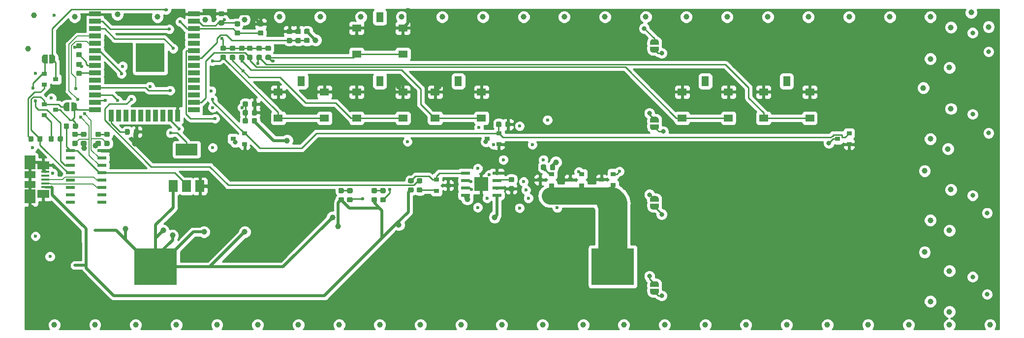
<source format=gbr>
G04 #@! TF.GenerationSoftware,KiCad,Pcbnew,(5.0.1-3-g963ef8bb5)*
G04 #@! TF.CreationDate,2019-03-02T13:34:48+01:00*
G04 #@! TF.ProjectId,cz19-badge,637A31392D62616467652E6B69636164,rev?*
G04 #@! TF.SameCoordinates,Original*
G04 #@! TF.FileFunction,Copper,L4,Bot,Mixed*
G04 #@! TF.FilePolarity,Positive*
%FSLAX46Y46*%
G04 Gerber Fmt 4.6, Leading zero omitted, Abs format (unit mm)*
G04 Created by KiCad (PCBNEW (5.0.1-3-g963ef8bb5)) date 2019 March 02, Saturday 13:34:48*
%MOMM*%
%LPD*%
G01*
G04 APERTURE LIST*
G04 #@! TA.AperFunction,SMDPad,CuDef*
%ADD10R,7.340000X6.350000*%
G04 #@! TD*
G04 #@! TA.AperFunction,SMDPad,CuDef*
%ADD11R,1.380000X0.450000*%
G04 #@! TD*
G04 #@! TA.AperFunction,SMDPad,CuDef*
%ADD12R,2.100000X1.475000*%
G04 #@! TD*
G04 #@! TA.AperFunction,SMDPad,CuDef*
%ADD13R,1.900000X2.375000*%
G04 #@! TD*
G04 #@! TA.AperFunction,SMDPad,CuDef*
%ADD14R,1.900000X1.175000*%
G04 #@! TD*
G04 #@! TA.AperFunction,SMDPad,CuDef*
%ADD15R,1.500000X0.600000*%
G04 #@! TD*
G04 #@! TA.AperFunction,Conductor*
%ADD16C,0.100000*%
G04 #@! TD*
G04 #@! TA.AperFunction,SMDPad,CuDef*
%ADD17C,0.875000*%
G04 #@! TD*
G04 #@! TA.AperFunction,SMDPad,CuDef*
%ADD18C,0.500000*%
G04 #@! TD*
G04 #@! TA.AperFunction,SMDPad,CuDef*
%ADD19R,0.900000X0.800000*%
G04 #@! TD*
G04 #@! TA.AperFunction,SMDPad,CuDef*
%ADD20R,3.800000X2.000000*%
G04 #@! TD*
G04 #@! TA.AperFunction,SMDPad,CuDef*
%ADD21R,1.500000X2.000000*%
G04 #@! TD*
G04 #@! TA.AperFunction,SMDPad,CuDef*
%ADD22R,5.000000X5.000000*%
G04 #@! TD*
G04 #@! TA.AperFunction,SMDPad,CuDef*
%ADD23R,2.000000X0.900000*%
G04 #@! TD*
G04 #@! TA.AperFunction,SMDPad,CuDef*
%ADD24R,0.900000X2.000000*%
G04 #@! TD*
G04 #@! TA.AperFunction,SMDPad,CuDef*
%ADD25R,1.550000X0.600000*%
G04 #@! TD*
G04 #@! TA.AperFunction,SMDPad,CuDef*
%ADD26R,2.350000X2.350000*%
G04 #@! TD*
G04 #@! TA.AperFunction,SMDPad,CuDef*
%ADD27R,1.550000X1.300000*%
G04 #@! TD*
G04 #@! TA.AperFunction,SMDPad,CuDef*
%ADD28R,1.300000X1.700000*%
G04 #@! TD*
G04 #@! TA.AperFunction,ViaPad*
%ADD29C,0.600000*%
G04 #@! TD*
G04 #@! TA.AperFunction,ViaPad*
%ADD30C,0.800000*%
G04 #@! TD*
G04 #@! TA.AperFunction,ViaPad*
%ADD31C,1.000000*%
G04 #@! TD*
G04 #@! TA.AperFunction,Conductor*
%ADD32C,0.250000*%
G04 #@! TD*
G04 #@! TA.AperFunction,Conductor*
%ADD33C,0.500000*%
G04 #@! TD*
G04 #@! TA.AperFunction,Conductor*
%ADD34C,0.127000*%
G04 #@! TD*
G04 #@! TA.AperFunction,Conductor*
%ADD35C,0.400000*%
G04 #@! TD*
G04 #@! TA.AperFunction,Conductor*
%ADD36C,3.000000*%
G04 #@! TD*
G04 #@! TA.AperFunction,Conductor*
%ADD37C,5.000000*%
G04 #@! TD*
G04 #@! TA.AperFunction,Conductor*
%ADD38C,0.254000*%
G04 #@! TD*
G04 APERTURE END LIST*
D10*
G04 #@! TO.P,BT1,2*
G04 #@! TO.N,-BATT*
X121830000Y-67000000D03*
G04 #@! TO.P,BT1,1*
G04 #@! TO.N,VCC*
X43170000Y-67000000D03*
G04 #@! TD*
D11*
G04 #@! TO.P,J1,1*
G04 #@! TO.N,5V_USB*
X24210000Y-53300000D03*
G04 #@! TO.P,J1,2*
G04 #@! TO.N,USB_DN*
X24210000Y-52650000D03*
G04 #@! TO.P,J1,3*
G04 #@! TO.N,USB_DP*
X24210000Y-52000000D03*
G04 #@! TO.P,J1,4*
G04 #@! TO.N,N/C*
X24210000Y-51350000D03*
G04 #@! TO.P,J1,5*
G04 #@! TO.N,GND*
X24210000Y-50700000D03*
D12*
G04 #@! TO.P,J1,6*
X23850000Y-54462500D03*
X23850000Y-49537500D03*
D13*
X21550000Y-54910000D03*
X21550000Y-49090000D03*
D14*
X21550000Y-52840000D03*
X21550000Y-51160000D03*
G04 #@! TD*
D15*
G04 #@! TO.P,U1,1*
G04 #@! TO.N,GND*
X33950000Y-47055000D03*
G04 #@! TO.P,U1,2*
G04 #@! TO.N,ESP_RX*
X33950000Y-48325000D03*
G04 #@! TO.P,U1,3*
G04 #@! TO.N,ESP_TX*
X33950000Y-49595000D03*
G04 #@! TO.P,U1,4*
G04 #@! TO.N,3V3*
X33950000Y-50865000D03*
G04 #@! TO.P,U1,5*
G04 #@! TO.N,USB_DP*
X33950000Y-52135000D03*
G04 #@! TO.P,U1,6*
G04 #@! TO.N,USB_DN*
X33950000Y-53405000D03*
G04 #@! TO.P,U1,7*
G04 #@! TO.N,N/C*
X33950000Y-54675000D03*
G04 #@! TO.P,U1,8*
X33950000Y-55945000D03*
G04 #@! TO.P,U1,9*
X28550000Y-55945000D03*
G04 #@! TO.P,U1,10*
X28550000Y-54675000D03*
G04 #@! TO.P,U1,11*
X28550000Y-53405000D03*
G04 #@! TO.P,U1,12*
X28550000Y-52135000D03*
G04 #@! TO.P,U1,13*
G04 #@! TO.N,Net-(JP5-Pad2)*
X28550000Y-50865000D03*
G04 #@! TO.P,U1,14*
G04 #@! TO.N,Net-(JP6-Pad2)*
X28550000Y-49595000D03*
G04 #@! TO.P,U1,15*
G04 #@! TO.N,N/C*
X28550000Y-48325000D03*
G04 #@! TO.P,U1,16*
G04 #@! TO.N,3V3*
X28550000Y-47055000D03*
G04 #@! TD*
D16*
G04 #@! TO.N,Net-(JP5-Pad2)*
G04 #@! TO.C,R3*
G36*
X23527691Y-44526053D02*
X23548926Y-44529203D01*
X23569750Y-44534419D01*
X23589962Y-44541651D01*
X23609368Y-44550830D01*
X23627781Y-44561866D01*
X23645024Y-44574654D01*
X23660930Y-44589070D01*
X23675346Y-44604976D01*
X23688134Y-44622219D01*
X23699170Y-44640632D01*
X23708349Y-44660038D01*
X23715581Y-44680250D01*
X23720797Y-44701074D01*
X23723947Y-44722309D01*
X23725000Y-44743750D01*
X23725000Y-45256250D01*
X23723947Y-45277691D01*
X23720797Y-45298926D01*
X23715581Y-45319750D01*
X23708349Y-45339962D01*
X23699170Y-45359368D01*
X23688134Y-45377781D01*
X23675346Y-45395024D01*
X23660930Y-45410930D01*
X23645024Y-45425346D01*
X23627781Y-45438134D01*
X23609368Y-45449170D01*
X23589962Y-45458349D01*
X23569750Y-45465581D01*
X23548926Y-45470797D01*
X23527691Y-45473947D01*
X23506250Y-45475000D01*
X23068750Y-45475000D01*
X23047309Y-45473947D01*
X23026074Y-45470797D01*
X23005250Y-45465581D01*
X22985038Y-45458349D01*
X22965632Y-45449170D01*
X22947219Y-45438134D01*
X22929976Y-45425346D01*
X22914070Y-45410930D01*
X22899654Y-45395024D01*
X22886866Y-45377781D01*
X22875830Y-45359368D01*
X22866651Y-45339962D01*
X22859419Y-45319750D01*
X22854203Y-45298926D01*
X22851053Y-45277691D01*
X22850000Y-45256250D01*
X22850000Y-44743750D01*
X22851053Y-44722309D01*
X22854203Y-44701074D01*
X22859419Y-44680250D01*
X22866651Y-44660038D01*
X22875830Y-44640632D01*
X22886866Y-44622219D01*
X22899654Y-44604976D01*
X22914070Y-44589070D01*
X22929976Y-44574654D01*
X22947219Y-44561866D01*
X22965632Y-44550830D01*
X22985038Y-44541651D01*
X23005250Y-44534419D01*
X23026074Y-44529203D01*
X23047309Y-44526053D01*
X23068750Y-44525000D01*
X23506250Y-44525000D01*
X23527691Y-44526053D01*
X23527691Y-44526053D01*
G37*
D17*
G04 #@! TD*
G04 #@! TO.P,R3,2*
G04 #@! TO.N,Net-(JP5-Pad2)*
X23287500Y-45000000D03*
D16*
G04 #@! TO.N,Net-(Q4-Pad1)*
G04 #@! TO.C,R3*
G36*
X21952691Y-44526053D02*
X21973926Y-44529203D01*
X21994750Y-44534419D01*
X22014962Y-44541651D01*
X22034368Y-44550830D01*
X22052781Y-44561866D01*
X22070024Y-44574654D01*
X22085930Y-44589070D01*
X22100346Y-44604976D01*
X22113134Y-44622219D01*
X22124170Y-44640632D01*
X22133349Y-44660038D01*
X22140581Y-44680250D01*
X22145797Y-44701074D01*
X22148947Y-44722309D01*
X22150000Y-44743750D01*
X22150000Y-45256250D01*
X22148947Y-45277691D01*
X22145797Y-45298926D01*
X22140581Y-45319750D01*
X22133349Y-45339962D01*
X22124170Y-45359368D01*
X22113134Y-45377781D01*
X22100346Y-45395024D01*
X22085930Y-45410930D01*
X22070024Y-45425346D01*
X22052781Y-45438134D01*
X22034368Y-45449170D01*
X22014962Y-45458349D01*
X21994750Y-45465581D01*
X21973926Y-45470797D01*
X21952691Y-45473947D01*
X21931250Y-45475000D01*
X21493750Y-45475000D01*
X21472309Y-45473947D01*
X21451074Y-45470797D01*
X21430250Y-45465581D01*
X21410038Y-45458349D01*
X21390632Y-45449170D01*
X21372219Y-45438134D01*
X21354976Y-45425346D01*
X21339070Y-45410930D01*
X21324654Y-45395024D01*
X21311866Y-45377781D01*
X21300830Y-45359368D01*
X21291651Y-45339962D01*
X21284419Y-45319750D01*
X21279203Y-45298926D01*
X21276053Y-45277691D01*
X21275000Y-45256250D01*
X21275000Y-44743750D01*
X21276053Y-44722309D01*
X21279203Y-44701074D01*
X21284419Y-44680250D01*
X21291651Y-44660038D01*
X21300830Y-44640632D01*
X21311866Y-44622219D01*
X21324654Y-44604976D01*
X21339070Y-44589070D01*
X21354976Y-44574654D01*
X21372219Y-44561866D01*
X21390632Y-44550830D01*
X21410038Y-44541651D01*
X21430250Y-44534419D01*
X21451074Y-44529203D01*
X21472309Y-44526053D01*
X21493750Y-44525000D01*
X21931250Y-44525000D01*
X21952691Y-44526053D01*
X21952691Y-44526053D01*
G37*
D17*
G04 #@! TD*
G04 #@! TO.P,R3,1*
G04 #@! TO.N,Net-(Q4-Pad1)*
X21712500Y-45000000D03*
D16*
G04 #@! TO.N,ESP_EN*
G04 #@! TO.C,R4*
G36*
X57527691Y-26351053D02*
X57548926Y-26354203D01*
X57569750Y-26359419D01*
X57589962Y-26366651D01*
X57609368Y-26375830D01*
X57627781Y-26386866D01*
X57645024Y-26399654D01*
X57660930Y-26414070D01*
X57675346Y-26429976D01*
X57688134Y-26447219D01*
X57699170Y-26465632D01*
X57708349Y-26485038D01*
X57715581Y-26505250D01*
X57720797Y-26526074D01*
X57723947Y-26547309D01*
X57725000Y-26568750D01*
X57725000Y-27006250D01*
X57723947Y-27027691D01*
X57720797Y-27048926D01*
X57715581Y-27069750D01*
X57708349Y-27089962D01*
X57699170Y-27109368D01*
X57688134Y-27127781D01*
X57675346Y-27145024D01*
X57660930Y-27160930D01*
X57645024Y-27175346D01*
X57627781Y-27188134D01*
X57609368Y-27199170D01*
X57589962Y-27208349D01*
X57569750Y-27215581D01*
X57548926Y-27220797D01*
X57527691Y-27223947D01*
X57506250Y-27225000D01*
X56993750Y-27225000D01*
X56972309Y-27223947D01*
X56951074Y-27220797D01*
X56930250Y-27215581D01*
X56910038Y-27208349D01*
X56890632Y-27199170D01*
X56872219Y-27188134D01*
X56854976Y-27175346D01*
X56839070Y-27160930D01*
X56824654Y-27145024D01*
X56811866Y-27127781D01*
X56800830Y-27109368D01*
X56791651Y-27089962D01*
X56784419Y-27069750D01*
X56779203Y-27048926D01*
X56776053Y-27027691D01*
X56775000Y-27006250D01*
X56775000Y-26568750D01*
X56776053Y-26547309D01*
X56779203Y-26526074D01*
X56784419Y-26505250D01*
X56791651Y-26485038D01*
X56800830Y-26465632D01*
X56811866Y-26447219D01*
X56824654Y-26429976D01*
X56839070Y-26414070D01*
X56854976Y-26399654D01*
X56872219Y-26386866D01*
X56890632Y-26375830D01*
X56910038Y-26366651D01*
X56930250Y-26359419D01*
X56951074Y-26354203D01*
X56972309Y-26351053D01*
X56993750Y-26350000D01*
X57506250Y-26350000D01*
X57527691Y-26351053D01*
X57527691Y-26351053D01*
G37*
D17*
G04 #@! TD*
G04 #@! TO.P,R4,1*
G04 #@! TO.N,ESP_EN*
X57250000Y-26787500D03*
D16*
G04 #@! TO.N,3V3*
G04 #@! TO.C,R4*
G36*
X57527691Y-24776053D02*
X57548926Y-24779203D01*
X57569750Y-24784419D01*
X57589962Y-24791651D01*
X57609368Y-24800830D01*
X57627781Y-24811866D01*
X57645024Y-24824654D01*
X57660930Y-24839070D01*
X57675346Y-24854976D01*
X57688134Y-24872219D01*
X57699170Y-24890632D01*
X57708349Y-24910038D01*
X57715581Y-24930250D01*
X57720797Y-24951074D01*
X57723947Y-24972309D01*
X57725000Y-24993750D01*
X57725000Y-25431250D01*
X57723947Y-25452691D01*
X57720797Y-25473926D01*
X57715581Y-25494750D01*
X57708349Y-25514962D01*
X57699170Y-25534368D01*
X57688134Y-25552781D01*
X57675346Y-25570024D01*
X57660930Y-25585930D01*
X57645024Y-25600346D01*
X57627781Y-25613134D01*
X57609368Y-25624170D01*
X57589962Y-25633349D01*
X57569750Y-25640581D01*
X57548926Y-25645797D01*
X57527691Y-25648947D01*
X57506250Y-25650000D01*
X56993750Y-25650000D01*
X56972309Y-25648947D01*
X56951074Y-25645797D01*
X56930250Y-25640581D01*
X56910038Y-25633349D01*
X56890632Y-25624170D01*
X56872219Y-25613134D01*
X56854976Y-25600346D01*
X56839070Y-25585930D01*
X56824654Y-25570024D01*
X56811866Y-25552781D01*
X56800830Y-25534368D01*
X56791651Y-25514962D01*
X56784419Y-25494750D01*
X56779203Y-25473926D01*
X56776053Y-25452691D01*
X56775000Y-25431250D01*
X56775000Y-24993750D01*
X56776053Y-24972309D01*
X56779203Y-24951074D01*
X56784419Y-24930250D01*
X56791651Y-24910038D01*
X56800830Y-24890632D01*
X56811866Y-24872219D01*
X56824654Y-24854976D01*
X56839070Y-24839070D01*
X56854976Y-24824654D01*
X56872219Y-24811866D01*
X56890632Y-24800830D01*
X56910038Y-24791651D01*
X56930250Y-24784419D01*
X56951074Y-24779203D01*
X56972309Y-24776053D01*
X56993750Y-24775000D01*
X57506250Y-24775000D01*
X57527691Y-24776053D01*
X57527691Y-24776053D01*
G37*
D17*
G04 #@! TD*
G04 #@! TO.P,R4,2*
G04 #@! TO.N,3V3*
X57250000Y-25212500D03*
D18*
G04 #@! TO.P,JP5,1*
G04 #@! TO.N,ESP_FLASH*
X29150000Y-39500000D03*
D16*
G04 #@! TD*
G04 #@! TO.N,ESP_FLASH*
G04 #@! TO.C,JP5*
G36*
X28650000Y-38750000D02*
X29150000Y-38750000D01*
X29150000Y-38750602D01*
X29174534Y-38750602D01*
X29223365Y-38755412D01*
X29271490Y-38764984D01*
X29318445Y-38779228D01*
X29363778Y-38798005D01*
X29407051Y-38821136D01*
X29447850Y-38848396D01*
X29485779Y-38879524D01*
X29520476Y-38914221D01*
X29551604Y-38952150D01*
X29578864Y-38992949D01*
X29601995Y-39036222D01*
X29620772Y-39081555D01*
X29635016Y-39128510D01*
X29644588Y-39176635D01*
X29649398Y-39225466D01*
X29649398Y-39250000D01*
X29650000Y-39250000D01*
X29650000Y-39750000D01*
X29649398Y-39750000D01*
X29649398Y-39774534D01*
X29644588Y-39823365D01*
X29635016Y-39871490D01*
X29620772Y-39918445D01*
X29601995Y-39963778D01*
X29578864Y-40007051D01*
X29551604Y-40047850D01*
X29520476Y-40085779D01*
X29485779Y-40120476D01*
X29447850Y-40151604D01*
X29407051Y-40178864D01*
X29363778Y-40201995D01*
X29318445Y-40220772D01*
X29271490Y-40235016D01*
X29223365Y-40244588D01*
X29174534Y-40249398D01*
X29150000Y-40249398D01*
X29150000Y-40250000D01*
X28650000Y-40250000D01*
X28650000Y-38750000D01*
X28650000Y-38750000D01*
G37*
D18*
G04 #@! TO.P,JP5,2*
G04 #@! TO.N,Net-(JP5-Pad2)*
X27850000Y-39500000D03*
D16*
G04 #@! TD*
G04 #@! TO.N,Net-(JP5-Pad2)*
G04 #@! TO.C,JP5*
G36*
X27850000Y-40249398D02*
X27825466Y-40249398D01*
X27776635Y-40244588D01*
X27728510Y-40235016D01*
X27681555Y-40220772D01*
X27636222Y-40201995D01*
X27592949Y-40178864D01*
X27552150Y-40151604D01*
X27514221Y-40120476D01*
X27479524Y-40085779D01*
X27448396Y-40047850D01*
X27421136Y-40007051D01*
X27398005Y-39963778D01*
X27379228Y-39918445D01*
X27364984Y-39871490D01*
X27355412Y-39823365D01*
X27350602Y-39774534D01*
X27350602Y-39750000D01*
X27350000Y-39750000D01*
X27350000Y-39250000D01*
X27350602Y-39250000D01*
X27350602Y-39225466D01*
X27355412Y-39176635D01*
X27364984Y-39128510D01*
X27379228Y-39081555D01*
X27398005Y-39036222D01*
X27421136Y-38992949D01*
X27448396Y-38952150D01*
X27479524Y-38914221D01*
X27514221Y-38879524D01*
X27552150Y-38848396D01*
X27592949Y-38821136D01*
X27636222Y-38798005D01*
X27681555Y-38779228D01*
X27728510Y-38764984D01*
X27776635Y-38755412D01*
X27825466Y-38750602D01*
X27850000Y-38750602D01*
X27850000Y-38750000D01*
X28350000Y-38750000D01*
X28350000Y-40250000D01*
X27850000Y-40250000D01*
X27850000Y-40249398D01*
X27850000Y-40249398D01*
G37*
D18*
G04 #@! TO.P,JP6,2*
G04 #@! TO.N,Net-(JP6-Pad2)*
X24100000Y-31250000D03*
D16*
G04 #@! TD*
G04 #@! TO.N,Net-(JP6-Pad2)*
G04 #@! TO.C,JP6*
G36*
X24100000Y-31999398D02*
X24075466Y-31999398D01*
X24026635Y-31994588D01*
X23978510Y-31985016D01*
X23931555Y-31970772D01*
X23886222Y-31951995D01*
X23842949Y-31928864D01*
X23802150Y-31901604D01*
X23764221Y-31870476D01*
X23729524Y-31835779D01*
X23698396Y-31797850D01*
X23671136Y-31757051D01*
X23648005Y-31713778D01*
X23629228Y-31668445D01*
X23614984Y-31621490D01*
X23605412Y-31573365D01*
X23600602Y-31524534D01*
X23600602Y-31500000D01*
X23600000Y-31500000D01*
X23600000Y-31000000D01*
X23600602Y-31000000D01*
X23600602Y-30975466D01*
X23605412Y-30926635D01*
X23614984Y-30878510D01*
X23629228Y-30831555D01*
X23648005Y-30786222D01*
X23671136Y-30742949D01*
X23698396Y-30702150D01*
X23729524Y-30664221D01*
X23764221Y-30629524D01*
X23802150Y-30598396D01*
X23842949Y-30571136D01*
X23886222Y-30548005D01*
X23931555Y-30529228D01*
X23978510Y-30514984D01*
X24026635Y-30505412D01*
X24075466Y-30500602D01*
X24100000Y-30500602D01*
X24100000Y-30500000D01*
X24600000Y-30500000D01*
X24600000Y-32000000D01*
X24100000Y-32000000D01*
X24100000Y-31999398D01*
X24100000Y-31999398D01*
G37*
D18*
G04 #@! TO.P,JP6,1*
G04 #@! TO.N,ESP_EN*
X25400000Y-31250000D03*
D16*
G04 #@! TD*
G04 #@! TO.N,ESP_EN*
G04 #@! TO.C,JP6*
G36*
X24900000Y-30500000D02*
X25400000Y-30500000D01*
X25400000Y-30500602D01*
X25424534Y-30500602D01*
X25473365Y-30505412D01*
X25521490Y-30514984D01*
X25568445Y-30529228D01*
X25613778Y-30548005D01*
X25657051Y-30571136D01*
X25697850Y-30598396D01*
X25735779Y-30629524D01*
X25770476Y-30664221D01*
X25801604Y-30702150D01*
X25828864Y-30742949D01*
X25851995Y-30786222D01*
X25870772Y-30831555D01*
X25885016Y-30878510D01*
X25894588Y-30926635D01*
X25899398Y-30975466D01*
X25899398Y-31000000D01*
X25900000Y-31000000D01*
X25900000Y-31500000D01*
X25899398Y-31500000D01*
X25899398Y-31524534D01*
X25894588Y-31573365D01*
X25885016Y-31621490D01*
X25870772Y-31668445D01*
X25851995Y-31713778D01*
X25828864Y-31757051D01*
X25801604Y-31797850D01*
X25770476Y-31835779D01*
X25735779Y-31870476D01*
X25697850Y-31901604D01*
X25657051Y-31928864D01*
X25613778Y-31951995D01*
X25568445Y-31970772D01*
X25521490Y-31985016D01*
X25473365Y-31994588D01*
X25424534Y-31999398D01*
X25400000Y-31999398D01*
X25400000Y-32000000D01*
X24900000Y-32000000D01*
X24900000Y-30500000D01*
X24900000Y-30500000D01*
G37*
D18*
G04 #@! TO.P,JP1,2*
G04 #@! TO.N,Net-(D40-Pad2)*
X129000000Y-29650000D03*
D16*
G04 #@! TD*
G04 #@! TO.N,Net-(D40-Pad2)*
G04 #@! TO.C,JP1*
G36*
X129749398Y-29650000D02*
X129749398Y-29674534D01*
X129744588Y-29723365D01*
X129735016Y-29771490D01*
X129720772Y-29818445D01*
X129701995Y-29863778D01*
X129678864Y-29907051D01*
X129651604Y-29947850D01*
X129620476Y-29985779D01*
X129585779Y-30020476D01*
X129547850Y-30051604D01*
X129507051Y-30078864D01*
X129463778Y-30101995D01*
X129418445Y-30120772D01*
X129371490Y-30135016D01*
X129323365Y-30144588D01*
X129274534Y-30149398D01*
X129250000Y-30149398D01*
X129250000Y-30150000D01*
X128750000Y-30150000D01*
X128750000Y-30149398D01*
X128725466Y-30149398D01*
X128676635Y-30144588D01*
X128628510Y-30135016D01*
X128581555Y-30120772D01*
X128536222Y-30101995D01*
X128492949Y-30078864D01*
X128452150Y-30051604D01*
X128414221Y-30020476D01*
X128379524Y-29985779D01*
X128348396Y-29947850D01*
X128321136Y-29907051D01*
X128298005Y-29863778D01*
X128279228Y-29818445D01*
X128264984Y-29771490D01*
X128255412Y-29723365D01*
X128250602Y-29674534D01*
X128250602Y-29650000D01*
X128250000Y-29650000D01*
X128250000Y-29150000D01*
X129750000Y-29150000D01*
X129750000Y-29650000D01*
X129749398Y-29650000D01*
X129749398Y-29650000D01*
G37*
D18*
G04 #@! TO.P,JP1,1*
G04 #@! TO.N,Net-(D16-Pad4)*
X129000000Y-28350000D03*
D16*
G04 #@! TD*
G04 #@! TO.N,Net-(D16-Pad4)*
G04 #@! TO.C,JP1*
G36*
X128250000Y-28850000D02*
X128250000Y-28350000D01*
X128250602Y-28350000D01*
X128250602Y-28325466D01*
X128255412Y-28276635D01*
X128264984Y-28228510D01*
X128279228Y-28181555D01*
X128298005Y-28136222D01*
X128321136Y-28092949D01*
X128348396Y-28052150D01*
X128379524Y-28014221D01*
X128414221Y-27979524D01*
X128452150Y-27948396D01*
X128492949Y-27921136D01*
X128536222Y-27898005D01*
X128581555Y-27879228D01*
X128628510Y-27864984D01*
X128676635Y-27855412D01*
X128725466Y-27850602D01*
X128750000Y-27850602D01*
X128750000Y-27850000D01*
X129250000Y-27850000D01*
X129250000Y-27850602D01*
X129274534Y-27850602D01*
X129323365Y-27855412D01*
X129371490Y-27864984D01*
X129418445Y-27879228D01*
X129463778Y-27898005D01*
X129507051Y-27921136D01*
X129547850Y-27948396D01*
X129585779Y-27979524D01*
X129620476Y-28014221D01*
X129651604Y-28052150D01*
X129678864Y-28092949D01*
X129701995Y-28136222D01*
X129720772Y-28181555D01*
X129735016Y-28228510D01*
X129744588Y-28276635D01*
X129749398Y-28325466D01*
X129749398Y-28350000D01*
X129750000Y-28350000D01*
X129750000Y-28850000D01*
X128250000Y-28850000D01*
X128250000Y-28850000D01*
G37*
D18*
G04 #@! TO.P,JP2,1*
G04 #@! TO.N,Net-(D64-Pad4)*
X129000000Y-41700000D03*
D16*
G04 #@! TD*
G04 #@! TO.N,Net-(D64-Pad4)*
G04 #@! TO.C,JP2*
G36*
X128250000Y-42200000D02*
X128250000Y-41700000D01*
X128250602Y-41700000D01*
X128250602Y-41675466D01*
X128255412Y-41626635D01*
X128264984Y-41578510D01*
X128279228Y-41531555D01*
X128298005Y-41486222D01*
X128321136Y-41442949D01*
X128348396Y-41402150D01*
X128379524Y-41364221D01*
X128414221Y-41329524D01*
X128452150Y-41298396D01*
X128492949Y-41271136D01*
X128536222Y-41248005D01*
X128581555Y-41229228D01*
X128628510Y-41214984D01*
X128676635Y-41205412D01*
X128725466Y-41200602D01*
X128750000Y-41200602D01*
X128750000Y-41200000D01*
X129250000Y-41200000D01*
X129250000Y-41200602D01*
X129274534Y-41200602D01*
X129323365Y-41205412D01*
X129371490Y-41214984D01*
X129418445Y-41229228D01*
X129463778Y-41248005D01*
X129507051Y-41271136D01*
X129547850Y-41298396D01*
X129585779Y-41329524D01*
X129620476Y-41364221D01*
X129651604Y-41402150D01*
X129678864Y-41442949D01*
X129701995Y-41486222D01*
X129720772Y-41531555D01*
X129735016Y-41578510D01*
X129744588Y-41626635D01*
X129749398Y-41675466D01*
X129749398Y-41700000D01*
X129750000Y-41700000D01*
X129750000Y-42200000D01*
X128250000Y-42200000D01*
X128250000Y-42200000D01*
G37*
D18*
G04 #@! TO.P,JP2,2*
G04 #@! TO.N,Net-(D88-Pad2)*
X129000000Y-43000000D03*
D16*
G04 #@! TD*
G04 #@! TO.N,Net-(D88-Pad2)*
G04 #@! TO.C,JP2*
G36*
X129749398Y-43000000D02*
X129749398Y-43024534D01*
X129744588Y-43073365D01*
X129735016Y-43121490D01*
X129720772Y-43168445D01*
X129701995Y-43213778D01*
X129678864Y-43257051D01*
X129651604Y-43297850D01*
X129620476Y-43335779D01*
X129585779Y-43370476D01*
X129547850Y-43401604D01*
X129507051Y-43428864D01*
X129463778Y-43451995D01*
X129418445Y-43470772D01*
X129371490Y-43485016D01*
X129323365Y-43494588D01*
X129274534Y-43499398D01*
X129250000Y-43499398D01*
X129250000Y-43500000D01*
X128750000Y-43500000D01*
X128750000Y-43499398D01*
X128725466Y-43499398D01*
X128676635Y-43494588D01*
X128628510Y-43485016D01*
X128581555Y-43470772D01*
X128536222Y-43451995D01*
X128492949Y-43428864D01*
X128452150Y-43401604D01*
X128414221Y-43370476D01*
X128379524Y-43335779D01*
X128348396Y-43297850D01*
X128321136Y-43257051D01*
X128298005Y-43213778D01*
X128279228Y-43168445D01*
X128264984Y-43121490D01*
X128255412Y-43073365D01*
X128250602Y-43024534D01*
X128250602Y-43000000D01*
X128250000Y-43000000D01*
X128250000Y-42500000D01*
X129750000Y-42500000D01*
X129750000Y-43000000D01*
X129749398Y-43000000D01*
X129749398Y-43000000D01*
G37*
D18*
G04 #@! TO.P,JP3,2*
G04 #@! TO.N,Net-(D136-Pad2)*
X129000000Y-56650000D03*
D16*
G04 #@! TD*
G04 #@! TO.N,Net-(D136-Pad2)*
G04 #@! TO.C,JP3*
G36*
X129749398Y-56650000D02*
X129749398Y-56674534D01*
X129744588Y-56723365D01*
X129735016Y-56771490D01*
X129720772Y-56818445D01*
X129701995Y-56863778D01*
X129678864Y-56907051D01*
X129651604Y-56947850D01*
X129620476Y-56985779D01*
X129585779Y-57020476D01*
X129547850Y-57051604D01*
X129507051Y-57078864D01*
X129463778Y-57101995D01*
X129418445Y-57120772D01*
X129371490Y-57135016D01*
X129323365Y-57144588D01*
X129274534Y-57149398D01*
X129250000Y-57149398D01*
X129250000Y-57150000D01*
X128750000Y-57150000D01*
X128750000Y-57149398D01*
X128725466Y-57149398D01*
X128676635Y-57144588D01*
X128628510Y-57135016D01*
X128581555Y-57120772D01*
X128536222Y-57101995D01*
X128492949Y-57078864D01*
X128452150Y-57051604D01*
X128414221Y-57020476D01*
X128379524Y-56985779D01*
X128348396Y-56947850D01*
X128321136Y-56907051D01*
X128298005Y-56863778D01*
X128279228Y-56818445D01*
X128264984Y-56771490D01*
X128255412Y-56723365D01*
X128250602Y-56674534D01*
X128250602Y-56650000D01*
X128250000Y-56650000D01*
X128250000Y-56150000D01*
X129750000Y-56150000D01*
X129750000Y-56650000D01*
X129749398Y-56650000D01*
X129749398Y-56650000D01*
G37*
D18*
G04 #@! TO.P,JP3,1*
G04 #@! TO.N,Net-(D112-Pad4)*
X129000000Y-55350000D03*
D16*
G04 #@! TD*
G04 #@! TO.N,Net-(D112-Pad4)*
G04 #@! TO.C,JP3*
G36*
X128250000Y-55850000D02*
X128250000Y-55350000D01*
X128250602Y-55350000D01*
X128250602Y-55325466D01*
X128255412Y-55276635D01*
X128264984Y-55228510D01*
X128279228Y-55181555D01*
X128298005Y-55136222D01*
X128321136Y-55092949D01*
X128348396Y-55052150D01*
X128379524Y-55014221D01*
X128414221Y-54979524D01*
X128452150Y-54948396D01*
X128492949Y-54921136D01*
X128536222Y-54898005D01*
X128581555Y-54879228D01*
X128628510Y-54864984D01*
X128676635Y-54855412D01*
X128725466Y-54850602D01*
X128750000Y-54850602D01*
X128750000Y-54850000D01*
X129250000Y-54850000D01*
X129250000Y-54850602D01*
X129274534Y-54850602D01*
X129323365Y-54855412D01*
X129371490Y-54864984D01*
X129418445Y-54879228D01*
X129463778Y-54898005D01*
X129507051Y-54921136D01*
X129547850Y-54948396D01*
X129585779Y-54979524D01*
X129620476Y-55014221D01*
X129651604Y-55052150D01*
X129678864Y-55092949D01*
X129701995Y-55136222D01*
X129720772Y-55181555D01*
X129735016Y-55228510D01*
X129744588Y-55276635D01*
X129749398Y-55325466D01*
X129749398Y-55350000D01*
X129750000Y-55350000D01*
X129750000Y-55850000D01*
X128250000Y-55850000D01*
X128250000Y-55850000D01*
G37*
D18*
G04 #@! TO.P,JP4,1*
G04 #@! TO.N,Net-(D160-Pad4)*
X129000000Y-70000000D03*
D16*
G04 #@! TD*
G04 #@! TO.N,Net-(D160-Pad4)*
G04 #@! TO.C,JP4*
G36*
X128250000Y-70500000D02*
X128250000Y-70000000D01*
X128250602Y-70000000D01*
X128250602Y-69975466D01*
X128255412Y-69926635D01*
X128264984Y-69878510D01*
X128279228Y-69831555D01*
X128298005Y-69786222D01*
X128321136Y-69742949D01*
X128348396Y-69702150D01*
X128379524Y-69664221D01*
X128414221Y-69629524D01*
X128452150Y-69598396D01*
X128492949Y-69571136D01*
X128536222Y-69548005D01*
X128581555Y-69529228D01*
X128628510Y-69514984D01*
X128676635Y-69505412D01*
X128725466Y-69500602D01*
X128750000Y-69500602D01*
X128750000Y-69500000D01*
X129250000Y-69500000D01*
X129250000Y-69500602D01*
X129274534Y-69500602D01*
X129323365Y-69505412D01*
X129371490Y-69514984D01*
X129418445Y-69529228D01*
X129463778Y-69548005D01*
X129507051Y-69571136D01*
X129547850Y-69598396D01*
X129585779Y-69629524D01*
X129620476Y-69664221D01*
X129651604Y-69702150D01*
X129678864Y-69742949D01*
X129701995Y-69786222D01*
X129720772Y-69831555D01*
X129735016Y-69878510D01*
X129744588Y-69926635D01*
X129749398Y-69975466D01*
X129749398Y-70000000D01*
X129750000Y-70000000D01*
X129750000Y-70500000D01*
X128250000Y-70500000D01*
X128250000Y-70500000D01*
G37*
D18*
G04 #@! TO.P,JP4,2*
G04 #@! TO.N,Net-(D184-Pad2)*
X129000000Y-71300000D03*
D16*
G04 #@! TD*
G04 #@! TO.N,Net-(D184-Pad2)*
G04 #@! TO.C,JP4*
G36*
X129749398Y-71300000D02*
X129749398Y-71324534D01*
X129744588Y-71373365D01*
X129735016Y-71421490D01*
X129720772Y-71468445D01*
X129701995Y-71513778D01*
X129678864Y-71557051D01*
X129651604Y-71597850D01*
X129620476Y-71635779D01*
X129585779Y-71670476D01*
X129547850Y-71701604D01*
X129507051Y-71728864D01*
X129463778Y-71751995D01*
X129418445Y-71770772D01*
X129371490Y-71785016D01*
X129323365Y-71794588D01*
X129274534Y-71799398D01*
X129250000Y-71799398D01*
X129250000Y-71800000D01*
X128750000Y-71800000D01*
X128750000Y-71799398D01*
X128725466Y-71799398D01*
X128676635Y-71794588D01*
X128628510Y-71785016D01*
X128581555Y-71770772D01*
X128536222Y-71751995D01*
X128492949Y-71728864D01*
X128452150Y-71701604D01*
X128414221Y-71670476D01*
X128379524Y-71635779D01*
X128348396Y-71597850D01*
X128321136Y-71557051D01*
X128298005Y-71513778D01*
X128279228Y-71468445D01*
X128264984Y-71421490D01*
X128255412Y-71373365D01*
X128250602Y-71324534D01*
X128250602Y-71300000D01*
X128250000Y-71300000D01*
X128250000Y-70800000D01*
X129750000Y-70800000D01*
X129750000Y-71300000D01*
X129749398Y-71300000D01*
X129749398Y-71300000D01*
G37*
G04 #@! TO.N,Net-(JP6-Pad2)*
G04 #@! TO.C,R1*
G36*
X27027691Y-44526053D02*
X27048926Y-44529203D01*
X27069750Y-44534419D01*
X27089962Y-44541651D01*
X27109368Y-44550830D01*
X27127781Y-44561866D01*
X27145024Y-44574654D01*
X27160930Y-44589070D01*
X27175346Y-44604976D01*
X27188134Y-44622219D01*
X27199170Y-44640632D01*
X27208349Y-44660038D01*
X27215581Y-44680250D01*
X27220797Y-44701074D01*
X27223947Y-44722309D01*
X27225000Y-44743750D01*
X27225000Y-45256250D01*
X27223947Y-45277691D01*
X27220797Y-45298926D01*
X27215581Y-45319750D01*
X27208349Y-45339962D01*
X27199170Y-45359368D01*
X27188134Y-45377781D01*
X27175346Y-45395024D01*
X27160930Y-45410930D01*
X27145024Y-45425346D01*
X27127781Y-45438134D01*
X27109368Y-45449170D01*
X27089962Y-45458349D01*
X27069750Y-45465581D01*
X27048926Y-45470797D01*
X27027691Y-45473947D01*
X27006250Y-45475000D01*
X26568750Y-45475000D01*
X26547309Y-45473947D01*
X26526074Y-45470797D01*
X26505250Y-45465581D01*
X26485038Y-45458349D01*
X26465632Y-45449170D01*
X26447219Y-45438134D01*
X26429976Y-45425346D01*
X26414070Y-45410930D01*
X26399654Y-45395024D01*
X26386866Y-45377781D01*
X26375830Y-45359368D01*
X26366651Y-45339962D01*
X26359419Y-45319750D01*
X26354203Y-45298926D01*
X26351053Y-45277691D01*
X26350000Y-45256250D01*
X26350000Y-44743750D01*
X26351053Y-44722309D01*
X26354203Y-44701074D01*
X26359419Y-44680250D01*
X26366651Y-44660038D01*
X26375830Y-44640632D01*
X26386866Y-44622219D01*
X26399654Y-44604976D01*
X26414070Y-44589070D01*
X26429976Y-44574654D01*
X26447219Y-44561866D01*
X26465632Y-44550830D01*
X26485038Y-44541651D01*
X26505250Y-44534419D01*
X26526074Y-44529203D01*
X26547309Y-44526053D01*
X26568750Y-44525000D01*
X27006250Y-44525000D01*
X27027691Y-44526053D01*
X27027691Y-44526053D01*
G37*
D17*
G04 #@! TD*
G04 #@! TO.P,R1,1*
G04 #@! TO.N,Net-(JP6-Pad2)*
X26787500Y-45000000D03*
D16*
G04 #@! TO.N,Net-(Q2-Pad1)*
G04 #@! TO.C,R1*
G36*
X25452691Y-44526053D02*
X25473926Y-44529203D01*
X25494750Y-44534419D01*
X25514962Y-44541651D01*
X25534368Y-44550830D01*
X25552781Y-44561866D01*
X25570024Y-44574654D01*
X25585930Y-44589070D01*
X25600346Y-44604976D01*
X25613134Y-44622219D01*
X25624170Y-44640632D01*
X25633349Y-44660038D01*
X25640581Y-44680250D01*
X25645797Y-44701074D01*
X25648947Y-44722309D01*
X25650000Y-44743750D01*
X25650000Y-45256250D01*
X25648947Y-45277691D01*
X25645797Y-45298926D01*
X25640581Y-45319750D01*
X25633349Y-45339962D01*
X25624170Y-45359368D01*
X25613134Y-45377781D01*
X25600346Y-45395024D01*
X25585930Y-45410930D01*
X25570024Y-45425346D01*
X25552781Y-45438134D01*
X25534368Y-45449170D01*
X25514962Y-45458349D01*
X25494750Y-45465581D01*
X25473926Y-45470797D01*
X25452691Y-45473947D01*
X25431250Y-45475000D01*
X24993750Y-45475000D01*
X24972309Y-45473947D01*
X24951074Y-45470797D01*
X24930250Y-45465581D01*
X24910038Y-45458349D01*
X24890632Y-45449170D01*
X24872219Y-45438134D01*
X24854976Y-45425346D01*
X24839070Y-45410930D01*
X24824654Y-45395024D01*
X24811866Y-45377781D01*
X24800830Y-45359368D01*
X24791651Y-45339962D01*
X24784419Y-45319750D01*
X24779203Y-45298926D01*
X24776053Y-45277691D01*
X24775000Y-45256250D01*
X24775000Y-44743750D01*
X24776053Y-44722309D01*
X24779203Y-44701074D01*
X24784419Y-44680250D01*
X24791651Y-44660038D01*
X24800830Y-44640632D01*
X24811866Y-44622219D01*
X24824654Y-44604976D01*
X24839070Y-44589070D01*
X24854976Y-44574654D01*
X24872219Y-44561866D01*
X24890632Y-44550830D01*
X24910038Y-44541651D01*
X24930250Y-44534419D01*
X24951074Y-44529203D01*
X24972309Y-44526053D01*
X24993750Y-44525000D01*
X25431250Y-44525000D01*
X25452691Y-44526053D01*
X25452691Y-44526053D01*
G37*
D17*
G04 #@! TD*
G04 #@! TO.P,R1,2*
G04 #@! TO.N,Net-(Q2-Pad1)*
X25212500Y-45000000D03*
D16*
G04 #@! TO.N,ESP_FLASH*
G04 #@! TO.C,R5*
G36*
X29627691Y-42326053D02*
X29648926Y-42329203D01*
X29669750Y-42334419D01*
X29689962Y-42341651D01*
X29709368Y-42350830D01*
X29727781Y-42361866D01*
X29745024Y-42374654D01*
X29760930Y-42389070D01*
X29775346Y-42404976D01*
X29788134Y-42422219D01*
X29799170Y-42440632D01*
X29808349Y-42460038D01*
X29815581Y-42480250D01*
X29820797Y-42501074D01*
X29823947Y-42522309D01*
X29825000Y-42543750D01*
X29825000Y-43056250D01*
X29823947Y-43077691D01*
X29820797Y-43098926D01*
X29815581Y-43119750D01*
X29808349Y-43139962D01*
X29799170Y-43159368D01*
X29788134Y-43177781D01*
X29775346Y-43195024D01*
X29760930Y-43210930D01*
X29745024Y-43225346D01*
X29727781Y-43238134D01*
X29709368Y-43249170D01*
X29689962Y-43258349D01*
X29669750Y-43265581D01*
X29648926Y-43270797D01*
X29627691Y-43273947D01*
X29606250Y-43275000D01*
X29168750Y-43275000D01*
X29147309Y-43273947D01*
X29126074Y-43270797D01*
X29105250Y-43265581D01*
X29085038Y-43258349D01*
X29065632Y-43249170D01*
X29047219Y-43238134D01*
X29029976Y-43225346D01*
X29014070Y-43210930D01*
X28999654Y-43195024D01*
X28986866Y-43177781D01*
X28975830Y-43159368D01*
X28966651Y-43139962D01*
X28959419Y-43119750D01*
X28954203Y-43098926D01*
X28951053Y-43077691D01*
X28950000Y-43056250D01*
X28950000Y-42543750D01*
X28951053Y-42522309D01*
X28954203Y-42501074D01*
X28959419Y-42480250D01*
X28966651Y-42460038D01*
X28975830Y-42440632D01*
X28986866Y-42422219D01*
X28999654Y-42404976D01*
X29014070Y-42389070D01*
X29029976Y-42374654D01*
X29047219Y-42361866D01*
X29065632Y-42350830D01*
X29085038Y-42341651D01*
X29105250Y-42334419D01*
X29126074Y-42329203D01*
X29147309Y-42326053D01*
X29168750Y-42325000D01*
X29606250Y-42325000D01*
X29627691Y-42326053D01*
X29627691Y-42326053D01*
G37*
D17*
G04 #@! TD*
G04 #@! TO.P,R5,2*
G04 #@! TO.N,ESP_FLASH*
X29387500Y-42800000D03*
D16*
G04 #@! TO.N,3V3*
G04 #@! TO.C,R5*
G36*
X28052691Y-42326053D02*
X28073926Y-42329203D01*
X28094750Y-42334419D01*
X28114962Y-42341651D01*
X28134368Y-42350830D01*
X28152781Y-42361866D01*
X28170024Y-42374654D01*
X28185930Y-42389070D01*
X28200346Y-42404976D01*
X28213134Y-42422219D01*
X28224170Y-42440632D01*
X28233349Y-42460038D01*
X28240581Y-42480250D01*
X28245797Y-42501074D01*
X28248947Y-42522309D01*
X28250000Y-42543750D01*
X28250000Y-43056250D01*
X28248947Y-43077691D01*
X28245797Y-43098926D01*
X28240581Y-43119750D01*
X28233349Y-43139962D01*
X28224170Y-43159368D01*
X28213134Y-43177781D01*
X28200346Y-43195024D01*
X28185930Y-43210930D01*
X28170024Y-43225346D01*
X28152781Y-43238134D01*
X28134368Y-43249170D01*
X28114962Y-43258349D01*
X28094750Y-43265581D01*
X28073926Y-43270797D01*
X28052691Y-43273947D01*
X28031250Y-43275000D01*
X27593750Y-43275000D01*
X27572309Y-43273947D01*
X27551074Y-43270797D01*
X27530250Y-43265581D01*
X27510038Y-43258349D01*
X27490632Y-43249170D01*
X27472219Y-43238134D01*
X27454976Y-43225346D01*
X27439070Y-43210930D01*
X27424654Y-43195024D01*
X27411866Y-43177781D01*
X27400830Y-43159368D01*
X27391651Y-43139962D01*
X27384419Y-43119750D01*
X27379203Y-43098926D01*
X27376053Y-43077691D01*
X27375000Y-43056250D01*
X27375000Y-42543750D01*
X27376053Y-42522309D01*
X27379203Y-42501074D01*
X27384419Y-42480250D01*
X27391651Y-42460038D01*
X27400830Y-42440632D01*
X27411866Y-42422219D01*
X27424654Y-42404976D01*
X27439070Y-42389070D01*
X27454976Y-42374654D01*
X27472219Y-42361866D01*
X27490632Y-42350830D01*
X27510038Y-42341651D01*
X27530250Y-42334419D01*
X27551074Y-42329203D01*
X27572309Y-42326053D01*
X27593750Y-42325000D01*
X28031250Y-42325000D01*
X28052691Y-42326053D01*
X28052691Y-42326053D01*
G37*
D17*
G04 #@! TD*
G04 #@! TO.P,R5,1*
G04 #@! TO.N,3V3*
X27812500Y-42800000D03*
D19*
G04 #@! TO.P,Q1,3*
G04 #@! TO.N,LED_GND*
X56500000Y-45000000D03*
G04 #@! TO.P,Q1,2*
G04 #@! TO.N,GND*
X58500000Y-45950000D03*
G04 #@! TO.P,Q1,1*
G04 #@! TO.N,LEDS_ENABLE*
X58500000Y-44050000D03*
G04 #@! TD*
G04 #@! TO.P,Q2,1*
G04 #@! TO.N,Net-(Q2-Pad1)*
X24000000Y-40950000D03*
G04 #@! TO.P,Q2,2*
G04 #@! TO.N,Net-(JP5-Pad2)*
X24000000Y-39050000D03*
G04 #@! TO.P,Q2,3*
G04 #@! TO.N,ESP_FLASH*
X26000000Y-40000000D03*
G04 #@! TD*
D16*
G04 #@! TO.N,ESP_EN*
G04 #@! TO.C,C193*
G36*
X61527691Y-26351053D02*
X61548926Y-26354203D01*
X61569750Y-26359419D01*
X61589962Y-26366651D01*
X61609368Y-26375830D01*
X61627781Y-26386866D01*
X61645024Y-26399654D01*
X61660930Y-26414070D01*
X61675346Y-26429976D01*
X61688134Y-26447219D01*
X61699170Y-26465632D01*
X61708349Y-26485038D01*
X61715581Y-26505250D01*
X61720797Y-26526074D01*
X61723947Y-26547309D01*
X61725000Y-26568750D01*
X61725000Y-27006250D01*
X61723947Y-27027691D01*
X61720797Y-27048926D01*
X61715581Y-27069750D01*
X61708349Y-27089962D01*
X61699170Y-27109368D01*
X61688134Y-27127781D01*
X61675346Y-27145024D01*
X61660930Y-27160930D01*
X61645024Y-27175346D01*
X61627781Y-27188134D01*
X61609368Y-27199170D01*
X61589962Y-27208349D01*
X61569750Y-27215581D01*
X61548926Y-27220797D01*
X61527691Y-27223947D01*
X61506250Y-27225000D01*
X60993750Y-27225000D01*
X60972309Y-27223947D01*
X60951074Y-27220797D01*
X60930250Y-27215581D01*
X60910038Y-27208349D01*
X60890632Y-27199170D01*
X60872219Y-27188134D01*
X60854976Y-27175346D01*
X60839070Y-27160930D01*
X60824654Y-27145024D01*
X60811866Y-27127781D01*
X60800830Y-27109368D01*
X60791651Y-27089962D01*
X60784419Y-27069750D01*
X60779203Y-27048926D01*
X60776053Y-27027691D01*
X60775000Y-27006250D01*
X60775000Y-26568750D01*
X60776053Y-26547309D01*
X60779203Y-26526074D01*
X60784419Y-26505250D01*
X60791651Y-26485038D01*
X60800830Y-26465632D01*
X60811866Y-26447219D01*
X60824654Y-26429976D01*
X60839070Y-26414070D01*
X60854976Y-26399654D01*
X60872219Y-26386866D01*
X60890632Y-26375830D01*
X60910038Y-26366651D01*
X60930250Y-26359419D01*
X60951074Y-26354203D01*
X60972309Y-26351053D01*
X60993750Y-26350000D01*
X61506250Y-26350000D01*
X61527691Y-26351053D01*
X61527691Y-26351053D01*
G37*
D17*
G04 #@! TD*
G04 #@! TO.P,C193,1*
G04 #@! TO.N,ESP_EN*
X61250000Y-26787500D03*
D16*
G04 #@! TO.N,GND*
G04 #@! TO.C,C193*
G36*
X61527691Y-24776053D02*
X61548926Y-24779203D01*
X61569750Y-24784419D01*
X61589962Y-24791651D01*
X61609368Y-24800830D01*
X61627781Y-24811866D01*
X61645024Y-24824654D01*
X61660930Y-24839070D01*
X61675346Y-24854976D01*
X61688134Y-24872219D01*
X61699170Y-24890632D01*
X61708349Y-24910038D01*
X61715581Y-24930250D01*
X61720797Y-24951074D01*
X61723947Y-24972309D01*
X61725000Y-24993750D01*
X61725000Y-25431250D01*
X61723947Y-25452691D01*
X61720797Y-25473926D01*
X61715581Y-25494750D01*
X61708349Y-25514962D01*
X61699170Y-25534368D01*
X61688134Y-25552781D01*
X61675346Y-25570024D01*
X61660930Y-25585930D01*
X61645024Y-25600346D01*
X61627781Y-25613134D01*
X61609368Y-25624170D01*
X61589962Y-25633349D01*
X61569750Y-25640581D01*
X61548926Y-25645797D01*
X61527691Y-25648947D01*
X61506250Y-25650000D01*
X60993750Y-25650000D01*
X60972309Y-25648947D01*
X60951074Y-25645797D01*
X60930250Y-25640581D01*
X60910038Y-25633349D01*
X60890632Y-25624170D01*
X60872219Y-25613134D01*
X60854976Y-25600346D01*
X60839070Y-25585930D01*
X60824654Y-25570024D01*
X60811866Y-25552781D01*
X60800830Y-25534368D01*
X60791651Y-25514962D01*
X60784419Y-25494750D01*
X60779203Y-25473926D01*
X60776053Y-25452691D01*
X60775000Y-25431250D01*
X60775000Y-24993750D01*
X60776053Y-24972309D01*
X60779203Y-24951074D01*
X60784419Y-24930250D01*
X60791651Y-24910038D01*
X60800830Y-24890632D01*
X60811866Y-24872219D01*
X60824654Y-24854976D01*
X60839070Y-24839070D01*
X60854976Y-24824654D01*
X60872219Y-24811866D01*
X60890632Y-24800830D01*
X60910038Y-24791651D01*
X60930250Y-24784419D01*
X60951074Y-24779203D01*
X60972309Y-24776053D01*
X60993750Y-24775000D01*
X61506250Y-24775000D01*
X61527691Y-24776053D01*
X61527691Y-24776053D01*
G37*
D17*
G04 #@! TD*
G04 #@! TO.P,C193,2*
G04 #@! TO.N,GND*
X61250000Y-25212500D03*
D16*
G04 #@! TO.N,GND*
G04 #@! TO.C,C194*
G36*
X54777691Y-23026053D02*
X54798926Y-23029203D01*
X54819750Y-23034419D01*
X54839962Y-23041651D01*
X54859368Y-23050830D01*
X54877781Y-23061866D01*
X54895024Y-23074654D01*
X54910930Y-23089070D01*
X54925346Y-23104976D01*
X54938134Y-23122219D01*
X54949170Y-23140632D01*
X54958349Y-23160038D01*
X54965581Y-23180250D01*
X54970797Y-23201074D01*
X54973947Y-23222309D01*
X54975000Y-23243750D01*
X54975000Y-23681250D01*
X54973947Y-23702691D01*
X54970797Y-23723926D01*
X54965581Y-23744750D01*
X54958349Y-23764962D01*
X54949170Y-23784368D01*
X54938134Y-23802781D01*
X54925346Y-23820024D01*
X54910930Y-23835930D01*
X54895024Y-23850346D01*
X54877781Y-23863134D01*
X54859368Y-23874170D01*
X54839962Y-23883349D01*
X54819750Y-23890581D01*
X54798926Y-23895797D01*
X54777691Y-23898947D01*
X54756250Y-23900000D01*
X54243750Y-23900000D01*
X54222309Y-23898947D01*
X54201074Y-23895797D01*
X54180250Y-23890581D01*
X54160038Y-23883349D01*
X54140632Y-23874170D01*
X54122219Y-23863134D01*
X54104976Y-23850346D01*
X54089070Y-23835930D01*
X54074654Y-23820024D01*
X54061866Y-23802781D01*
X54050830Y-23784368D01*
X54041651Y-23764962D01*
X54034419Y-23744750D01*
X54029203Y-23723926D01*
X54026053Y-23702691D01*
X54025000Y-23681250D01*
X54025000Y-23243750D01*
X54026053Y-23222309D01*
X54029203Y-23201074D01*
X54034419Y-23180250D01*
X54041651Y-23160038D01*
X54050830Y-23140632D01*
X54061866Y-23122219D01*
X54074654Y-23104976D01*
X54089070Y-23089070D01*
X54104976Y-23074654D01*
X54122219Y-23061866D01*
X54140632Y-23050830D01*
X54160038Y-23041651D01*
X54180250Y-23034419D01*
X54201074Y-23029203D01*
X54222309Y-23026053D01*
X54243750Y-23025000D01*
X54756250Y-23025000D01*
X54777691Y-23026053D01*
X54777691Y-23026053D01*
G37*
D17*
G04 #@! TD*
G04 #@! TO.P,C194,2*
G04 #@! TO.N,GND*
X54500000Y-23462500D03*
D16*
G04 #@! TO.N,3V3*
G04 #@! TO.C,C194*
G36*
X54777691Y-24601053D02*
X54798926Y-24604203D01*
X54819750Y-24609419D01*
X54839962Y-24616651D01*
X54859368Y-24625830D01*
X54877781Y-24636866D01*
X54895024Y-24649654D01*
X54910930Y-24664070D01*
X54925346Y-24679976D01*
X54938134Y-24697219D01*
X54949170Y-24715632D01*
X54958349Y-24735038D01*
X54965581Y-24755250D01*
X54970797Y-24776074D01*
X54973947Y-24797309D01*
X54975000Y-24818750D01*
X54975000Y-25256250D01*
X54973947Y-25277691D01*
X54970797Y-25298926D01*
X54965581Y-25319750D01*
X54958349Y-25339962D01*
X54949170Y-25359368D01*
X54938134Y-25377781D01*
X54925346Y-25395024D01*
X54910930Y-25410930D01*
X54895024Y-25425346D01*
X54877781Y-25438134D01*
X54859368Y-25449170D01*
X54839962Y-25458349D01*
X54819750Y-25465581D01*
X54798926Y-25470797D01*
X54777691Y-25473947D01*
X54756250Y-25475000D01*
X54243750Y-25475000D01*
X54222309Y-25473947D01*
X54201074Y-25470797D01*
X54180250Y-25465581D01*
X54160038Y-25458349D01*
X54140632Y-25449170D01*
X54122219Y-25438134D01*
X54104976Y-25425346D01*
X54089070Y-25410930D01*
X54074654Y-25395024D01*
X54061866Y-25377781D01*
X54050830Y-25359368D01*
X54041651Y-25339962D01*
X54034419Y-25319750D01*
X54029203Y-25298926D01*
X54026053Y-25277691D01*
X54025000Y-25256250D01*
X54025000Y-24818750D01*
X54026053Y-24797309D01*
X54029203Y-24776074D01*
X54034419Y-24755250D01*
X54041651Y-24735038D01*
X54050830Y-24715632D01*
X54061866Y-24697219D01*
X54074654Y-24679976D01*
X54089070Y-24664070D01*
X54104976Y-24649654D01*
X54122219Y-24636866D01*
X54140632Y-24625830D01*
X54160038Y-24616651D01*
X54180250Y-24609419D01*
X54201074Y-24604203D01*
X54222309Y-24601053D01*
X54243750Y-24600000D01*
X54756250Y-24600000D01*
X54777691Y-24601053D01*
X54777691Y-24601053D01*
G37*
D17*
G04 #@! TD*
G04 #@! TO.P,C194,1*
G04 #@! TO.N,3V3*
X54500000Y-25037500D03*
D19*
G04 #@! TO.P,Q4,3*
G04 #@! TO.N,ESP_EN*
X26000000Y-34750000D03*
G04 #@! TO.P,Q4,2*
G04 #@! TO.N,Net-(JP6-Pad2)*
X24000000Y-33800000D03*
G04 #@! TO.P,Q4,1*
G04 #@! TO.N,Net-(Q4-Pad1)*
X24000000Y-35700000D03*
G04 #@! TD*
G04 #@! TO.P,Q5,1*
G04 #@! TO.N,LEDS_ENABLE*
X162500000Y-44050000D03*
G04 #@! TO.P,Q5,2*
G04 #@! TO.N,GND*
X162500000Y-45950000D03*
G04 #@! TO.P,Q5,3*
G04 #@! TO.N,LED_GND*
X160500000Y-45000000D03*
G04 #@! TD*
G04 #@! TO.P,Q6,3*
G04 #@! TO.N,GND*
X109300000Y-52043764D03*
G04 #@! TO.P,Q6,2*
G04 #@! TO.N,-BATT*
X111300000Y-52993764D03*
G04 #@! TO.P,Q6,1*
G04 #@! TO.N,Net-(Q6-Pad1)*
X111300000Y-51093764D03*
G04 #@! TD*
G04 #@! TO.P,Q7,1*
G04 #@! TO.N,Net-(Q6-Pad1)*
X116495742Y-51093764D03*
G04 #@! TO.P,Q7,2*
G04 #@! TO.N,-BATT*
X116495742Y-52993764D03*
G04 #@! TO.P,Q7,3*
G04 #@! TO.N,GND*
X114495742Y-52043764D03*
G04 #@! TD*
G04 #@! TO.P,Q8,1*
G04 #@! TO.N,CHARGE_ENABLE*
X91500000Y-53950000D03*
G04 #@! TO.P,Q8,2*
G04 #@! TO.N,Net-(Q8-Pad2)*
X91500000Y-52050000D03*
G04 #@! TO.P,Q8,3*
G04 #@! TO.N,GND*
X93500000Y-53000000D03*
G04 #@! TD*
G04 #@! TO.P,Q9,3*
G04 #@! TO.N,GND*
X119900000Y-52000000D03*
G04 #@! TO.P,Q9,2*
G04 #@! TO.N,-BATT*
X121900000Y-52950000D03*
G04 #@! TO.P,Q9,1*
G04 #@! TO.N,Net-(Q6-Pad1)*
X121900000Y-51050000D03*
G04 #@! TD*
D16*
G04 #@! TO.N,GND*
G04 #@! TO.C,R6*
G36*
X40127691Y-43326053D02*
X40148926Y-43329203D01*
X40169750Y-43334419D01*
X40189962Y-43341651D01*
X40209368Y-43350830D01*
X40227781Y-43361866D01*
X40245024Y-43374654D01*
X40260930Y-43389070D01*
X40275346Y-43404976D01*
X40288134Y-43422219D01*
X40299170Y-43440632D01*
X40308349Y-43460038D01*
X40315581Y-43480250D01*
X40320797Y-43501074D01*
X40323947Y-43522309D01*
X40325000Y-43543750D01*
X40325000Y-44056250D01*
X40323947Y-44077691D01*
X40320797Y-44098926D01*
X40315581Y-44119750D01*
X40308349Y-44139962D01*
X40299170Y-44159368D01*
X40288134Y-44177781D01*
X40275346Y-44195024D01*
X40260930Y-44210930D01*
X40245024Y-44225346D01*
X40227781Y-44238134D01*
X40209368Y-44249170D01*
X40189962Y-44258349D01*
X40169750Y-44265581D01*
X40148926Y-44270797D01*
X40127691Y-44273947D01*
X40106250Y-44275000D01*
X39668750Y-44275000D01*
X39647309Y-44273947D01*
X39626074Y-44270797D01*
X39605250Y-44265581D01*
X39585038Y-44258349D01*
X39565632Y-44249170D01*
X39547219Y-44238134D01*
X39529976Y-44225346D01*
X39514070Y-44210930D01*
X39499654Y-44195024D01*
X39486866Y-44177781D01*
X39475830Y-44159368D01*
X39466651Y-44139962D01*
X39459419Y-44119750D01*
X39454203Y-44098926D01*
X39451053Y-44077691D01*
X39450000Y-44056250D01*
X39450000Y-43543750D01*
X39451053Y-43522309D01*
X39454203Y-43501074D01*
X39459419Y-43480250D01*
X39466651Y-43460038D01*
X39475830Y-43440632D01*
X39486866Y-43422219D01*
X39499654Y-43404976D01*
X39514070Y-43389070D01*
X39529976Y-43374654D01*
X39547219Y-43361866D01*
X39565632Y-43350830D01*
X39585038Y-43341651D01*
X39605250Y-43334419D01*
X39626074Y-43329203D01*
X39647309Y-43326053D01*
X39668750Y-43325000D01*
X40106250Y-43325000D01*
X40127691Y-43326053D01*
X40127691Y-43326053D01*
G37*
D17*
G04 #@! TD*
G04 #@! TO.P,R6,1*
G04 #@! TO.N,GND*
X39887500Y-43800000D03*
D16*
G04 #@! TO.N,Net-(R6-Pad2)*
G04 #@! TO.C,R6*
G36*
X38552691Y-43326053D02*
X38573926Y-43329203D01*
X38594750Y-43334419D01*
X38614962Y-43341651D01*
X38634368Y-43350830D01*
X38652781Y-43361866D01*
X38670024Y-43374654D01*
X38685930Y-43389070D01*
X38700346Y-43404976D01*
X38713134Y-43422219D01*
X38724170Y-43440632D01*
X38733349Y-43460038D01*
X38740581Y-43480250D01*
X38745797Y-43501074D01*
X38748947Y-43522309D01*
X38750000Y-43543750D01*
X38750000Y-44056250D01*
X38748947Y-44077691D01*
X38745797Y-44098926D01*
X38740581Y-44119750D01*
X38733349Y-44139962D01*
X38724170Y-44159368D01*
X38713134Y-44177781D01*
X38700346Y-44195024D01*
X38685930Y-44210930D01*
X38670024Y-44225346D01*
X38652781Y-44238134D01*
X38634368Y-44249170D01*
X38614962Y-44258349D01*
X38594750Y-44265581D01*
X38573926Y-44270797D01*
X38552691Y-44273947D01*
X38531250Y-44275000D01*
X38093750Y-44275000D01*
X38072309Y-44273947D01*
X38051074Y-44270797D01*
X38030250Y-44265581D01*
X38010038Y-44258349D01*
X37990632Y-44249170D01*
X37972219Y-44238134D01*
X37954976Y-44225346D01*
X37939070Y-44210930D01*
X37924654Y-44195024D01*
X37911866Y-44177781D01*
X37900830Y-44159368D01*
X37891651Y-44139962D01*
X37884419Y-44119750D01*
X37879203Y-44098926D01*
X37876053Y-44077691D01*
X37875000Y-44056250D01*
X37875000Y-43543750D01*
X37876053Y-43522309D01*
X37879203Y-43501074D01*
X37884419Y-43480250D01*
X37891651Y-43460038D01*
X37900830Y-43440632D01*
X37911866Y-43422219D01*
X37924654Y-43404976D01*
X37939070Y-43389070D01*
X37954976Y-43374654D01*
X37972219Y-43361866D01*
X37990632Y-43350830D01*
X38010038Y-43341651D01*
X38030250Y-43334419D01*
X38051074Y-43329203D01*
X38072309Y-43326053D01*
X38093750Y-43325000D01*
X38531250Y-43325000D01*
X38552691Y-43326053D01*
X38552691Y-43326053D01*
G37*
D17*
G04 #@! TD*
G04 #@! TO.P,R6,2*
G04 #@! TO.N,Net-(R6-Pad2)*
X38312500Y-43800000D03*
D16*
G04 #@! TO.N,Net-(Q6-Pad1)*
G04 #@! TO.C,R7*
G36*
X110152691Y-49426053D02*
X110173926Y-49429203D01*
X110194750Y-49434419D01*
X110214962Y-49441651D01*
X110234368Y-49450830D01*
X110252781Y-49461866D01*
X110270024Y-49474654D01*
X110285930Y-49489070D01*
X110300346Y-49504976D01*
X110313134Y-49522219D01*
X110324170Y-49540632D01*
X110333349Y-49560038D01*
X110340581Y-49580250D01*
X110345797Y-49601074D01*
X110348947Y-49622309D01*
X110350000Y-49643750D01*
X110350000Y-50156250D01*
X110348947Y-50177691D01*
X110345797Y-50198926D01*
X110340581Y-50219750D01*
X110333349Y-50239962D01*
X110324170Y-50259368D01*
X110313134Y-50277781D01*
X110300346Y-50295024D01*
X110285930Y-50310930D01*
X110270024Y-50325346D01*
X110252781Y-50338134D01*
X110234368Y-50349170D01*
X110214962Y-50358349D01*
X110194750Y-50365581D01*
X110173926Y-50370797D01*
X110152691Y-50373947D01*
X110131250Y-50375000D01*
X109693750Y-50375000D01*
X109672309Y-50373947D01*
X109651074Y-50370797D01*
X109630250Y-50365581D01*
X109610038Y-50358349D01*
X109590632Y-50349170D01*
X109572219Y-50338134D01*
X109554976Y-50325346D01*
X109539070Y-50310930D01*
X109524654Y-50295024D01*
X109511866Y-50277781D01*
X109500830Y-50259368D01*
X109491651Y-50239962D01*
X109484419Y-50219750D01*
X109479203Y-50198926D01*
X109476053Y-50177691D01*
X109475000Y-50156250D01*
X109475000Y-49643750D01*
X109476053Y-49622309D01*
X109479203Y-49601074D01*
X109484419Y-49580250D01*
X109491651Y-49560038D01*
X109500830Y-49540632D01*
X109511866Y-49522219D01*
X109524654Y-49504976D01*
X109539070Y-49489070D01*
X109554976Y-49474654D01*
X109572219Y-49461866D01*
X109590632Y-49450830D01*
X109610038Y-49441651D01*
X109630250Y-49434419D01*
X109651074Y-49429203D01*
X109672309Y-49426053D01*
X109693750Y-49425000D01*
X110131250Y-49425000D01*
X110152691Y-49426053D01*
X110152691Y-49426053D01*
G37*
D17*
G04 #@! TD*
G04 #@! TO.P,R7,1*
G04 #@! TO.N,Net-(Q6-Pad1)*
X109912500Y-49900000D03*
D16*
G04 #@! TO.N,VCC*
G04 #@! TO.C,R7*
G36*
X111727691Y-49426053D02*
X111748926Y-49429203D01*
X111769750Y-49434419D01*
X111789962Y-49441651D01*
X111809368Y-49450830D01*
X111827781Y-49461866D01*
X111845024Y-49474654D01*
X111860930Y-49489070D01*
X111875346Y-49504976D01*
X111888134Y-49522219D01*
X111899170Y-49540632D01*
X111908349Y-49560038D01*
X111915581Y-49580250D01*
X111920797Y-49601074D01*
X111923947Y-49622309D01*
X111925000Y-49643750D01*
X111925000Y-50156250D01*
X111923947Y-50177691D01*
X111920797Y-50198926D01*
X111915581Y-50219750D01*
X111908349Y-50239962D01*
X111899170Y-50259368D01*
X111888134Y-50277781D01*
X111875346Y-50295024D01*
X111860930Y-50310930D01*
X111845024Y-50325346D01*
X111827781Y-50338134D01*
X111809368Y-50349170D01*
X111789962Y-50358349D01*
X111769750Y-50365581D01*
X111748926Y-50370797D01*
X111727691Y-50373947D01*
X111706250Y-50375000D01*
X111268750Y-50375000D01*
X111247309Y-50373947D01*
X111226074Y-50370797D01*
X111205250Y-50365581D01*
X111185038Y-50358349D01*
X111165632Y-50349170D01*
X111147219Y-50338134D01*
X111129976Y-50325346D01*
X111114070Y-50310930D01*
X111099654Y-50295024D01*
X111086866Y-50277781D01*
X111075830Y-50259368D01*
X111066651Y-50239962D01*
X111059419Y-50219750D01*
X111054203Y-50198926D01*
X111051053Y-50177691D01*
X111050000Y-50156250D01*
X111050000Y-49643750D01*
X111051053Y-49622309D01*
X111054203Y-49601074D01*
X111059419Y-49580250D01*
X111066651Y-49560038D01*
X111075830Y-49540632D01*
X111086866Y-49522219D01*
X111099654Y-49504976D01*
X111114070Y-49489070D01*
X111129976Y-49474654D01*
X111147219Y-49461866D01*
X111165632Y-49450830D01*
X111185038Y-49441651D01*
X111205250Y-49434419D01*
X111226074Y-49429203D01*
X111247309Y-49426053D01*
X111268750Y-49425000D01*
X111706250Y-49425000D01*
X111727691Y-49426053D01*
X111727691Y-49426053D01*
G37*
D17*
G04 #@! TD*
G04 #@! TO.P,R7,2*
G04 #@! TO.N,VCC*
X111487500Y-49900000D03*
D16*
G04 #@! TO.N,Net-(R8-Pad2)*
G04 #@! TO.C,R8*
G36*
X30277691Y-33313553D02*
X30298926Y-33316703D01*
X30319750Y-33321919D01*
X30339962Y-33329151D01*
X30359368Y-33338330D01*
X30377781Y-33349366D01*
X30395024Y-33362154D01*
X30410930Y-33376570D01*
X30425346Y-33392476D01*
X30438134Y-33409719D01*
X30449170Y-33428132D01*
X30458349Y-33447538D01*
X30465581Y-33467750D01*
X30470797Y-33488574D01*
X30473947Y-33509809D01*
X30475000Y-33531250D01*
X30475000Y-33968750D01*
X30473947Y-33990191D01*
X30470797Y-34011426D01*
X30465581Y-34032250D01*
X30458349Y-34052462D01*
X30449170Y-34071868D01*
X30438134Y-34090281D01*
X30425346Y-34107524D01*
X30410930Y-34123430D01*
X30395024Y-34137846D01*
X30377781Y-34150634D01*
X30359368Y-34161670D01*
X30339962Y-34170849D01*
X30319750Y-34178081D01*
X30298926Y-34183297D01*
X30277691Y-34186447D01*
X30256250Y-34187500D01*
X29743750Y-34187500D01*
X29722309Y-34186447D01*
X29701074Y-34183297D01*
X29680250Y-34178081D01*
X29660038Y-34170849D01*
X29640632Y-34161670D01*
X29622219Y-34150634D01*
X29604976Y-34137846D01*
X29589070Y-34123430D01*
X29574654Y-34107524D01*
X29561866Y-34090281D01*
X29550830Y-34071868D01*
X29541651Y-34052462D01*
X29534419Y-34032250D01*
X29529203Y-34011426D01*
X29526053Y-33990191D01*
X29525000Y-33968750D01*
X29525000Y-33531250D01*
X29526053Y-33509809D01*
X29529203Y-33488574D01*
X29534419Y-33467750D01*
X29541651Y-33447538D01*
X29550830Y-33428132D01*
X29561866Y-33409719D01*
X29574654Y-33392476D01*
X29589070Y-33376570D01*
X29604976Y-33362154D01*
X29622219Y-33349366D01*
X29640632Y-33338330D01*
X29660038Y-33329151D01*
X29680250Y-33321919D01*
X29701074Y-33316703D01*
X29722309Y-33313553D01*
X29743750Y-33312500D01*
X30256250Y-33312500D01*
X30277691Y-33313553D01*
X30277691Y-33313553D01*
G37*
D17*
G04 #@! TD*
G04 #@! TO.P,R8,2*
G04 #@! TO.N,Net-(R8-Pad2)*
X30000000Y-33750000D03*
D16*
G04 #@! TO.N,LEDS_ENABLE*
G04 #@! TO.C,R8*
G36*
X30277691Y-31738553D02*
X30298926Y-31741703D01*
X30319750Y-31746919D01*
X30339962Y-31754151D01*
X30359368Y-31763330D01*
X30377781Y-31774366D01*
X30395024Y-31787154D01*
X30410930Y-31801570D01*
X30425346Y-31817476D01*
X30438134Y-31834719D01*
X30449170Y-31853132D01*
X30458349Y-31872538D01*
X30465581Y-31892750D01*
X30470797Y-31913574D01*
X30473947Y-31934809D01*
X30475000Y-31956250D01*
X30475000Y-32393750D01*
X30473947Y-32415191D01*
X30470797Y-32436426D01*
X30465581Y-32457250D01*
X30458349Y-32477462D01*
X30449170Y-32496868D01*
X30438134Y-32515281D01*
X30425346Y-32532524D01*
X30410930Y-32548430D01*
X30395024Y-32562846D01*
X30377781Y-32575634D01*
X30359368Y-32586670D01*
X30339962Y-32595849D01*
X30319750Y-32603081D01*
X30298926Y-32608297D01*
X30277691Y-32611447D01*
X30256250Y-32612500D01*
X29743750Y-32612500D01*
X29722309Y-32611447D01*
X29701074Y-32608297D01*
X29680250Y-32603081D01*
X29660038Y-32595849D01*
X29640632Y-32586670D01*
X29622219Y-32575634D01*
X29604976Y-32562846D01*
X29589070Y-32548430D01*
X29574654Y-32532524D01*
X29561866Y-32515281D01*
X29550830Y-32496868D01*
X29541651Y-32477462D01*
X29534419Y-32457250D01*
X29529203Y-32436426D01*
X29526053Y-32415191D01*
X29525000Y-32393750D01*
X29525000Y-31956250D01*
X29526053Y-31934809D01*
X29529203Y-31913574D01*
X29534419Y-31892750D01*
X29541651Y-31872538D01*
X29550830Y-31853132D01*
X29561866Y-31834719D01*
X29574654Y-31817476D01*
X29589070Y-31801570D01*
X29604976Y-31787154D01*
X29622219Y-31774366D01*
X29640632Y-31763330D01*
X29660038Y-31754151D01*
X29680250Y-31746919D01*
X29701074Y-31741703D01*
X29722309Y-31738553D01*
X29743750Y-31737500D01*
X30256250Y-31737500D01*
X30277691Y-31738553D01*
X30277691Y-31738553D01*
G37*
D17*
G04 #@! TD*
G04 #@! TO.P,R8,1*
G04 #@! TO.N,LEDS_ENABLE*
X30000000Y-32175000D03*
D16*
G04 #@! TO.N,LEDS_IN*
G04 #@! TO.C,R9*
G36*
X30277691Y-28526053D02*
X30298926Y-28529203D01*
X30319750Y-28534419D01*
X30339962Y-28541651D01*
X30359368Y-28550830D01*
X30377781Y-28561866D01*
X30395024Y-28574654D01*
X30410930Y-28589070D01*
X30425346Y-28604976D01*
X30438134Y-28622219D01*
X30449170Y-28640632D01*
X30458349Y-28660038D01*
X30465581Y-28680250D01*
X30470797Y-28701074D01*
X30473947Y-28722309D01*
X30475000Y-28743750D01*
X30475000Y-29181250D01*
X30473947Y-29202691D01*
X30470797Y-29223926D01*
X30465581Y-29244750D01*
X30458349Y-29264962D01*
X30449170Y-29284368D01*
X30438134Y-29302781D01*
X30425346Y-29320024D01*
X30410930Y-29335930D01*
X30395024Y-29350346D01*
X30377781Y-29363134D01*
X30359368Y-29374170D01*
X30339962Y-29383349D01*
X30319750Y-29390581D01*
X30298926Y-29395797D01*
X30277691Y-29398947D01*
X30256250Y-29400000D01*
X29743750Y-29400000D01*
X29722309Y-29398947D01*
X29701074Y-29395797D01*
X29680250Y-29390581D01*
X29660038Y-29383349D01*
X29640632Y-29374170D01*
X29622219Y-29363134D01*
X29604976Y-29350346D01*
X29589070Y-29335930D01*
X29574654Y-29320024D01*
X29561866Y-29302781D01*
X29550830Y-29284368D01*
X29541651Y-29264962D01*
X29534419Y-29244750D01*
X29529203Y-29223926D01*
X29526053Y-29202691D01*
X29525000Y-29181250D01*
X29525000Y-28743750D01*
X29526053Y-28722309D01*
X29529203Y-28701074D01*
X29534419Y-28680250D01*
X29541651Y-28660038D01*
X29550830Y-28640632D01*
X29561866Y-28622219D01*
X29574654Y-28604976D01*
X29589070Y-28589070D01*
X29604976Y-28574654D01*
X29622219Y-28561866D01*
X29640632Y-28550830D01*
X29660038Y-28541651D01*
X29680250Y-28534419D01*
X29701074Y-28529203D01*
X29722309Y-28526053D01*
X29743750Y-28525000D01*
X30256250Y-28525000D01*
X30277691Y-28526053D01*
X30277691Y-28526053D01*
G37*
D17*
G04 #@! TD*
G04 #@! TO.P,R9,1*
G04 #@! TO.N,LEDS_IN*
X30000000Y-28962500D03*
D16*
G04 #@! TO.N,Net-(R9-Pad2)*
G04 #@! TO.C,R9*
G36*
X30277691Y-30101053D02*
X30298926Y-30104203D01*
X30319750Y-30109419D01*
X30339962Y-30116651D01*
X30359368Y-30125830D01*
X30377781Y-30136866D01*
X30395024Y-30149654D01*
X30410930Y-30164070D01*
X30425346Y-30179976D01*
X30438134Y-30197219D01*
X30449170Y-30215632D01*
X30458349Y-30235038D01*
X30465581Y-30255250D01*
X30470797Y-30276074D01*
X30473947Y-30297309D01*
X30475000Y-30318750D01*
X30475000Y-30756250D01*
X30473947Y-30777691D01*
X30470797Y-30798926D01*
X30465581Y-30819750D01*
X30458349Y-30839962D01*
X30449170Y-30859368D01*
X30438134Y-30877781D01*
X30425346Y-30895024D01*
X30410930Y-30910930D01*
X30395024Y-30925346D01*
X30377781Y-30938134D01*
X30359368Y-30949170D01*
X30339962Y-30958349D01*
X30319750Y-30965581D01*
X30298926Y-30970797D01*
X30277691Y-30973947D01*
X30256250Y-30975000D01*
X29743750Y-30975000D01*
X29722309Y-30973947D01*
X29701074Y-30970797D01*
X29680250Y-30965581D01*
X29660038Y-30958349D01*
X29640632Y-30949170D01*
X29622219Y-30938134D01*
X29604976Y-30925346D01*
X29589070Y-30910930D01*
X29574654Y-30895024D01*
X29561866Y-30877781D01*
X29550830Y-30859368D01*
X29541651Y-30839962D01*
X29534419Y-30819750D01*
X29529203Y-30798926D01*
X29526053Y-30777691D01*
X29525000Y-30756250D01*
X29525000Y-30318750D01*
X29526053Y-30297309D01*
X29529203Y-30276074D01*
X29534419Y-30255250D01*
X29541651Y-30235038D01*
X29550830Y-30215632D01*
X29561866Y-30197219D01*
X29574654Y-30179976D01*
X29589070Y-30164070D01*
X29604976Y-30149654D01*
X29622219Y-30136866D01*
X29640632Y-30125830D01*
X29660038Y-30116651D01*
X29680250Y-30109419D01*
X29701074Y-30104203D01*
X29722309Y-30101053D01*
X29743750Y-30100000D01*
X30256250Y-30100000D01*
X30277691Y-30101053D01*
X30277691Y-30101053D01*
G37*
D17*
G04 #@! TD*
G04 #@! TO.P,R9,2*
G04 #@! TO.N,Net-(R9-Pad2)*
X30000000Y-30537500D03*
D16*
G04 #@! TO.N,Net-(D193-Pad1)*
G04 #@! TO.C,R10*
G36*
X29577691Y-43776053D02*
X29598926Y-43779203D01*
X29619750Y-43784419D01*
X29639962Y-43791651D01*
X29659368Y-43800830D01*
X29677781Y-43811866D01*
X29695024Y-43824654D01*
X29710930Y-43839070D01*
X29725346Y-43854976D01*
X29738134Y-43872219D01*
X29749170Y-43890632D01*
X29758349Y-43910038D01*
X29765581Y-43930250D01*
X29770797Y-43951074D01*
X29773947Y-43972309D01*
X29775000Y-43993750D01*
X29775000Y-44431250D01*
X29773947Y-44452691D01*
X29770797Y-44473926D01*
X29765581Y-44494750D01*
X29758349Y-44514962D01*
X29749170Y-44534368D01*
X29738134Y-44552781D01*
X29725346Y-44570024D01*
X29710930Y-44585930D01*
X29695024Y-44600346D01*
X29677781Y-44613134D01*
X29659368Y-44624170D01*
X29639962Y-44633349D01*
X29619750Y-44640581D01*
X29598926Y-44645797D01*
X29577691Y-44648947D01*
X29556250Y-44650000D01*
X29043750Y-44650000D01*
X29022309Y-44648947D01*
X29001074Y-44645797D01*
X28980250Y-44640581D01*
X28960038Y-44633349D01*
X28940632Y-44624170D01*
X28922219Y-44613134D01*
X28904976Y-44600346D01*
X28889070Y-44585930D01*
X28874654Y-44570024D01*
X28861866Y-44552781D01*
X28850830Y-44534368D01*
X28841651Y-44514962D01*
X28834419Y-44494750D01*
X28829203Y-44473926D01*
X28826053Y-44452691D01*
X28825000Y-44431250D01*
X28825000Y-43993750D01*
X28826053Y-43972309D01*
X28829203Y-43951074D01*
X28834419Y-43930250D01*
X28841651Y-43910038D01*
X28850830Y-43890632D01*
X28861866Y-43872219D01*
X28874654Y-43854976D01*
X28889070Y-43839070D01*
X28904976Y-43824654D01*
X28922219Y-43811866D01*
X28940632Y-43800830D01*
X28960038Y-43791651D01*
X28980250Y-43784419D01*
X29001074Y-43779203D01*
X29022309Y-43776053D01*
X29043750Y-43775000D01*
X29556250Y-43775000D01*
X29577691Y-43776053D01*
X29577691Y-43776053D01*
G37*
D17*
G04 #@! TD*
G04 #@! TO.P,R10,2*
G04 #@! TO.N,Net-(D193-Pad1)*
X29300000Y-44212500D03*
D16*
G04 #@! TO.N,ESP_TX*
G04 #@! TO.C,R10*
G36*
X29577691Y-45351053D02*
X29598926Y-45354203D01*
X29619750Y-45359419D01*
X29639962Y-45366651D01*
X29659368Y-45375830D01*
X29677781Y-45386866D01*
X29695024Y-45399654D01*
X29710930Y-45414070D01*
X29725346Y-45429976D01*
X29738134Y-45447219D01*
X29749170Y-45465632D01*
X29758349Y-45485038D01*
X29765581Y-45505250D01*
X29770797Y-45526074D01*
X29773947Y-45547309D01*
X29775000Y-45568750D01*
X29775000Y-46006250D01*
X29773947Y-46027691D01*
X29770797Y-46048926D01*
X29765581Y-46069750D01*
X29758349Y-46089962D01*
X29749170Y-46109368D01*
X29738134Y-46127781D01*
X29725346Y-46145024D01*
X29710930Y-46160930D01*
X29695024Y-46175346D01*
X29677781Y-46188134D01*
X29659368Y-46199170D01*
X29639962Y-46208349D01*
X29619750Y-46215581D01*
X29598926Y-46220797D01*
X29577691Y-46223947D01*
X29556250Y-46225000D01*
X29043750Y-46225000D01*
X29022309Y-46223947D01*
X29001074Y-46220797D01*
X28980250Y-46215581D01*
X28960038Y-46208349D01*
X28940632Y-46199170D01*
X28922219Y-46188134D01*
X28904976Y-46175346D01*
X28889070Y-46160930D01*
X28874654Y-46145024D01*
X28861866Y-46127781D01*
X28850830Y-46109368D01*
X28841651Y-46089962D01*
X28834419Y-46069750D01*
X28829203Y-46048926D01*
X28826053Y-46027691D01*
X28825000Y-46006250D01*
X28825000Y-45568750D01*
X28826053Y-45547309D01*
X28829203Y-45526074D01*
X28834419Y-45505250D01*
X28841651Y-45485038D01*
X28850830Y-45465632D01*
X28861866Y-45447219D01*
X28874654Y-45429976D01*
X28889070Y-45414070D01*
X28904976Y-45399654D01*
X28922219Y-45386866D01*
X28940632Y-45375830D01*
X28960038Y-45366651D01*
X28980250Y-45359419D01*
X29001074Y-45354203D01*
X29022309Y-45351053D01*
X29043750Y-45350000D01*
X29556250Y-45350000D01*
X29577691Y-45351053D01*
X29577691Y-45351053D01*
G37*
D17*
G04 #@! TD*
G04 #@! TO.P,R10,1*
G04 #@! TO.N,ESP_TX*
X29300000Y-45787500D03*
D19*
G04 #@! TO.P,Q3,1*
G04 #@! TO.N,LEDS_ENABLE*
X102250000Y-44050000D03*
G04 #@! TO.P,Q3,2*
G04 #@! TO.N,GND*
X102250000Y-45950000D03*
G04 #@! TO.P,Q3,3*
G04 #@! TO.N,LED_GND*
X100250000Y-45000000D03*
G04 #@! TD*
D20*
G04 #@! TO.P,U2,2*
G04 #@! TO.N,3V3*
X48500000Y-46850000D03*
D21*
X48500000Y-53150000D03*
G04 #@! TO.P,U2,3*
G04 #@! TO.N,VCC*
X46200000Y-53150000D03*
G04 #@! TO.P,U2,1*
G04 #@! TO.N,GND*
X50800000Y-53150000D03*
G04 #@! TD*
D22*
G04 #@! TO.P,U3,39*
G04 #@! TO.N,N/C*
X42250000Y-30995000D03*
D23*
G04 #@! TO.P,U3,1*
G04 #@! TO.N,GND*
X49750000Y-23495000D03*
G04 #@! TO.P,U3,2*
G04 #@! TO.N,3V3*
X49750000Y-24765000D03*
G04 #@! TO.P,U3,3*
G04 #@! TO.N,ESP_EN*
X49750000Y-26035000D03*
G04 #@! TO.P,U3,4*
G04 #@! TO.N,N/C*
X49750000Y-27305000D03*
G04 #@! TO.P,U3,5*
X49750000Y-28575000D03*
G04 #@! TO.P,U3,6*
G04 #@! TO.N,VUSB_SENSE*
X49750000Y-29845000D03*
G04 #@! TO.P,U3,7*
G04 #@! TO.N,VBAT_SENSE*
X49750000Y-31115000D03*
G04 #@! TO.P,U3,8*
G04 #@! TO.N,N/C*
X49750000Y-32385000D03*
G04 #@! TO.P,U3,9*
X49750000Y-33655000D03*
G04 #@! TO.P,U3,10*
X49750000Y-34925000D03*
G04 #@! TO.P,U3,11*
X49750000Y-36195000D03*
G04 #@! TO.P,U3,12*
X49750000Y-37465000D03*
G04 #@! TO.P,U3,13*
G04 #@! TO.N,BTN_B*
X49750000Y-38735000D03*
G04 #@! TO.P,U3,14*
G04 #@! TO.N,N/C*
X49750000Y-40005000D03*
D24*
G04 #@! TO.P,U3,15*
G04 #@! TO.N,GND*
X46965000Y-41005000D03*
G04 #@! TO.P,U3,16*
G04 #@! TO.N,BTN_A*
X45695000Y-41005000D03*
G04 #@! TO.P,U3,17*
G04 #@! TO.N,N/C*
X44425000Y-41005000D03*
G04 #@! TO.P,U3,18*
X43155000Y-41005000D03*
G04 #@! TO.P,U3,19*
X41885000Y-41005000D03*
G04 #@! TO.P,U3,20*
X40615000Y-41005000D03*
G04 #@! TO.P,U3,21*
X39345000Y-41005000D03*
G04 #@! TO.P,U3,22*
X38075000Y-41005000D03*
G04 #@! TO.P,U3,23*
X36805000Y-41005000D03*
G04 #@! TO.P,U3,24*
G04 #@! TO.N,Net-(R6-Pad2)*
X35535000Y-41005000D03*
D23*
G04 #@! TO.P,U3,25*
G04 #@! TO.N,ESP_FLASH*
X32750000Y-40005000D03*
G04 #@! TO.P,U3,26*
G04 #@! TO.N,TOUCH1*
X32750000Y-38735000D03*
G04 #@! TO.P,U3,27*
G04 #@! TO.N,BTN_UP*
X32750000Y-37465000D03*
G04 #@! TO.P,U3,28*
G04 #@! TO.N,BTN_DOWN*
X32750000Y-36195000D03*
G04 #@! TO.P,U3,29*
G04 #@! TO.N,N/C*
X32750000Y-34925000D03*
G04 #@! TO.P,U3,30*
G04 #@! TO.N,Net-(R8-Pad2)*
X32750000Y-33655000D03*
G04 #@! TO.P,U3,31*
G04 #@! TO.N,Net-(R9-Pad2)*
X32750000Y-32385000D03*
G04 #@! TO.P,U3,32*
G04 #@! TO.N,N/C*
X32750000Y-31115000D03*
G04 #@! TO.P,U3,33*
G04 #@! TO.N,Net-(R18-Pad2)*
X32750000Y-29845000D03*
G04 #@! TO.P,U3,34*
G04 #@! TO.N,ESP_RX*
X32750000Y-28575000D03*
G04 #@! TO.P,U3,35*
G04 #@! TO.N,ESP_TX*
X32750000Y-27305000D03*
G04 #@! TO.P,U3,36*
G04 #@! TO.N,BTN_LEFT*
X32750000Y-26035000D03*
G04 #@! TO.P,U3,37*
G04 #@! TO.N,BTN_RIGHT*
X32750000Y-24765000D03*
G04 #@! TO.P,U3,38*
G04 #@! TO.N,GND*
X32750000Y-23495000D03*
G04 #@! TD*
D16*
G04 #@! TO.N,VUSB_SENSE*
G04 #@! TO.C,C195*
G36*
X58852691Y-38526053D02*
X58873926Y-38529203D01*
X58894750Y-38534419D01*
X58914962Y-38541651D01*
X58934368Y-38550830D01*
X58952781Y-38561866D01*
X58970024Y-38574654D01*
X58985930Y-38589070D01*
X59000346Y-38604976D01*
X59013134Y-38622219D01*
X59024170Y-38640632D01*
X59033349Y-38660038D01*
X59040581Y-38680250D01*
X59045797Y-38701074D01*
X59048947Y-38722309D01*
X59050000Y-38743750D01*
X59050000Y-39256250D01*
X59048947Y-39277691D01*
X59045797Y-39298926D01*
X59040581Y-39319750D01*
X59033349Y-39339962D01*
X59024170Y-39359368D01*
X59013134Y-39377781D01*
X59000346Y-39395024D01*
X58985930Y-39410930D01*
X58970024Y-39425346D01*
X58952781Y-39438134D01*
X58934368Y-39449170D01*
X58914962Y-39458349D01*
X58894750Y-39465581D01*
X58873926Y-39470797D01*
X58852691Y-39473947D01*
X58831250Y-39475000D01*
X58393750Y-39475000D01*
X58372309Y-39473947D01*
X58351074Y-39470797D01*
X58330250Y-39465581D01*
X58310038Y-39458349D01*
X58290632Y-39449170D01*
X58272219Y-39438134D01*
X58254976Y-39425346D01*
X58239070Y-39410930D01*
X58224654Y-39395024D01*
X58211866Y-39377781D01*
X58200830Y-39359368D01*
X58191651Y-39339962D01*
X58184419Y-39319750D01*
X58179203Y-39298926D01*
X58176053Y-39277691D01*
X58175000Y-39256250D01*
X58175000Y-38743750D01*
X58176053Y-38722309D01*
X58179203Y-38701074D01*
X58184419Y-38680250D01*
X58191651Y-38660038D01*
X58200830Y-38640632D01*
X58211866Y-38622219D01*
X58224654Y-38604976D01*
X58239070Y-38589070D01*
X58254976Y-38574654D01*
X58272219Y-38561866D01*
X58290632Y-38550830D01*
X58310038Y-38541651D01*
X58330250Y-38534419D01*
X58351074Y-38529203D01*
X58372309Y-38526053D01*
X58393750Y-38525000D01*
X58831250Y-38525000D01*
X58852691Y-38526053D01*
X58852691Y-38526053D01*
G37*
D17*
G04 #@! TD*
G04 #@! TO.P,C195,1*
G04 #@! TO.N,VUSB_SENSE*
X58612500Y-39000000D03*
D16*
G04 #@! TO.N,GND*
G04 #@! TO.C,C195*
G36*
X60427691Y-38526053D02*
X60448926Y-38529203D01*
X60469750Y-38534419D01*
X60489962Y-38541651D01*
X60509368Y-38550830D01*
X60527781Y-38561866D01*
X60545024Y-38574654D01*
X60560930Y-38589070D01*
X60575346Y-38604976D01*
X60588134Y-38622219D01*
X60599170Y-38640632D01*
X60608349Y-38660038D01*
X60615581Y-38680250D01*
X60620797Y-38701074D01*
X60623947Y-38722309D01*
X60625000Y-38743750D01*
X60625000Y-39256250D01*
X60623947Y-39277691D01*
X60620797Y-39298926D01*
X60615581Y-39319750D01*
X60608349Y-39339962D01*
X60599170Y-39359368D01*
X60588134Y-39377781D01*
X60575346Y-39395024D01*
X60560930Y-39410930D01*
X60545024Y-39425346D01*
X60527781Y-39438134D01*
X60509368Y-39449170D01*
X60489962Y-39458349D01*
X60469750Y-39465581D01*
X60448926Y-39470797D01*
X60427691Y-39473947D01*
X60406250Y-39475000D01*
X59968750Y-39475000D01*
X59947309Y-39473947D01*
X59926074Y-39470797D01*
X59905250Y-39465581D01*
X59885038Y-39458349D01*
X59865632Y-39449170D01*
X59847219Y-39438134D01*
X59829976Y-39425346D01*
X59814070Y-39410930D01*
X59799654Y-39395024D01*
X59786866Y-39377781D01*
X59775830Y-39359368D01*
X59766651Y-39339962D01*
X59759419Y-39319750D01*
X59754203Y-39298926D01*
X59751053Y-39277691D01*
X59750000Y-39256250D01*
X59750000Y-38743750D01*
X59751053Y-38722309D01*
X59754203Y-38701074D01*
X59759419Y-38680250D01*
X59766651Y-38660038D01*
X59775830Y-38640632D01*
X59786866Y-38622219D01*
X59799654Y-38604976D01*
X59814070Y-38589070D01*
X59829976Y-38574654D01*
X59847219Y-38561866D01*
X59865632Y-38550830D01*
X59885038Y-38541651D01*
X59905250Y-38534419D01*
X59926074Y-38529203D01*
X59947309Y-38526053D01*
X59968750Y-38525000D01*
X60406250Y-38525000D01*
X60427691Y-38526053D01*
X60427691Y-38526053D01*
G37*
D17*
G04 #@! TD*
G04 #@! TO.P,C195,2*
G04 #@! TO.N,GND*
X60187500Y-39000000D03*
D16*
G04 #@! TO.N,GND*
G04 #@! TO.C,C196*
G36*
X66477691Y-26076053D02*
X66498926Y-26079203D01*
X66519750Y-26084419D01*
X66539962Y-26091651D01*
X66559368Y-26100830D01*
X66577781Y-26111866D01*
X66595024Y-26124654D01*
X66610930Y-26139070D01*
X66625346Y-26154976D01*
X66638134Y-26172219D01*
X66649170Y-26190632D01*
X66658349Y-26210038D01*
X66665581Y-26230250D01*
X66670797Y-26251074D01*
X66673947Y-26272309D01*
X66675000Y-26293750D01*
X66675000Y-26731250D01*
X66673947Y-26752691D01*
X66670797Y-26773926D01*
X66665581Y-26794750D01*
X66658349Y-26814962D01*
X66649170Y-26834368D01*
X66638134Y-26852781D01*
X66625346Y-26870024D01*
X66610930Y-26885930D01*
X66595024Y-26900346D01*
X66577781Y-26913134D01*
X66559368Y-26924170D01*
X66539962Y-26933349D01*
X66519750Y-26940581D01*
X66498926Y-26945797D01*
X66477691Y-26948947D01*
X66456250Y-26950000D01*
X65943750Y-26950000D01*
X65922309Y-26948947D01*
X65901074Y-26945797D01*
X65880250Y-26940581D01*
X65860038Y-26933349D01*
X65840632Y-26924170D01*
X65822219Y-26913134D01*
X65804976Y-26900346D01*
X65789070Y-26885930D01*
X65774654Y-26870024D01*
X65761866Y-26852781D01*
X65750830Y-26834368D01*
X65741651Y-26814962D01*
X65734419Y-26794750D01*
X65729203Y-26773926D01*
X65726053Y-26752691D01*
X65725000Y-26731250D01*
X65725000Y-26293750D01*
X65726053Y-26272309D01*
X65729203Y-26251074D01*
X65734419Y-26230250D01*
X65741651Y-26210038D01*
X65750830Y-26190632D01*
X65761866Y-26172219D01*
X65774654Y-26154976D01*
X65789070Y-26139070D01*
X65804976Y-26124654D01*
X65822219Y-26111866D01*
X65840632Y-26100830D01*
X65860038Y-26091651D01*
X65880250Y-26084419D01*
X65901074Y-26079203D01*
X65922309Y-26076053D01*
X65943750Y-26075000D01*
X66456250Y-26075000D01*
X66477691Y-26076053D01*
X66477691Y-26076053D01*
G37*
D17*
G04 #@! TD*
G04 #@! TO.P,C196,2*
G04 #@! TO.N,GND*
X66200000Y-26512500D03*
D16*
G04 #@! TO.N,VBAT_SENSE*
G04 #@! TO.C,C196*
G36*
X66477691Y-27651053D02*
X66498926Y-27654203D01*
X66519750Y-27659419D01*
X66539962Y-27666651D01*
X66559368Y-27675830D01*
X66577781Y-27686866D01*
X66595024Y-27699654D01*
X66610930Y-27714070D01*
X66625346Y-27729976D01*
X66638134Y-27747219D01*
X66649170Y-27765632D01*
X66658349Y-27785038D01*
X66665581Y-27805250D01*
X66670797Y-27826074D01*
X66673947Y-27847309D01*
X66675000Y-27868750D01*
X66675000Y-28306250D01*
X66673947Y-28327691D01*
X66670797Y-28348926D01*
X66665581Y-28369750D01*
X66658349Y-28389962D01*
X66649170Y-28409368D01*
X66638134Y-28427781D01*
X66625346Y-28445024D01*
X66610930Y-28460930D01*
X66595024Y-28475346D01*
X66577781Y-28488134D01*
X66559368Y-28499170D01*
X66539962Y-28508349D01*
X66519750Y-28515581D01*
X66498926Y-28520797D01*
X66477691Y-28523947D01*
X66456250Y-28525000D01*
X65943750Y-28525000D01*
X65922309Y-28523947D01*
X65901074Y-28520797D01*
X65880250Y-28515581D01*
X65860038Y-28508349D01*
X65840632Y-28499170D01*
X65822219Y-28488134D01*
X65804976Y-28475346D01*
X65789070Y-28460930D01*
X65774654Y-28445024D01*
X65761866Y-28427781D01*
X65750830Y-28409368D01*
X65741651Y-28389962D01*
X65734419Y-28369750D01*
X65729203Y-28348926D01*
X65726053Y-28327691D01*
X65725000Y-28306250D01*
X65725000Y-27868750D01*
X65726053Y-27847309D01*
X65729203Y-27826074D01*
X65734419Y-27805250D01*
X65741651Y-27785038D01*
X65750830Y-27765632D01*
X65761866Y-27747219D01*
X65774654Y-27729976D01*
X65789070Y-27714070D01*
X65804976Y-27699654D01*
X65822219Y-27686866D01*
X65840632Y-27675830D01*
X65860038Y-27666651D01*
X65880250Y-27659419D01*
X65901074Y-27654203D01*
X65922309Y-27651053D01*
X65943750Y-27650000D01*
X66456250Y-27650000D01*
X66477691Y-27651053D01*
X66477691Y-27651053D01*
G37*
D17*
G04 #@! TD*
G04 #@! TO.P,C196,1*
G04 #@! TO.N,VBAT_SENSE*
X66200000Y-28087500D03*
D16*
G04 #@! TO.N,Net-(D194-Pad1)*
G04 #@! TO.C,D194*
G36*
X33577691Y-43776053D02*
X33598926Y-43779203D01*
X33619750Y-43784419D01*
X33639962Y-43791651D01*
X33659368Y-43800830D01*
X33677781Y-43811866D01*
X33695024Y-43824654D01*
X33710930Y-43839070D01*
X33725346Y-43854976D01*
X33738134Y-43872219D01*
X33749170Y-43890632D01*
X33758349Y-43910038D01*
X33765581Y-43930250D01*
X33770797Y-43951074D01*
X33773947Y-43972309D01*
X33775000Y-43993750D01*
X33775000Y-44431250D01*
X33773947Y-44452691D01*
X33770797Y-44473926D01*
X33765581Y-44494750D01*
X33758349Y-44514962D01*
X33749170Y-44534368D01*
X33738134Y-44552781D01*
X33725346Y-44570024D01*
X33710930Y-44585930D01*
X33695024Y-44600346D01*
X33677781Y-44613134D01*
X33659368Y-44624170D01*
X33639962Y-44633349D01*
X33619750Y-44640581D01*
X33598926Y-44645797D01*
X33577691Y-44648947D01*
X33556250Y-44650000D01*
X33043750Y-44650000D01*
X33022309Y-44648947D01*
X33001074Y-44645797D01*
X32980250Y-44640581D01*
X32960038Y-44633349D01*
X32940632Y-44624170D01*
X32922219Y-44613134D01*
X32904976Y-44600346D01*
X32889070Y-44585930D01*
X32874654Y-44570024D01*
X32861866Y-44552781D01*
X32850830Y-44534368D01*
X32841651Y-44514962D01*
X32834419Y-44494750D01*
X32829203Y-44473926D01*
X32826053Y-44452691D01*
X32825000Y-44431250D01*
X32825000Y-43993750D01*
X32826053Y-43972309D01*
X32829203Y-43951074D01*
X32834419Y-43930250D01*
X32841651Y-43910038D01*
X32850830Y-43890632D01*
X32861866Y-43872219D01*
X32874654Y-43854976D01*
X32889070Y-43839070D01*
X32904976Y-43824654D01*
X32922219Y-43811866D01*
X32940632Y-43800830D01*
X32960038Y-43791651D01*
X32980250Y-43784419D01*
X33001074Y-43779203D01*
X33022309Y-43776053D01*
X33043750Y-43775000D01*
X33556250Y-43775000D01*
X33577691Y-43776053D01*
X33577691Y-43776053D01*
G37*
D17*
G04 #@! TD*
G04 #@! TO.P,D194,1*
G04 #@! TO.N,Net-(D194-Pad1)*
X33300000Y-44212500D03*
D16*
G04 #@! TO.N,VCC*
G04 #@! TO.C,D194*
G36*
X33577691Y-45351053D02*
X33598926Y-45354203D01*
X33619750Y-45359419D01*
X33639962Y-45366651D01*
X33659368Y-45375830D01*
X33677781Y-45386866D01*
X33695024Y-45399654D01*
X33710930Y-45414070D01*
X33725346Y-45429976D01*
X33738134Y-45447219D01*
X33749170Y-45465632D01*
X33758349Y-45485038D01*
X33765581Y-45505250D01*
X33770797Y-45526074D01*
X33773947Y-45547309D01*
X33775000Y-45568750D01*
X33775000Y-46006250D01*
X33773947Y-46027691D01*
X33770797Y-46048926D01*
X33765581Y-46069750D01*
X33758349Y-46089962D01*
X33749170Y-46109368D01*
X33738134Y-46127781D01*
X33725346Y-46145024D01*
X33710930Y-46160930D01*
X33695024Y-46175346D01*
X33677781Y-46188134D01*
X33659368Y-46199170D01*
X33639962Y-46208349D01*
X33619750Y-46215581D01*
X33598926Y-46220797D01*
X33577691Y-46223947D01*
X33556250Y-46225000D01*
X33043750Y-46225000D01*
X33022309Y-46223947D01*
X33001074Y-46220797D01*
X32980250Y-46215581D01*
X32960038Y-46208349D01*
X32940632Y-46199170D01*
X32922219Y-46188134D01*
X32904976Y-46175346D01*
X32889070Y-46160930D01*
X32874654Y-46145024D01*
X32861866Y-46127781D01*
X32850830Y-46109368D01*
X32841651Y-46089962D01*
X32834419Y-46069750D01*
X32829203Y-46048926D01*
X32826053Y-46027691D01*
X32825000Y-46006250D01*
X32825000Y-45568750D01*
X32826053Y-45547309D01*
X32829203Y-45526074D01*
X32834419Y-45505250D01*
X32841651Y-45485038D01*
X32850830Y-45465632D01*
X32861866Y-45447219D01*
X32874654Y-45429976D01*
X32889070Y-45414070D01*
X32904976Y-45399654D01*
X32922219Y-45386866D01*
X32940632Y-45375830D01*
X32960038Y-45366651D01*
X32980250Y-45359419D01*
X33001074Y-45354203D01*
X33022309Y-45351053D01*
X33043750Y-45350000D01*
X33556250Y-45350000D01*
X33577691Y-45351053D01*
X33577691Y-45351053D01*
G37*
D17*
G04 #@! TD*
G04 #@! TO.P,D194,2*
G04 #@! TO.N,VCC*
X33300000Y-45787500D03*
D16*
G04 #@! TO.N,Net-(D195-Pad1)*
G04 #@! TO.C,D195*
G36*
X75377691Y-53476053D02*
X75398926Y-53479203D01*
X75419750Y-53484419D01*
X75439962Y-53491651D01*
X75459368Y-53500830D01*
X75477781Y-53511866D01*
X75495024Y-53524654D01*
X75510930Y-53539070D01*
X75525346Y-53554976D01*
X75538134Y-53572219D01*
X75549170Y-53590632D01*
X75558349Y-53610038D01*
X75565581Y-53630250D01*
X75570797Y-53651074D01*
X75573947Y-53672309D01*
X75575000Y-53693750D01*
X75575000Y-54131250D01*
X75573947Y-54152691D01*
X75570797Y-54173926D01*
X75565581Y-54194750D01*
X75558349Y-54214962D01*
X75549170Y-54234368D01*
X75538134Y-54252781D01*
X75525346Y-54270024D01*
X75510930Y-54285930D01*
X75495024Y-54300346D01*
X75477781Y-54313134D01*
X75459368Y-54324170D01*
X75439962Y-54333349D01*
X75419750Y-54340581D01*
X75398926Y-54345797D01*
X75377691Y-54348947D01*
X75356250Y-54350000D01*
X74843750Y-54350000D01*
X74822309Y-54348947D01*
X74801074Y-54345797D01*
X74780250Y-54340581D01*
X74760038Y-54333349D01*
X74740632Y-54324170D01*
X74722219Y-54313134D01*
X74704976Y-54300346D01*
X74689070Y-54285930D01*
X74674654Y-54270024D01*
X74661866Y-54252781D01*
X74650830Y-54234368D01*
X74641651Y-54214962D01*
X74634419Y-54194750D01*
X74629203Y-54173926D01*
X74626053Y-54152691D01*
X74625000Y-54131250D01*
X74625000Y-53693750D01*
X74626053Y-53672309D01*
X74629203Y-53651074D01*
X74634419Y-53630250D01*
X74641651Y-53610038D01*
X74650830Y-53590632D01*
X74661866Y-53572219D01*
X74674654Y-53554976D01*
X74689070Y-53539070D01*
X74704976Y-53524654D01*
X74722219Y-53511866D01*
X74740632Y-53500830D01*
X74760038Y-53491651D01*
X74780250Y-53484419D01*
X74801074Y-53479203D01*
X74822309Y-53476053D01*
X74843750Y-53475000D01*
X75356250Y-53475000D01*
X75377691Y-53476053D01*
X75377691Y-53476053D01*
G37*
D17*
G04 #@! TD*
G04 #@! TO.P,D195,1*
G04 #@! TO.N,Net-(D195-Pad1)*
X75100000Y-53912500D03*
D16*
G04 #@! TO.N,5V_USB*
G04 #@! TO.C,D195*
G36*
X75377691Y-55051053D02*
X75398926Y-55054203D01*
X75419750Y-55059419D01*
X75439962Y-55066651D01*
X75459368Y-55075830D01*
X75477781Y-55086866D01*
X75495024Y-55099654D01*
X75510930Y-55114070D01*
X75525346Y-55129976D01*
X75538134Y-55147219D01*
X75549170Y-55165632D01*
X75558349Y-55185038D01*
X75565581Y-55205250D01*
X75570797Y-55226074D01*
X75573947Y-55247309D01*
X75575000Y-55268750D01*
X75575000Y-55706250D01*
X75573947Y-55727691D01*
X75570797Y-55748926D01*
X75565581Y-55769750D01*
X75558349Y-55789962D01*
X75549170Y-55809368D01*
X75538134Y-55827781D01*
X75525346Y-55845024D01*
X75510930Y-55860930D01*
X75495024Y-55875346D01*
X75477781Y-55888134D01*
X75459368Y-55899170D01*
X75439962Y-55908349D01*
X75419750Y-55915581D01*
X75398926Y-55920797D01*
X75377691Y-55923947D01*
X75356250Y-55925000D01*
X74843750Y-55925000D01*
X74822309Y-55923947D01*
X74801074Y-55920797D01*
X74780250Y-55915581D01*
X74760038Y-55908349D01*
X74740632Y-55899170D01*
X74722219Y-55888134D01*
X74704976Y-55875346D01*
X74689070Y-55860930D01*
X74674654Y-55845024D01*
X74661866Y-55827781D01*
X74650830Y-55809368D01*
X74641651Y-55789962D01*
X74634419Y-55769750D01*
X74629203Y-55748926D01*
X74626053Y-55727691D01*
X74625000Y-55706250D01*
X74625000Y-55268750D01*
X74626053Y-55247309D01*
X74629203Y-55226074D01*
X74634419Y-55205250D01*
X74641651Y-55185038D01*
X74650830Y-55165632D01*
X74661866Y-55147219D01*
X74674654Y-55129976D01*
X74689070Y-55114070D01*
X74704976Y-55099654D01*
X74722219Y-55086866D01*
X74740632Y-55075830D01*
X74760038Y-55066651D01*
X74780250Y-55059419D01*
X74801074Y-55054203D01*
X74822309Y-55051053D01*
X74843750Y-55050000D01*
X75356250Y-55050000D01*
X75377691Y-55051053D01*
X75377691Y-55051053D01*
G37*
D17*
G04 #@! TD*
G04 #@! TO.P,D195,2*
G04 #@! TO.N,5V_USB*
X75100000Y-55487500D03*
D16*
G04 #@! TO.N,Net-(D196-Pad1)*
G04 #@! TO.C,D196*
G36*
X81077691Y-53476053D02*
X81098926Y-53479203D01*
X81119750Y-53484419D01*
X81139962Y-53491651D01*
X81159368Y-53500830D01*
X81177781Y-53511866D01*
X81195024Y-53524654D01*
X81210930Y-53539070D01*
X81225346Y-53554976D01*
X81238134Y-53572219D01*
X81249170Y-53590632D01*
X81258349Y-53610038D01*
X81265581Y-53630250D01*
X81270797Y-53651074D01*
X81273947Y-53672309D01*
X81275000Y-53693750D01*
X81275000Y-54131250D01*
X81273947Y-54152691D01*
X81270797Y-54173926D01*
X81265581Y-54194750D01*
X81258349Y-54214962D01*
X81249170Y-54234368D01*
X81238134Y-54252781D01*
X81225346Y-54270024D01*
X81210930Y-54285930D01*
X81195024Y-54300346D01*
X81177781Y-54313134D01*
X81159368Y-54324170D01*
X81139962Y-54333349D01*
X81119750Y-54340581D01*
X81098926Y-54345797D01*
X81077691Y-54348947D01*
X81056250Y-54350000D01*
X80543750Y-54350000D01*
X80522309Y-54348947D01*
X80501074Y-54345797D01*
X80480250Y-54340581D01*
X80460038Y-54333349D01*
X80440632Y-54324170D01*
X80422219Y-54313134D01*
X80404976Y-54300346D01*
X80389070Y-54285930D01*
X80374654Y-54270024D01*
X80361866Y-54252781D01*
X80350830Y-54234368D01*
X80341651Y-54214962D01*
X80334419Y-54194750D01*
X80329203Y-54173926D01*
X80326053Y-54152691D01*
X80325000Y-54131250D01*
X80325000Y-53693750D01*
X80326053Y-53672309D01*
X80329203Y-53651074D01*
X80334419Y-53630250D01*
X80341651Y-53610038D01*
X80350830Y-53590632D01*
X80361866Y-53572219D01*
X80374654Y-53554976D01*
X80389070Y-53539070D01*
X80404976Y-53524654D01*
X80422219Y-53511866D01*
X80440632Y-53500830D01*
X80460038Y-53491651D01*
X80480250Y-53484419D01*
X80501074Y-53479203D01*
X80522309Y-53476053D01*
X80543750Y-53475000D01*
X81056250Y-53475000D01*
X81077691Y-53476053D01*
X81077691Y-53476053D01*
G37*
D17*
G04 #@! TD*
G04 #@! TO.P,D196,1*
G04 #@! TO.N,Net-(D196-Pad1)*
X80800000Y-53912500D03*
D16*
G04 #@! TO.N,5V_USB*
G04 #@! TO.C,D196*
G36*
X81077691Y-55051053D02*
X81098926Y-55054203D01*
X81119750Y-55059419D01*
X81139962Y-55066651D01*
X81159368Y-55075830D01*
X81177781Y-55086866D01*
X81195024Y-55099654D01*
X81210930Y-55114070D01*
X81225346Y-55129976D01*
X81238134Y-55147219D01*
X81249170Y-55165632D01*
X81258349Y-55185038D01*
X81265581Y-55205250D01*
X81270797Y-55226074D01*
X81273947Y-55247309D01*
X81275000Y-55268750D01*
X81275000Y-55706250D01*
X81273947Y-55727691D01*
X81270797Y-55748926D01*
X81265581Y-55769750D01*
X81258349Y-55789962D01*
X81249170Y-55809368D01*
X81238134Y-55827781D01*
X81225346Y-55845024D01*
X81210930Y-55860930D01*
X81195024Y-55875346D01*
X81177781Y-55888134D01*
X81159368Y-55899170D01*
X81139962Y-55908349D01*
X81119750Y-55915581D01*
X81098926Y-55920797D01*
X81077691Y-55923947D01*
X81056250Y-55925000D01*
X80543750Y-55925000D01*
X80522309Y-55923947D01*
X80501074Y-55920797D01*
X80480250Y-55915581D01*
X80460038Y-55908349D01*
X80440632Y-55899170D01*
X80422219Y-55888134D01*
X80404976Y-55875346D01*
X80389070Y-55860930D01*
X80374654Y-55845024D01*
X80361866Y-55827781D01*
X80350830Y-55809368D01*
X80341651Y-55789962D01*
X80334419Y-55769750D01*
X80329203Y-55748926D01*
X80326053Y-55727691D01*
X80325000Y-55706250D01*
X80325000Y-55268750D01*
X80326053Y-55247309D01*
X80329203Y-55226074D01*
X80334419Y-55205250D01*
X80341651Y-55185038D01*
X80350830Y-55165632D01*
X80361866Y-55147219D01*
X80374654Y-55129976D01*
X80389070Y-55114070D01*
X80404976Y-55099654D01*
X80422219Y-55086866D01*
X80440632Y-55075830D01*
X80460038Y-55066651D01*
X80480250Y-55059419D01*
X80501074Y-55054203D01*
X80522309Y-55051053D01*
X80543750Y-55050000D01*
X81056250Y-55050000D01*
X81077691Y-55051053D01*
X81077691Y-55051053D01*
G37*
D17*
G04 #@! TD*
G04 #@! TO.P,D196,2*
G04 #@! TO.N,5V_USB*
X80800000Y-55487500D03*
D16*
G04 #@! TO.N,LEDS_ENABLE*
G04 #@! TO.C,R2*
G36*
X102452691Y-42026053D02*
X102473926Y-42029203D01*
X102494750Y-42034419D01*
X102514962Y-42041651D01*
X102534368Y-42050830D01*
X102552781Y-42061866D01*
X102570024Y-42074654D01*
X102585930Y-42089070D01*
X102600346Y-42104976D01*
X102613134Y-42122219D01*
X102624170Y-42140632D01*
X102633349Y-42160038D01*
X102640581Y-42180250D01*
X102645797Y-42201074D01*
X102648947Y-42222309D01*
X102650000Y-42243750D01*
X102650000Y-42756250D01*
X102648947Y-42777691D01*
X102645797Y-42798926D01*
X102640581Y-42819750D01*
X102633349Y-42839962D01*
X102624170Y-42859368D01*
X102613134Y-42877781D01*
X102600346Y-42895024D01*
X102585930Y-42910930D01*
X102570024Y-42925346D01*
X102552781Y-42938134D01*
X102534368Y-42949170D01*
X102514962Y-42958349D01*
X102494750Y-42965581D01*
X102473926Y-42970797D01*
X102452691Y-42973947D01*
X102431250Y-42975000D01*
X101993750Y-42975000D01*
X101972309Y-42973947D01*
X101951074Y-42970797D01*
X101930250Y-42965581D01*
X101910038Y-42958349D01*
X101890632Y-42949170D01*
X101872219Y-42938134D01*
X101854976Y-42925346D01*
X101839070Y-42910930D01*
X101824654Y-42895024D01*
X101811866Y-42877781D01*
X101800830Y-42859368D01*
X101791651Y-42839962D01*
X101784419Y-42819750D01*
X101779203Y-42798926D01*
X101776053Y-42777691D01*
X101775000Y-42756250D01*
X101775000Y-42243750D01*
X101776053Y-42222309D01*
X101779203Y-42201074D01*
X101784419Y-42180250D01*
X101791651Y-42160038D01*
X101800830Y-42140632D01*
X101811866Y-42122219D01*
X101824654Y-42104976D01*
X101839070Y-42089070D01*
X101854976Y-42074654D01*
X101872219Y-42061866D01*
X101890632Y-42050830D01*
X101910038Y-42041651D01*
X101930250Y-42034419D01*
X101951074Y-42029203D01*
X101972309Y-42026053D01*
X101993750Y-42025000D01*
X102431250Y-42025000D01*
X102452691Y-42026053D01*
X102452691Y-42026053D01*
G37*
D17*
G04 #@! TD*
G04 #@! TO.P,R2,1*
G04 #@! TO.N,LEDS_ENABLE*
X102212500Y-42500000D03*
D16*
G04 #@! TO.N,GND*
G04 #@! TO.C,R2*
G36*
X104027691Y-42026053D02*
X104048926Y-42029203D01*
X104069750Y-42034419D01*
X104089962Y-42041651D01*
X104109368Y-42050830D01*
X104127781Y-42061866D01*
X104145024Y-42074654D01*
X104160930Y-42089070D01*
X104175346Y-42104976D01*
X104188134Y-42122219D01*
X104199170Y-42140632D01*
X104208349Y-42160038D01*
X104215581Y-42180250D01*
X104220797Y-42201074D01*
X104223947Y-42222309D01*
X104225000Y-42243750D01*
X104225000Y-42756250D01*
X104223947Y-42777691D01*
X104220797Y-42798926D01*
X104215581Y-42819750D01*
X104208349Y-42839962D01*
X104199170Y-42859368D01*
X104188134Y-42877781D01*
X104175346Y-42895024D01*
X104160930Y-42910930D01*
X104145024Y-42925346D01*
X104127781Y-42938134D01*
X104109368Y-42949170D01*
X104089962Y-42958349D01*
X104069750Y-42965581D01*
X104048926Y-42970797D01*
X104027691Y-42973947D01*
X104006250Y-42975000D01*
X103568750Y-42975000D01*
X103547309Y-42973947D01*
X103526074Y-42970797D01*
X103505250Y-42965581D01*
X103485038Y-42958349D01*
X103465632Y-42949170D01*
X103447219Y-42938134D01*
X103429976Y-42925346D01*
X103414070Y-42910930D01*
X103399654Y-42895024D01*
X103386866Y-42877781D01*
X103375830Y-42859368D01*
X103366651Y-42839962D01*
X103359419Y-42819750D01*
X103354203Y-42798926D01*
X103351053Y-42777691D01*
X103350000Y-42756250D01*
X103350000Y-42243750D01*
X103351053Y-42222309D01*
X103354203Y-42201074D01*
X103359419Y-42180250D01*
X103366651Y-42160038D01*
X103375830Y-42140632D01*
X103386866Y-42122219D01*
X103399654Y-42104976D01*
X103414070Y-42089070D01*
X103429976Y-42074654D01*
X103447219Y-42061866D01*
X103465632Y-42050830D01*
X103485038Y-42041651D01*
X103505250Y-42034419D01*
X103526074Y-42029203D01*
X103547309Y-42026053D01*
X103568750Y-42025000D01*
X104006250Y-42025000D01*
X104027691Y-42026053D01*
X104027691Y-42026053D01*
G37*
D17*
G04 #@! TD*
G04 #@! TO.P,R2,2*
G04 #@! TO.N,GND*
X103787500Y-42500000D03*
D16*
G04 #@! TO.N,Net-(D194-Pad1)*
G04 #@! TO.C,R11*
G36*
X35077691Y-43776053D02*
X35098926Y-43779203D01*
X35119750Y-43784419D01*
X35139962Y-43791651D01*
X35159368Y-43800830D01*
X35177781Y-43811866D01*
X35195024Y-43824654D01*
X35210930Y-43839070D01*
X35225346Y-43854976D01*
X35238134Y-43872219D01*
X35249170Y-43890632D01*
X35258349Y-43910038D01*
X35265581Y-43930250D01*
X35270797Y-43951074D01*
X35273947Y-43972309D01*
X35275000Y-43993750D01*
X35275000Y-44431250D01*
X35273947Y-44452691D01*
X35270797Y-44473926D01*
X35265581Y-44494750D01*
X35258349Y-44514962D01*
X35249170Y-44534368D01*
X35238134Y-44552781D01*
X35225346Y-44570024D01*
X35210930Y-44585930D01*
X35195024Y-44600346D01*
X35177781Y-44613134D01*
X35159368Y-44624170D01*
X35139962Y-44633349D01*
X35119750Y-44640581D01*
X35098926Y-44645797D01*
X35077691Y-44648947D01*
X35056250Y-44650000D01*
X34543750Y-44650000D01*
X34522309Y-44648947D01*
X34501074Y-44645797D01*
X34480250Y-44640581D01*
X34460038Y-44633349D01*
X34440632Y-44624170D01*
X34422219Y-44613134D01*
X34404976Y-44600346D01*
X34389070Y-44585930D01*
X34374654Y-44570024D01*
X34361866Y-44552781D01*
X34350830Y-44534368D01*
X34341651Y-44514962D01*
X34334419Y-44494750D01*
X34329203Y-44473926D01*
X34326053Y-44452691D01*
X34325000Y-44431250D01*
X34325000Y-43993750D01*
X34326053Y-43972309D01*
X34329203Y-43951074D01*
X34334419Y-43930250D01*
X34341651Y-43910038D01*
X34350830Y-43890632D01*
X34361866Y-43872219D01*
X34374654Y-43854976D01*
X34389070Y-43839070D01*
X34404976Y-43824654D01*
X34422219Y-43811866D01*
X34440632Y-43800830D01*
X34460038Y-43791651D01*
X34480250Y-43784419D01*
X34501074Y-43779203D01*
X34522309Y-43776053D01*
X34543750Y-43775000D01*
X35056250Y-43775000D01*
X35077691Y-43776053D01*
X35077691Y-43776053D01*
G37*
D17*
G04 #@! TD*
G04 #@! TO.P,R11,1*
G04 #@! TO.N,Net-(D194-Pad1)*
X34800000Y-44212500D03*
D16*
G04 #@! TO.N,ESP_RX*
G04 #@! TO.C,R11*
G36*
X35077691Y-45351053D02*
X35098926Y-45354203D01*
X35119750Y-45359419D01*
X35139962Y-45366651D01*
X35159368Y-45375830D01*
X35177781Y-45386866D01*
X35195024Y-45399654D01*
X35210930Y-45414070D01*
X35225346Y-45429976D01*
X35238134Y-45447219D01*
X35249170Y-45465632D01*
X35258349Y-45485038D01*
X35265581Y-45505250D01*
X35270797Y-45526074D01*
X35273947Y-45547309D01*
X35275000Y-45568750D01*
X35275000Y-46006250D01*
X35273947Y-46027691D01*
X35270797Y-46048926D01*
X35265581Y-46069750D01*
X35258349Y-46089962D01*
X35249170Y-46109368D01*
X35238134Y-46127781D01*
X35225346Y-46145024D01*
X35210930Y-46160930D01*
X35195024Y-46175346D01*
X35177781Y-46188134D01*
X35159368Y-46199170D01*
X35139962Y-46208349D01*
X35119750Y-46215581D01*
X35098926Y-46220797D01*
X35077691Y-46223947D01*
X35056250Y-46225000D01*
X34543750Y-46225000D01*
X34522309Y-46223947D01*
X34501074Y-46220797D01*
X34480250Y-46215581D01*
X34460038Y-46208349D01*
X34440632Y-46199170D01*
X34422219Y-46188134D01*
X34404976Y-46175346D01*
X34389070Y-46160930D01*
X34374654Y-46145024D01*
X34361866Y-46127781D01*
X34350830Y-46109368D01*
X34341651Y-46089962D01*
X34334419Y-46069750D01*
X34329203Y-46048926D01*
X34326053Y-46027691D01*
X34325000Y-46006250D01*
X34325000Y-45568750D01*
X34326053Y-45547309D01*
X34329203Y-45526074D01*
X34334419Y-45505250D01*
X34341651Y-45485038D01*
X34350830Y-45465632D01*
X34361866Y-45447219D01*
X34374654Y-45429976D01*
X34389070Y-45414070D01*
X34404976Y-45399654D01*
X34422219Y-45386866D01*
X34440632Y-45375830D01*
X34460038Y-45366651D01*
X34480250Y-45359419D01*
X34501074Y-45354203D01*
X34522309Y-45351053D01*
X34543750Y-45350000D01*
X35056250Y-45350000D01*
X35077691Y-45351053D01*
X35077691Y-45351053D01*
G37*
D17*
G04 #@! TD*
G04 #@! TO.P,R11,2*
G04 #@! TO.N,ESP_RX*
X34800000Y-45787500D03*
D16*
G04 #@! TO.N,5V_USB*
G04 #@! TO.C,R12*
G36*
X87377691Y-53351053D02*
X87398926Y-53354203D01*
X87419750Y-53359419D01*
X87439962Y-53366651D01*
X87459368Y-53375830D01*
X87477781Y-53386866D01*
X87495024Y-53399654D01*
X87510930Y-53414070D01*
X87525346Y-53429976D01*
X87538134Y-53447219D01*
X87549170Y-53465632D01*
X87558349Y-53485038D01*
X87565581Y-53505250D01*
X87570797Y-53526074D01*
X87573947Y-53547309D01*
X87575000Y-53568750D01*
X87575000Y-54006250D01*
X87573947Y-54027691D01*
X87570797Y-54048926D01*
X87565581Y-54069750D01*
X87558349Y-54089962D01*
X87549170Y-54109368D01*
X87538134Y-54127781D01*
X87525346Y-54145024D01*
X87510930Y-54160930D01*
X87495024Y-54175346D01*
X87477781Y-54188134D01*
X87459368Y-54199170D01*
X87439962Y-54208349D01*
X87419750Y-54215581D01*
X87398926Y-54220797D01*
X87377691Y-54223947D01*
X87356250Y-54225000D01*
X86843750Y-54225000D01*
X86822309Y-54223947D01*
X86801074Y-54220797D01*
X86780250Y-54215581D01*
X86760038Y-54208349D01*
X86740632Y-54199170D01*
X86722219Y-54188134D01*
X86704976Y-54175346D01*
X86689070Y-54160930D01*
X86674654Y-54145024D01*
X86661866Y-54127781D01*
X86650830Y-54109368D01*
X86641651Y-54089962D01*
X86634419Y-54069750D01*
X86629203Y-54048926D01*
X86626053Y-54027691D01*
X86625000Y-54006250D01*
X86625000Y-53568750D01*
X86626053Y-53547309D01*
X86629203Y-53526074D01*
X86634419Y-53505250D01*
X86641651Y-53485038D01*
X86650830Y-53465632D01*
X86661866Y-53447219D01*
X86674654Y-53429976D01*
X86689070Y-53414070D01*
X86704976Y-53399654D01*
X86722219Y-53386866D01*
X86740632Y-53375830D01*
X86760038Y-53366651D01*
X86780250Y-53359419D01*
X86801074Y-53354203D01*
X86822309Y-53351053D01*
X86843750Y-53350000D01*
X87356250Y-53350000D01*
X87377691Y-53351053D01*
X87377691Y-53351053D01*
G37*
D17*
G04 #@! TD*
G04 #@! TO.P,R12,1*
G04 #@! TO.N,5V_USB*
X87100000Y-53787500D03*
D16*
G04 #@! TO.N,Net-(Q8-Pad2)*
G04 #@! TO.C,R12*
G36*
X87377691Y-51776053D02*
X87398926Y-51779203D01*
X87419750Y-51784419D01*
X87439962Y-51791651D01*
X87459368Y-51800830D01*
X87477781Y-51811866D01*
X87495024Y-51824654D01*
X87510930Y-51839070D01*
X87525346Y-51854976D01*
X87538134Y-51872219D01*
X87549170Y-51890632D01*
X87558349Y-51910038D01*
X87565581Y-51930250D01*
X87570797Y-51951074D01*
X87573947Y-51972309D01*
X87575000Y-51993750D01*
X87575000Y-52431250D01*
X87573947Y-52452691D01*
X87570797Y-52473926D01*
X87565581Y-52494750D01*
X87558349Y-52514962D01*
X87549170Y-52534368D01*
X87538134Y-52552781D01*
X87525346Y-52570024D01*
X87510930Y-52585930D01*
X87495024Y-52600346D01*
X87477781Y-52613134D01*
X87459368Y-52624170D01*
X87439962Y-52633349D01*
X87419750Y-52640581D01*
X87398926Y-52645797D01*
X87377691Y-52648947D01*
X87356250Y-52650000D01*
X86843750Y-52650000D01*
X86822309Y-52648947D01*
X86801074Y-52645797D01*
X86780250Y-52640581D01*
X86760038Y-52633349D01*
X86740632Y-52624170D01*
X86722219Y-52613134D01*
X86704976Y-52600346D01*
X86689070Y-52585930D01*
X86674654Y-52570024D01*
X86661866Y-52552781D01*
X86650830Y-52534368D01*
X86641651Y-52514962D01*
X86634419Y-52494750D01*
X86629203Y-52473926D01*
X86626053Y-52452691D01*
X86625000Y-52431250D01*
X86625000Y-51993750D01*
X86626053Y-51972309D01*
X86629203Y-51951074D01*
X86634419Y-51930250D01*
X86641651Y-51910038D01*
X86650830Y-51890632D01*
X86661866Y-51872219D01*
X86674654Y-51854976D01*
X86689070Y-51839070D01*
X86704976Y-51824654D01*
X86722219Y-51811866D01*
X86740632Y-51800830D01*
X86760038Y-51791651D01*
X86780250Y-51784419D01*
X86801074Y-51779203D01*
X86822309Y-51776053D01*
X86843750Y-51775000D01*
X87356250Y-51775000D01*
X87377691Y-51776053D01*
X87377691Y-51776053D01*
G37*
D17*
G04 #@! TD*
G04 #@! TO.P,R12,2*
G04 #@! TO.N,Net-(Q8-Pad2)*
X87100000Y-52212500D03*
D16*
G04 #@! TO.N,Net-(D195-Pad1)*
G04 #@! TO.C,R13*
G36*
X76877691Y-53476053D02*
X76898926Y-53479203D01*
X76919750Y-53484419D01*
X76939962Y-53491651D01*
X76959368Y-53500830D01*
X76977781Y-53511866D01*
X76995024Y-53524654D01*
X77010930Y-53539070D01*
X77025346Y-53554976D01*
X77038134Y-53572219D01*
X77049170Y-53590632D01*
X77058349Y-53610038D01*
X77065581Y-53630250D01*
X77070797Y-53651074D01*
X77073947Y-53672309D01*
X77075000Y-53693750D01*
X77075000Y-54131250D01*
X77073947Y-54152691D01*
X77070797Y-54173926D01*
X77065581Y-54194750D01*
X77058349Y-54214962D01*
X77049170Y-54234368D01*
X77038134Y-54252781D01*
X77025346Y-54270024D01*
X77010930Y-54285930D01*
X76995024Y-54300346D01*
X76977781Y-54313134D01*
X76959368Y-54324170D01*
X76939962Y-54333349D01*
X76919750Y-54340581D01*
X76898926Y-54345797D01*
X76877691Y-54348947D01*
X76856250Y-54350000D01*
X76343750Y-54350000D01*
X76322309Y-54348947D01*
X76301074Y-54345797D01*
X76280250Y-54340581D01*
X76260038Y-54333349D01*
X76240632Y-54324170D01*
X76222219Y-54313134D01*
X76204976Y-54300346D01*
X76189070Y-54285930D01*
X76174654Y-54270024D01*
X76161866Y-54252781D01*
X76150830Y-54234368D01*
X76141651Y-54214962D01*
X76134419Y-54194750D01*
X76129203Y-54173926D01*
X76126053Y-54152691D01*
X76125000Y-54131250D01*
X76125000Y-53693750D01*
X76126053Y-53672309D01*
X76129203Y-53651074D01*
X76134419Y-53630250D01*
X76141651Y-53610038D01*
X76150830Y-53590632D01*
X76161866Y-53572219D01*
X76174654Y-53554976D01*
X76189070Y-53539070D01*
X76204976Y-53524654D01*
X76222219Y-53511866D01*
X76240632Y-53500830D01*
X76260038Y-53491651D01*
X76280250Y-53484419D01*
X76301074Y-53479203D01*
X76322309Y-53476053D01*
X76343750Y-53475000D01*
X76856250Y-53475000D01*
X76877691Y-53476053D01*
X76877691Y-53476053D01*
G37*
D17*
G04 #@! TD*
G04 #@! TO.P,R13,2*
G04 #@! TO.N,Net-(D195-Pad1)*
X76600000Y-53912500D03*
D16*
G04 #@! TO.N,Net-(R13-Pad1)*
G04 #@! TO.C,R13*
G36*
X76877691Y-55051053D02*
X76898926Y-55054203D01*
X76919750Y-55059419D01*
X76939962Y-55066651D01*
X76959368Y-55075830D01*
X76977781Y-55086866D01*
X76995024Y-55099654D01*
X77010930Y-55114070D01*
X77025346Y-55129976D01*
X77038134Y-55147219D01*
X77049170Y-55165632D01*
X77058349Y-55185038D01*
X77065581Y-55205250D01*
X77070797Y-55226074D01*
X77073947Y-55247309D01*
X77075000Y-55268750D01*
X77075000Y-55706250D01*
X77073947Y-55727691D01*
X77070797Y-55748926D01*
X77065581Y-55769750D01*
X77058349Y-55789962D01*
X77049170Y-55809368D01*
X77038134Y-55827781D01*
X77025346Y-55845024D01*
X77010930Y-55860930D01*
X76995024Y-55875346D01*
X76977781Y-55888134D01*
X76959368Y-55899170D01*
X76939962Y-55908349D01*
X76919750Y-55915581D01*
X76898926Y-55920797D01*
X76877691Y-55923947D01*
X76856250Y-55925000D01*
X76343750Y-55925000D01*
X76322309Y-55923947D01*
X76301074Y-55920797D01*
X76280250Y-55915581D01*
X76260038Y-55908349D01*
X76240632Y-55899170D01*
X76222219Y-55888134D01*
X76204976Y-55875346D01*
X76189070Y-55860930D01*
X76174654Y-55845024D01*
X76161866Y-55827781D01*
X76150830Y-55809368D01*
X76141651Y-55789962D01*
X76134419Y-55769750D01*
X76129203Y-55748926D01*
X76126053Y-55727691D01*
X76125000Y-55706250D01*
X76125000Y-55268750D01*
X76126053Y-55247309D01*
X76129203Y-55226074D01*
X76134419Y-55205250D01*
X76141651Y-55185038D01*
X76150830Y-55165632D01*
X76161866Y-55147219D01*
X76174654Y-55129976D01*
X76189070Y-55114070D01*
X76204976Y-55099654D01*
X76222219Y-55086866D01*
X76240632Y-55075830D01*
X76260038Y-55066651D01*
X76280250Y-55059419D01*
X76301074Y-55054203D01*
X76322309Y-55051053D01*
X76343750Y-55050000D01*
X76856250Y-55050000D01*
X76877691Y-55051053D01*
X76877691Y-55051053D01*
G37*
D17*
G04 #@! TD*
G04 #@! TO.P,R13,1*
G04 #@! TO.N,Net-(R13-Pad1)*
X76600000Y-55487500D03*
D16*
G04 #@! TO.N,Net-(R14-Pad1)*
G04 #@! TO.C,R14*
G36*
X82577691Y-55051053D02*
X82598926Y-55054203D01*
X82619750Y-55059419D01*
X82639962Y-55066651D01*
X82659368Y-55075830D01*
X82677781Y-55086866D01*
X82695024Y-55099654D01*
X82710930Y-55114070D01*
X82725346Y-55129976D01*
X82738134Y-55147219D01*
X82749170Y-55165632D01*
X82758349Y-55185038D01*
X82765581Y-55205250D01*
X82770797Y-55226074D01*
X82773947Y-55247309D01*
X82775000Y-55268750D01*
X82775000Y-55706250D01*
X82773947Y-55727691D01*
X82770797Y-55748926D01*
X82765581Y-55769750D01*
X82758349Y-55789962D01*
X82749170Y-55809368D01*
X82738134Y-55827781D01*
X82725346Y-55845024D01*
X82710930Y-55860930D01*
X82695024Y-55875346D01*
X82677781Y-55888134D01*
X82659368Y-55899170D01*
X82639962Y-55908349D01*
X82619750Y-55915581D01*
X82598926Y-55920797D01*
X82577691Y-55923947D01*
X82556250Y-55925000D01*
X82043750Y-55925000D01*
X82022309Y-55923947D01*
X82001074Y-55920797D01*
X81980250Y-55915581D01*
X81960038Y-55908349D01*
X81940632Y-55899170D01*
X81922219Y-55888134D01*
X81904976Y-55875346D01*
X81889070Y-55860930D01*
X81874654Y-55845024D01*
X81861866Y-55827781D01*
X81850830Y-55809368D01*
X81841651Y-55789962D01*
X81834419Y-55769750D01*
X81829203Y-55748926D01*
X81826053Y-55727691D01*
X81825000Y-55706250D01*
X81825000Y-55268750D01*
X81826053Y-55247309D01*
X81829203Y-55226074D01*
X81834419Y-55205250D01*
X81841651Y-55185038D01*
X81850830Y-55165632D01*
X81861866Y-55147219D01*
X81874654Y-55129976D01*
X81889070Y-55114070D01*
X81904976Y-55099654D01*
X81922219Y-55086866D01*
X81940632Y-55075830D01*
X81960038Y-55066651D01*
X81980250Y-55059419D01*
X82001074Y-55054203D01*
X82022309Y-55051053D01*
X82043750Y-55050000D01*
X82556250Y-55050000D01*
X82577691Y-55051053D01*
X82577691Y-55051053D01*
G37*
D17*
G04 #@! TD*
G04 #@! TO.P,R14,1*
G04 #@! TO.N,Net-(R14-Pad1)*
X82300000Y-55487500D03*
D16*
G04 #@! TO.N,Net-(D196-Pad1)*
G04 #@! TO.C,R14*
G36*
X82577691Y-53476053D02*
X82598926Y-53479203D01*
X82619750Y-53484419D01*
X82639962Y-53491651D01*
X82659368Y-53500830D01*
X82677781Y-53511866D01*
X82695024Y-53524654D01*
X82710930Y-53539070D01*
X82725346Y-53554976D01*
X82738134Y-53572219D01*
X82749170Y-53590632D01*
X82758349Y-53610038D01*
X82765581Y-53630250D01*
X82770797Y-53651074D01*
X82773947Y-53672309D01*
X82775000Y-53693750D01*
X82775000Y-54131250D01*
X82773947Y-54152691D01*
X82770797Y-54173926D01*
X82765581Y-54194750D01*
X82758349Y-54214962D01*
X82749170Y-54234368D01*
X82738134Y-54252781D01*
X82725346Y-54270024D01*
X82710930Y-54285930D01*
X82695024Y-54300346D01*
X82677781Y-54313134D01*
X82659368Y-54324170D01*
X82639962Y-54333349D01*
X82619750Y-54340581D01*
X82598926Y-54345797D01*
X82577691Y-54348947D01*
X82556250Y-54350000D01*
X82043750Y-54350000D01*
X82022309Y-54348947D01*
X82001074Y-54345797D01*
X81980250Y-54340581D01*
X81960038Y-54333349D01*
X81940632Y-54324170D01*
X81922219Y-54313134D01*
X81904976Y-54300346D01*
X81889070Y-54285930D01*
X81874654Y-54270024D01*
X81861866Y-54252781D01*
X81850830Y-54234368D01*
X81841651Y-54214962D01*
X81834419Y-54194750D01*
X81829203Y-54173926D01*
X81826053Y-54152691D01*
X81825000Y-54131250D01*
X81825000Y-53693750D01*
X81826053Y-53672309D01*
X81829203Y-53651074D01*
X81834419Y-53630250D01*
X81841651Y-53610038D01*
X81850830Y-53590632D01*
X81861866Y-53572219D01*
X81874654Y-53554976D01*
X81889070Y-53539070D01*
X81904976Y-53524654D01*
X81922219Y-53511866D01*
X81940632Y-53500830D01*
X81960038Y-53491651D01*
X81980250Y-53484419D01*
X82001074Y-53479203D01*
X82022309Y-53476053D01*
X82043750Y-53475000D01*
X82556250Y-53475000D01*
X82577691Y-53476053D01*
X82577691Y-53476053D01*
G37*
D17*
G04 #@! TD*
G04 #@! TO.P,R14,2*
G04 #@! TO.N,Net-(D196-Pad1)*
X82300000Y-53912500D03*
D16*
G04 #@! TO.N,GND*
G04 #@! TO.C,R15*
G36*
X104677691Y-53151053D02*
X104698926Y-53154203D01*
X104719750Y-53159419D01*
X104739962Y-53166651D01*
X104759368Y-53175830D01*
X104777781Y-53186866D01*
X104795024Y-53199654D01*
X104810930Y-53214070D01*
X104825346Y-53229976D01*
X104838134Y-53247219D01*
X104849170Y-53265632D01*
X104858349Y-53285038D01*
X104865581Y-53305250D01*
X104870797Y-53326074D01*
X104873947Y-53347309D01*
X104875000Y-53368750D01*
X104875000Y-53806250D01*
X104873947Y-53827691D01*
X104870797Y-53848926D01*
X104865581Y-53869750D01*
X104858349Y-53889962D01*
X104849170Y-53909368D01*
X104838134Y-53927781D01*
X104825346Y-53945024D01*
X104810930Y-53960930D01*
X104795024Y-53975346D01*
X104777781Y-53988134D01*
X104759368Y-53999170D01*
X104739962Y-54008349D01*
X104719750Y-54015581D01*
X104698926Y-54020797D01*
X104677691Y-54023947D01*
X104656250Y-54025000D01*
X104143750Y-54025000D01*
X104122309Y-54023947D01*
X104101074Y-54020797D01*
X104080250Y-54015581D01*
X104060038Y-54008349D01*
X104040632Y-53999170D01*
X104022219Y-53988134D01*
X104004976Y-53975346D01*
X103989070Y-53960930D01*
X103974654Y-53945024D01*
X103961866Y-53927781D01*
X103950830Y-53909368D01*
X103941651Y-53889962D01*
X103934419Y-53869750D01*
X103929203Y-53848926D01*
X103926053Y-53827691D01*
X103925000Y-53806250D01*
X103925000Y-53368750D01*
X103926053Y-53347309D01*
X103929203Y-53326074D01*
X103934419Y-53305250D01*
X103941651Y-53285038D01*
X103950830Y-53265632D01*
X103961866Y-53247219D01*
X103974654Y-53229976D01*
X103989070Y-53214070D01*
X104004976Y-53199654D01*
X104022219Y-53186866D01*
X104040632Y-53175830D01*
X104060038Y-53166651D01*
X104080250Y-53159419D01*
X104101074Y-53154203D01*
X104122309Y-53151053D01*
X104143750Y-53150000D01*
X104656250Y-53150000D01*
X104677691Y-53151053D01*
X104677691Y-53151053D01*
G37*
D17*
G04 #@! TD*
G04 #@! TO.P,R15,2*
G04 #@! TO.N,GND*
X104400000Y-53587500D03*
D16*
G04 #@! TO.N,Net-(R15-Pad1)*
G04 #@! TO.C,R15*
G36*
X104677691Y-51576053D02*
X104698926Y-51579203D01*
X104719750Y-51584419D01*
X104739962Y-51591651D01*
X104759368Y-51600830D01*
X104777781Y-51611866D01*
X104795024Y-51624654D01*
X104810930Y-51639070D01*
X104825346Y-51654976D01*
X104838134Y-51672219D01*
X104849170Y-51690632D01*
X104858349Y-51710038D01*
X104865581Y-51730250D01*
X104870797Y-51751074D01*
X104873947Y-51772309D01*
X104875000Y-51793750D01*
X104875000Y-52231250D01*
X104873947Y-52252691D01*
X104870797Y-52273926D01*
X104865581Y-52294750D01*
X104858349Y-52314962D01*
X104849170Y-52334368D01*
X104838134Y-52352781D01*
X104825346Y-52370024D01*
X104810930Y-52385930D01*
X104795024Y-52400346D01*
X104777781Y-52413134D01*
X104759368Y-52424170D01*
X104739962Y-52433349D01*
X104719750Y-52440581D01*
X104698926Y-52445797D01*
X104677691Y-52448947D01*
X104656250Y-52450000D01*
X104143750Y-52450000D01*
X104122309Y-52448947D01*
X104101074Y-52445797D01*
X104080250Y-52440581D01*
X104060038Y-52433349D01*
X104040632Y-52424170D01*
X104022219Y-52413134D01*
X104004976Y-52400346D01*
X103989070Y-52385930D01*
X103974654Y-52370024D01*
X103961866Y-52352781D01*
X103950830Y-52334368D01*
X103941651Y-52314962D01*
X103934419Y-52294750D01*
X103929203Y-52273926D01*
X103926053Y-52252691D01*
X103925000Y-52231250D01*
X103925000Y-51793750D01*
X103926053Y-51772309D01*
X103929203Y-51751074D01*
X103934419Y-51730250D01*
X103941651Y-51710038D01*
X103950830Y-51690632D01*
X103961866Y-51672219D01*
X103974654Y-51654976D01*
X103989070Y-51639070D01*
X104004976Y-51624654D01*
X104022219Y-51611866D01*
X104040632Y-51600830D01*
X104060038Y-51591651D01*
X104080250Y-51584419D01*
X104101074Y-51579203D01*
X104122309Y-51576053D01*
X104143750Y-51575000D01*
X104656250Y-51575000D01*
X104677691Y-51576053D01*
X104677691Y-51576053D01*
G37*
D17*
G04 #@! TD*
G04 #@! TO.P,R15,1*
G04 #@! TO.N,Net-(R15-Pad1)*
X104400000Y-52012500D03*
D16*
G04 #@! TO.N,3V3*
G04 #@! TO.C,R16*
G36*
X62827691Y-28976053D02*
X62848926Y-28979203D01*
X62869750Y-28984419D01*
X62889962Y-28991651D01*
X62909368Y-29000830D01*
X62927781Y-29011866D01*
X62945024Y-29024654D01*
X62960930Y-29039070D01*
X62975346Y-29054976D01*
X62988134Y-29072219D01*
X62999170Y-29090632D01*
X63008349Y-29110038D01*
X63015581Y-29130250D01*
X63020797Y-29151074D01*
X63023947Y-29172309D01*
X63025000Y-29193750D01*
X63025000Y-29631250D01*
X63023947Y-29652691D01*
X63020797Y-29673926D01*
X63015581Y-29694750D01*
X63008349Y-29714962D01*
X62999170Y-29734368D01*
X62988134Y-29752781D01*
X62975346Y-29770024D01*
X62960930Y-29785930D01*
X62945024Y-29800346D01*
X62927781Y-29813134D01*
X62909368Y-29824170D01*
X62889962Y-29833349D01*
X62869750Y-29840581D01*
X62848926Y-29845797D01*
X62827691Y-29848947D01*
X62806250Y-29850000D01*
X62293750Y-29850000D01*
X62272309Y-29848947D01*
X62251074Y-29845797D01*
X62230250Y-29840581D01*
X62210038Y-29833349D01*
X62190632Y-29824170D01*
X62172219Y-29813134D01*
X62154976Y-29800346D01*
X62139070Y-29785930D01*
X62124654Y-29770024D01*
X62111866Y-29752781D01*
X62100830Y-29734368D01*
X62091651Y-29714962D01*
X62084419Y-29694750D01*
X62079203Y-29673926D01*
X62076053Y-29652691D01*
X62075000Y-29631250D01*
X62075000Y-29193750D01*
X62076053Y-29172309D01*
X62079203Y-29151074D01*
X62084419Y-29130250D01*
X62091651Y-29110038D01*
X62100830Y-29090632D01*
X62111866Y-29072219D01*
X62124654Y-29054976D01*
X62139070Y-29039070D01*
X62154976Y-29024654D01*
X62172219Y-29011866D01*
X62190632Y-29000830D01*
X62210038Y-28991651D01*
X62230250Y-28984419D01*
X62251074Y-28979203D01*
X62272309Y-28976053D01*
X62293750Y-28975000D01*
X62806250Y-28975000D01*
X62827691Y-28976053D01*
X62827691Y-28976053D01*
G37*
D17*
G04 #@! TD*
G04 #@! TO.P,R16,1*
G04 #@! TO.N,3V3*
X62550000Y-29412500D03*
D16*
G04 #@! TO.N,BTN_UP*
G04 #@! TO.C,R16*
G36*
X62827691Y-30551053D02*
X62848926Y-30554203D01*
X62869750Y-30559419D01*
X62889962Y-30566651D01*
X62909368Y-30575830D01*
X62927781Y-30586866D01*
X62945024Y-30599654D01*
X62960930Y-30614070D01*
X62975346Y-30629976D01*
X62988134Y-30647219D01*
X62999170Y-30665632D01*
X63008349Y-30685038D01*
X63015581Y-30705250D01*
X63020797Y-30726074D01*
X63023947Y-30747309D01*
X63025000Y-30768750D01*
X63025000Y-31206250D01*
X63023947Y-31227691D01*
X63020797Y-31248926D01*
X63015581Y-31269750D01*
X63008349Y-31289962D01*
X62999170Y-31309368D01*
X62988134Y-31327781D01*
X62975346Y-31345024D01*
X62960930Y-31360930D01*
X62945024Y-31375346D01*
X62927781Y-31388134D01*
X62909368Y-31399170D01*
X62889962Y-31408349D01*
X62869750Y-31415581D01*
X62848926Y-31420797D01*
X62827691Y-31423947D01*
X62806250Y-31425000D01*
X62293750Y-31425000D01*
X62272309Y-31423947D01*
X62251074Y-31420797D01*
X62230250Y-31415581D01*
X62210038Y-31408349D01*
X62190632Y-31399170D01*
X62172219Y-31388134D01*
X62154976Y-31375346D01*
X62139070Y-31360930D01*
X62124654Y-31345024D01*
X62111866Y-31327781D01*
X62100830Y-31309368D01*
X62091651Y-31289962D01*
X62084419Y-31269750D01*
X62079203Y-31248926D01*
X62076053Y-31227691D01*
X62075000Y-31206250D01*
X62075000Y-30768750D01*
X62076053Y-30747309D01*
X62079203Y-30726074D01*
X62084419Y-30705250D01*
X62091651Y-30685038D01*
X62100830Y-30665632D01*
X62111866Y-30647219D01*
X62124654Y-30629976D01*
X62139070Y-30614070D01*
X62154976Y-30599654D01*
X62172219Y-30586866D01*
X62190632Y-30575830D01*
X62210038Y-30566651D01*
X62230250Y-30559419D01*
X62251074Y-30554203D01*
X62272309Y-30551053D01*
X62293750Y-30550000D01*
X62806250Y-30550000D01*
X62827691Y-30551053D01*
X62827691Y-30551053D01*
G37*
D17*
G04 #@! TD*
G04 #@! TO.P,R16,2*
G04 #@! TO.N,BTN_UP*
X62550000Y-30987500D03*
D16*
G04 #@! TO.N,3V3*
G04 #@! TO.C,R17*
G36*
X56677691Y-28976053D02*
X56698926Y-28979203D01*
X56719750Y-28984419D01*
X56739962Y-28991651D01*
X56759368Y-29000830D01*
X56777781Y-29011866D01*
X56795024Y-29024654D01*
X56810930Y-29039070D01*
X56825346Y-29054976D01*
X56838134Y-29072219D01*
X56849170Y-29090632D01*
X56858349Y-29110038D01*
X56865581Y-29130250D01*
X56870797Y-29151074D01*
X56873947Y-29172309D01*
X56875000Y-29193750D01*
X56875000Y-29631250D01*
X56873947Y-29652691D01*
X56870797Y-29673926D01*
X56865581Y-29694750D01*
X56858349Y-29714962D01*
X56849170Y-29734368D01*
X56838134Y-29752781D01*
X56825346Y-29770024D01*
X56810930Y-29785930D01*
X56795024Y-29800346D01*
X56777781Y-29813134D01*
X56759368Y-29824170D01*
X56739962Y-29833349D01*
X56719750Y-29840581D01*
X56698926Y-29845797D01*
X56677691Y-29848947D01*
X56656250Y-29850000D01*
X56143750Y-29850000D01*
X56122309Y-29848947D01*
X56101074Y-29845797D01*
X56080250Y-29840581D01*
X56060038Y-29833349D01*
X56040632Y-29824170D01*
X56022219Y-29813134D01*
X56004976Y-29800346D01*
X55989070Y-29785930D01*
X55974654Y-29770024D01*
X55961866Y-29752781D01*
X55950830Y-29734368D01*
X55941651Y-29714962D01*
X55934419Y-29694750D01*
X55929203Y-29673926D01*
X55926053Y-29652691D01*
X55925000Y-29631250D01*
X55925000Y-29193750D01*
X55926053Y-29172309D01*
X55929203Y-29151074D01*
X55934419Y-29130250D01*
X55941651Y-29110038D01*
X55950830Y-29090632D01*
X55961866Y-29072219D01*
X55974654Y-29054976D01*
X55989070Y-29039070D01*
X56004976Y-29024654D01*
X56022219Y-29011866D01*
X56040632Y-29000830D01*
X56060038Y-28991651D01*
X56080250Y-28984419D01*
X56101074Y-28979203D01*
X56122309Y-28976053D01*
X56143750Y-28975000D01*
X56656250Y-28975000D01*
X56677691Y-28976053D01*
X56677691Y-28976053D01*
G37*
D17*
G04 #@! TD*
G04 #@! TO.P,R17,1*
G04 #@! TO.N,3V3*
X56400000Y-29412500D03*
D16*
G04 #@! TO.N,BTN_DOWN*
G04 #@! TO.C,R17*
G36*
X56677691Y-30551053D02*
X56698926Y-30554203D01*
X56719750Y-30559419D01*
X56739962Y-30566651D01*
X56759368Y-30575830D01*
X56777781Y-30586866D01*
X56795024Y-30599654D01*
X56810930Y-30614070D01*
X56825346Y-30629976D01*
X56838134Y-30647219D01*
X56849170Y-30665632D01*
X56858349Y-30685038D01*
X56865581Y-30705250D01*
X56870797Y-30726074D01*
X56873947Y-30747309D01*
X56875000Y-30768750D01*
X56875000Y-31206250D01*
X56873947Y-31227691D01*
X56870797Y-31248926D01*
X56865581Y-31269750D01*
X56858349Y-31289962D01*
X56849170Y-31309368D01*
X56838134Y-31327781D01*
X56825346Y-31345024D01*
X56810930Y-31360930D01*
X56795024Y-31375346D01*
X56777781Y-31388134D01*
X56759368Y-31399170D01*
X56739962Y-31408349D01*
X56719750Y-31415581D01*
X56698926Y-31420797D01*
X56677691Y-31423947D01*
X56656250Y-31425000D01*
X56143750Y-31425000D01*
X56122309Y-31423947D01*
X56101074Y-31420797D01*
X56080250Y-31415581D01*
X56060038Y-31408349D01*
X56040632Y-31399170D01*
X56022219Y-31388134D01*
X56004976Y-31375346D01*
X55989070Y-31360930D01*
X55974654Y-31345024D01*
X55961866Y-31327781D01*
X55950830Y-31309368D01*
X55941651Y-31289962D01*
X55934419Y-31269750D01*
X55929203Y-31248926D01*
X55926053Y-31227691D01*
X55925000Y-31206250D01*
X55925000Y-30768750D01*
X55926053Y-30747309D01*
X55929203Y-30726074D01*
X55934419Y-30705250D01*
X55941651Y-30685038D01*
X55950830Y-30665632D01*
X55961866Y-30647219D01*
X55974654Y-30629976D01*
X55989070Y-30614070D01*
X56004976Y-30599654D01*
X56022219Y-30586866D01*
X56040632Y-30575830D01*
X56060038Y-30566651D01*
X56080250Y-30559419D01*
X56101074Y-30554203D01*
X56122309Y-30551053D01*
X56143750Y-30550000D01*
X56656250Y-30550000D01*
X56677691Y-30551053D01*
X56677691Y-30551053D01*
G37*
D17*
G04 #@! TD*
G04 #@! TO.P,R17,2*
G04 #@! TO.N,BTN_DOWN*
X56400000Y-30987500D03*
D16*
G04 #@! TO.N,Net-(R18-Pad2)*
G04 #@! TO.C,R18*
G36*
X88877691Y-51776053D02*
X88898926Y-51779203D01*
X88919750Y-51784419D01*
X88939962Y-51791651D01*
X88959368Y-51800830D01*
X88977781Y-51811866D01*
X88995024Y-51824654D01*
X89010930Y-51839070D01*
X89025346Y-51854976D01*
X89038134Y-51872219D01*
X89049170Y-51890632D01*
X89058349Y-51910038D01*
X89065581Y-51930250D01*
X89070797Y-51951074D01*
X89073947Y-51972309D01*
X89075000Y-51993750D01*
X89075000Y-52431250D01*
X89073947Y-52452691D01*
X89070797Y-52473926D01*
X89065581Y-52494750D01*
X89058349Y-52514962D01*
X89049170Y-52534368D01*
X89038134Y-52552781D01*
X89025346Y-52570024D01*
X89010930Y-52585930D01*
X88995024Y-52600346D01*
X88977781Y-52613134D01*
X88959368Y-52624170D01*
X88939962Y-52633349D01*
X88919750Y-52640581D01*
X88898926Y-52645797D01*
X88877691Y-52648947D01*
X88856250Y-52650000D01*
X88343750Y-52650000D01*
X88322309Y-52648947D01*
X88301074Y-52645797D01*
X88280250Y-52640581D01*
X88260038Y-52633349D01*
X88240632Y-52624170D01*
X88222219Y-52613134D01*
X88204976Y-52600346D01*
X88189070Y-52585930D01*
X88174654Y-52570024D01*
X88161866Y-52552781D01*
X88150830Y-52534368D01*
X88141651Y-52514962D01*
X88134419Y-52494750D01*
X88129203Y-52473926D01*
X88126053Y-52452691D01*
X88125000Y-52431250D01*
X88125000Y-51993750D01*
X88126053Y-51972309D01*
X88129203Y-51951074D01*
X88134419Y-51930250D01*
X88141651Y-51910038D01*
X88150830Y-51890632D01*
X88161866Y-51872219D01*
X88174654Y-51854976D01*
X88189070Y-51839070D01*
X88204976Y-51824654D01*
X88222219Y-51811866D01*
X88240632Y-51800830D01*
X88260038Y-51791651D01*
X88280250Y-51784419D01*
X88301074Y-51779203D01*
X88322309Y-51776053D01*
X88343750Y-51775000D01*
X88856250Y-51775000D01*
X88877691Y-51776053D01*
X88877691Y-51776053D01*
G37*
D17*
G04 #@! TD*
G04 #@! TO.P,R18,2*
G04 #@! TO.N,Net-(R18-Pad2)*
X88600000Y-52212500D03*
D16*
G04 #@! TO.N,CHARGE_ENABLE*
G04 #@! TO.C,R18*
G36*
X88877691Y-53351053D02*
X88898926Y-53354203D01*
X88919750Y-53359419D01*
X88939962Y-53366651D01*
X88959368Y-53375830D01*
X88977781Y-53386866D01*
X88995024Y-53399654D01*
X89010930Y-53414070D01*
X89025346Y-53429976D01*
X89038134Y-53447219D01*
X89049170Y-53465632D01*
X89058349Y-53485038D01*
X89065581Y-53505250D01*
X89070797Y-53526074D01*
X89073947Y-53547309D01*
X89075000Y-53568750D01*
X89075000Y-54006250D01*
X89073947Y-54027691D01*
X89070797Y-54048926D01*
X89065581Y-54069750D01*
X89058349Y-54089962D01*
X89049170Y-54109368D01*
X89038134Y-54127781D01*
X89025346Y-54145024D01*
X89010930Y-54160930D01*
X88995024Y-54175346D01*
X88977781Y-54188134D01*
X88959368Y-54199170D01*
X88939962Y-54208349D01*
X88919750Y-54215581D01*
X88898926Y-54220797D01*
X88877691Y-54223947D01*
X88856250Y-54225000D01*
X88343750Y-54225000D01*
X88322309Y-54223947D01*
X88301074Y-54220797D01*
X88280250Y-54215581D01*
X88260038Y-54208349D01*
X88240632Y-54199170D01*
X88222219Y-54188134D01*
X88204976Y-54175346D01*
X88189070Y-54160930D01*
X88174654Y-54145024D01*
X88161866Y-54127781D01*
X88150830Y-54109368D01*
X88141651Y-54089962D01*
X88134419Y-54069750D01*
X88129203Y-54048926D01*
X88126053Y-54027691D01*
X88125000Y-54006250D01*
X88125000Y-53568750D01*
X88126053Y-53547309D01*
X88129203Y-53526074D01*
X88134419Y-53505250D01*
X88141651Y-53485038D01*
X88150830Y-53465632D01*
X88161866Y-53447219D01*
X88174654Y-53429976D01*
X88189070Y-53414070D01*
X88204976Y-53399654D01*
X88222219Y-53386866D01*
X88240632Y-53375830D01*
X88260038Y-53366651D01*
X88280250Y-53359419D01*
X88301074Y-53354203D01*
X88322309Y-53351053D01*
X88343750Y-53350000D01*
X88856250Y-53350000D01*
X88877691Y-53351053D01*
X88877691Y-53351053D01*
G37*
D17*
G04 #@! TD*
G04 #@! TO.P,R18,1*
G04 #@! TO.N,CHARGE_ENABLE*
X88600000Y-53787500D03*
D16*
G04 #@! TO.N,BTN_LEFT*
G04 #@! TO.C,R19*
G36*
X55077691Y-30551053D02*
X55098926Y-30554203D01*
X55119750Y-30559419D01*
X55139962Y-30566651D01*
X55159368Y-30575830D01*
X55177781Y-30586866D01*
X55195024Y-30599654D01*
X55210930Y-30614070D01*
X55225346Y-30629976D01*
X55238134Y-30647219D01*
X55249170Y-30665632D01*
X55258349Y-30685038D01*
X55265581Y-30705250D01*
X55270797Y-30726074D01*
X55273947Y-30747309D01*
X55275000Y-30768750D01*
X55275000Y-31206250D01*
X55273947Y-31227691D01*
X55270797Y-31248926D01*
X55265581Y-31269750D01*
X55258349Y-31289962D01*
X55249170Y-31309368D01*
X55238134Y-31327781D01*
X55225346Y-31345024D01*
X55210930Y-31360930D01*
X55195024Y-31375346D01*
X55177781Y-31388134D01*
X55159368Y-31399170D01*
X55139962Y-31408349D01*
X55119750Y-31415581D01*
X55098926Y-31420797D01*
X55077691Y-31423947D01*
X55056250Y-31425000D01*
X54543750Y-31425000D01*
X54522309Y-31423947D01*
X54501074Y-31420797D01*
X54480250Y-31415581D01*
X54460038Y-31408349D01*
X54440632Y-31399170D01*
X54422219Y-31388134D01*
X54404976Y-31375346D01*
X54389070Y-31360930D01*
X54374654Y-31345024D01*
X54361866Y-31327781D01*
X54350830Y-31309368D01*
X54341651Y-31289962D01*
X54334419Y-31269750D01*
X54329203Y-31248926D01*
X54326053Y-31227691D01*
X54325000Y-31206250D01*
X54325000Y-30768750D01*
X54326053Y-30747309D01*
X54329203Y-30726074D01*
X54334419Y-30705250D01*
X54341651Y-30685038D01*
X54350830Y-30665632D01*
X54361866Y-30647219D01*
X54374654Y-30629976D01*
X54389070Y-30614070D01*
X54404976Y-30599654D01*
X54422219Y-30586866D01*
X54440632Y-30575830D01*
X54460038Y-30566651D01*
X54480250Y-30559419D01*
X54501074Y-30554203D01*
X54522309Y-30551053D01*
X54543750Y-30550000D01*
X55056250Y-30550000D01*
X55077691Y-30551053D01*
X55077691Y-30551053D01*
G37*
D17*
G04 #@! TD*
G04 #@! TO.P,R19,2*
G04 #@! TO.N,BTN_LEFT*
X54800000Y-30987500D03*
D16*
G04 #@! TO.N,3V3*
G04 #@! TO.C,R19*
G36*
X55077691Y-28976053D02*
X55098926Y-28979203D01*
X55119750Y-28984419D01*
X55139962Y-28991651D01*
X55159368Y-29000830D01*
X55177781Y-29011866D01*
X55195024Y-29024654D01*
X55210930Y-29039070D01*
X55225346Y-29054976D01*
X55238134Y-29072219D01*
X55249170Y-29090632D01*
X55258349Y-29110038D01*
X55265581Y-29130250D01*
X55270797Y-29151074D01*
X55273947Y-29172309D01*
X55275000Y-29193750D01*
X55275000Y-29631250D01*
X55273947Y-29652691D01*
X55270797Y-29673926D01*
X55265581Y-29694750D01*
X55258349Y-29714962D01*
X55249170Y-29734368D01*
X55238134Y-29752781D01*
X55225346Y-29770024D01*
X55210930Y-29785930D01*
X55195024Y-29800346D01*
X55177781Y-29813134D01*
X55159368Y-29824170D01*
X55139962Y-29833349D01*
X55119750Y-29840581D01*
X55098926Y-29845797D01*
X55077691Y-29848947D01*
X55056250Y-29850000D01*
X54543750Y-29850000D01*
X54522309Y-29848947D01*
X54501074Y-29845797D01*
X54480250Y-29840581D01*
X54460038Y-29833349D01*
X54440632Y-29824170D01*
X54422219Y-29813134D01*
X54404976Y-29800346D01*
X54389070Y-29785930D01*
X54374654Y-29770024D01*
X54361866Y-29752781D01*
X54350830Y-29734368D01*
X54341651Y-29714962D01*
X54334419Y-29694750D01*
X54329203Y-29673926D01*
X54326053Y-29652691D01*
X54325000Y-29631250D01*
X54325000Y-29193750D01*
X54326053Y-29172309D01*
X54329203Y-29151074D01*
X54334419Y-29130250D01*
X54341651Y-29110038D01*
X54350830Y-29090632D01*
X54361866Y-29072219D01*
X54374654Y-29054976D01*
X54389070Y-29039070D01*
X54404976Y-29024654D01*
X54422219Y-29011866D01*
X54440632Y-29000830D01*
X54460038Y-28991651D01*
X54480250Y-28984419D01*
X54501074Y-28979203D01*
X54522309Y-28976053D01*
X54543750Y-28975000D01*
X55056250Y-28975000D01*
X55077691Y-28976053D01*
X55077691Y-28976053D01*
G37*
D17*
G04 #@! TD*
G04 #@! TO.P,R19,1*
G04 #@! TO.N,3V3*
X54800000Y-29412500D03*
D16*
G04 #@! TO.N,3V3*
G04 #@! TO.C,R20*
G36*
X58277691Y-28976053D02*
X58298926Y-28979203D01*
X58319750Y-28984419D01*
X58339962Y-28991651D01*
X58359368Y-29000830D01*
X58377781Y-29011866D01*
X58395024Y-29024654D01*
X58410930Y-29039070D01*
X58425346Y-29054976D01*
X58438134Y-29072219D01*
X58449170Y-29090632D01*
X58458349Y-29110038D01*
X58465581Y-29130250D01*
X58470797Y-29151074D01*
X58473947Y-29172309D01*
X58475000Y-29193750D01*
X58475000Y-29631250D01*
X58473947Y-29652691D01*
X58470797Y-29673926D01*
X58465581Y-29694750D01*
X58458349Y-29714962D01*
X58449170Y-29734368D01*
X58438134Y-29752781D01*
X58425346Y-29770024D01*
X58410930Y-29785930D01*
X58395024Y-29800346D01*
X58377781Y-29813134D01*
X58359368Y-29824170D01*
X58339962Y-29833349D01*
X58319750Y-29840581D01*
X58298926Y-29845797D01*
X58277691Y-29848947D01*
X58256250Y-29850000D01*
X57743750Y-29850000D01*
X57722309Y-29848947D01*
X57701074Y-29845797D01*
X57680250Y-29840581D01*
X57660038Y-29833349D01*
X57640632Y-29824170D01*
X57622219Y-29813134D01*
X57604976Y-29800346D01*
X57589070Y-29785930D01*
X57574654Y-29770024D01*
X57561866Y-29752781D01*
X57550830Y-29734368D01*
X57541651Y-29714962D01*
X57534419Y-29694750D01*
X57529203Y-29673926D01*
X57526053Y-29652691D01*
X57525000Y-29631250D01*
X57525000Y-29193750D01*
X57526053Y-29172309D01*
X57529203Y-29151074D01*
X57534419Y-29130250D01*
X57541651Y-29110038D01*
X57550830Y-29090632D01*
X57561866Y-29072219D01*
X57574654Y-29054976D01*
X57589070Y-29039070D01*
X57604976Y-29024654D01*
X57622219Y-29011866D01*
X57640632Y-29000830D01*
X57660038Y-28991651D01*
X57680250Y-28984419D01*
X57701074Y-28979203D01*
X57722309Y-28976053D01*
X57743750Y-28975000D01*
X58256250Y-28975000D01*
X58277691Y-28976053D01*
X58277691Y-28976053D01*
G37*
D17*
G04 #@! TD*
G04 #@! TO.P,R20,1*
G04 #@! TO.N,3V3*
X58000000Y-29412500D03*
D16*
G04 #@! TO.N,BTN_RIGHT*
G04 #@! TO.C,R20*
G36*
X58277691Y-30551053D02*
X58298926Y-30554203D01*
X58319750Y-30559419D01*
X58339962Y-30566651D01*
X58359368Y-30575830D01*
X58377781Y-30586866D01*
X58395024Y-30599654D01*
X58410930Y-30614070D01*
X58425346Y-30629976D01*
X58438134Y-30647219D01*
X58449170Y-30665632D01*
X58458349Y-30685038D01*
X58465581Y-30705250D01*
X58470797Y-30726074D01*
X58473947Y-30747309D01*
X58475000Y-30768750D01*
X58475000Y-31206250D01*
X58473947Y-31227691D01*
X58470797Y-31248926D01*
X58465581Y-31269750D01*
X58458349Y-31289962D01*
X58449170Y-31309368D01*
X58438134Y-31327781D01*
X58425346Y-31345024D01*
X58410930Y-31360930D01*
X58395024Y-31375346D01*
X58377781Y-31388134D01*
X58359368Y-31399170D01*
X58339962Y-31408349D01*
X58319750Y-31415581D01*
X58298926Y-31420797D01*
X58277691Y-31423947D01*
X58256250Y-31425000D01*
X57743750Y-31425000D01*
X57722309Y-31423947D01*
X57701074Y-31420797D01*
X57680250Y-31415581D01*
X57660038Y-31408349D01*
X57640632Y-31399170D01*
X57622219Y-31388134D01*
X57604976Y-31375346D01*
X57589070Y-31360930D01*
X57574654Y-31345024D01*
X57561866Y-31327781D01*
X57550830Y-31309368D01*
X57541651Y-31289962D01*
X57534419Y-31269750D01*
X57529203Y-31248926D01*
X57526053Y-31227691D01*
X57525000Y-31206250D01*
X57525000Y-30768750D01*
X57526053Y-30747309D01*
X57529203Y-30726074D01*
X57534419Y-30705250D01*
X57541651Y-30685038D01*
X57550830Y-30665632D01*
X57561866Y-30647219D01*
X57574654Y-30629976D01*
X57589070Y-30614070D01*
X57604976Y-30599654D01*
X57622219Y-30586866D01*
X57640632Y-30575830D01*
X57660038Y-30566651D01*
X57680250Y-30559419D01*
X57701074Y-30554203D01*
X57722309Y-30551053D01*
X57743750Y-30550000D01*
X58256250Y-30550000D01*
X58277691Y-30551053D01*
X58277691Y-30551053D01*
G37*
D17*
G04 #@! TD*
G04 #@! TO.P,R20,2*
G04 #@! TO.N,BTN_RIGHT*
X58000000Y-30987500D03*
D16*
G04 #@! TO.N,BTN_A*
G04 #@! TO.C,R21*
G36*
X61277691Y-30551053D02*
X61298926Y-30554203D01*
X61319750Y-30559419D01*
X61339962Y-30566651D01*
X61359368Y-30575830D01*
X61377781Y-30586866D01*
X61395024Y-30599654D01*
X61410930Y-30614070D01*
X61425346Y-30629976D01*
X61438134Y-30647219D01*
X61449170Y-30665632D01*
X61458349Y-30685038D01*
X61465581Y-30705250D01*
X61470797Y-30726074D01*
X61473947Y-30747309D01*
X61475000Y-30768750D01*
X61475000Y-31206250D01*
X61473947Y-31227691D01*
X61470797Y-31248926D01*
X61465581Y-31269750D01*
X61458349Y-31289962D01*
X61449170Y-31309368D01*
X61438134Y-31327781D01*
X61425346Y-31345024D01*
X61410930Y-31360930D01*
X61395024Y-31375346D01*
X61377781Y-31388134D01*
X61359368Y-31399170D01*
X61339962Y-31408349D01*
X61319750Y-31415581D01*
X61298926Y-31420797D01*
X61277691Y-31423947D01*
X61256250Y-31425000D01*
X60743750Y-31425000D01*
X60722309Y-31423947D01*
X60701074Y-31420797D01*
X60680250Y-31415581D01*
X60660038Y-31408349D01*
X60640632Y-31399170D01*
X60622219Y-31388134D01*
X60604976Y-31375346D01*
X60589070Y-31360930D01*
X60574654Y-31345024D01*
X60561866Y-31327781D01*
X60550830Y-31309368D01*
X60541651Y-31289962D01*
X60534419Y-31269750D01*
X60529203Y-31248926D01*
X60526053Y-31227691D01*
X60525000Y-31206250D01*
X60525000Y-30768750D01*
X60526053Y-30747309D01*
X60529203Y-30726074D01*
X60534419Y-30705250D01*
X60541651Y-30685038D01*
X60550830Y-30665632D01*
X60561866Y-30647219D01*
X60574654Y-30629976D01*
X60589070Y-30614070D01*
X60604976Y-30599654D01*
X60622219Y-30586866D01*
X60640632Y-30575830D01*
X60660038Y-30566651D01*
X60680250Y-30559419D01*
X60701074Y-30554203D01*
X60722309Y-30551053D01*
X60743750Y-30550000D01*
X61256250Y-30550000D01*
X61277691Y-30551053D01*
X61277691Y-30551053D01*
G37*
D17*
G04 #@! TD*
G04 #@! TO.P,R21,2*
G04 #@! TO.N,BTN_A*
X61000000Y-30987500D03*
D16*
G04 #@! TO.N,3V3*
G04 #@! TO.C,R21*
G36*
X61277691Y-28976053D02*
X61298926Y-28979203D01*
X61319750Y-28984419D01*
X61339962Y-28991651D01*
X61359368Y-29000830D01*
X61377781Y-29011866D01*
X61395024Y-29024654D01*
X61410930Y-29039070D01*
X61425346Y-29054976D01*
X61438134Y-29072219D01*
X61449170Y-29090632D01*
X61458349Y-29110038D01*
X61465581Y-29130250D01*
X61470797Y-29151074D01*
X61473947Y-29172309D01*
X61475000Y-29193750D01*
X61475000Y-29631250D01*
X61473947Y-29652691D01*
X61470797Y-29673926D01*
X61465581Y-29694750D01*
X61458349Y-29714962D01*
X61449170Y-29734368D01*
X61438134Y-29752781D01*
X61425346Y-29770024D01*
X61410930Y-29785930D01*
X61395024Y-29800346D01*
X61377781Y-29813134D01*
X61359368Y-29824170D01*
X61339962Y-29833349D01*
X61319750Y-29840581D01*
X61298926Y-29845797D01*
X61277691Y-29848947D01*
X61256250Y-29850000D01*
X60743750Y-29850000D01*
X60722309Y-29848947D01*
X60701074Y-29845797D01*
X60680250Y-29840581D01*
X60660038Y-29833349D01*
X60640632Y-29824170D01*
X60622219Y-29813134D01*
X60604976Y-29800346D01*
X60589070Y-29785930D01*
X60574654Y-29770024D01*
X60561866Y-29752781D01*
X60550830Y-29734368D01*
X60541651Y-29714962D01*
X60534419Y-29694750D01*
X60529203Y-29673926D01*
X60526053Y-29652691D01*
X60525000Y-29631250D01*
X60525000Y-29193750D01*
X60526053Y-29172309D01*
X60529203Y-29151074D01*
X60534419Y-29130250D01*
X60541651Y-29110038D01*
X60550830Y-29090632D01*
X60561866Y-29072219D01*
X60574654Y-29054976D01*
X60589070Y-29039070D01*
X60604976Y-29024654D01*
X60622219Y-29011866D01*
X60640632Y-29000830D01*
X60660038Y-28991651D01*
X60680250Y-28984419D01*
X60701074Y-28979203D01*
X60722309Y-28976053D01*
X60743750Y-28975000D01*
X61256250Y-28975000D01*
X61277691Y-28976053D01*
X61277691Y-28976053D01*
G37*
D17*
G04 #@! TD*
G04 #@! TO.P,R21,1*
G04 #@! TO.N,3V3*
X61000000Y-29412500D03*
D16*
G04 #@! TO.N,3V3*
G04 #@! TO.C,R22*
G36*
X59677691Y-28976053D02*
X59698926Y-28979203D01*
X59719750Y-28984419D01*
X59739962Y-28991651D01*
X59759368Y-29000830D01*
X59777781Y-29011866D01*
X59795024Y-29024654D01*
X59810930Y-29039070D01*
X59825346Y-29054976D01*
X59838134Y-29072219D01*
X59849170Y-29090632D01*
X59858349Y-29110038D01*
X59865581Y-29130250D01*
X59870797Y-29151074D01*
X59873947Y-29172309D01*
X59875000Y-29193750D01*
X59875000Y-29631250D01*
X59873947Y-29652691D01*
X59870797Y-29673926D01*
X59865581Y-29694750D01*
X59858349Y-29714962D01*
X59849170Y-29734368D01*
X59838134Y-29752781D01*
X59825346Y-29770024D01*
X59810930Y-29785930D01*
X59795024Y-29800346D01*
X59777781Y-29813134D01*
X59759368Y-29824170D01*
X59739962Y-29833349D01*
X59719750Y-29840581D01*
X59698926Y-29845797D01*
X59677691Y-29848947D01*
X59656250Y-29850000D01*
X59143750Y-29850000D01*
X59122309Y-29848947D01*
X59101074Y-29845797D01*
X59080250Y-29840581D01*
X59060038Y-29833349D01*
X59040632Y-29824170D01*
X59022219Y-29813134D01*
X59004976Y-29800346D01*
X58989070Y-29785930D01*
X58974654Y-29770024D01*
X58961866Y-29752781D01*
X58950830Y-29734368D01*
X58941651Y-29714962D01*
X58934419Y-29694750D01*
X58929203Y-29673926D01*
X58926053Y-29652691D01*
X58925000Y-29631250D01*
X58925000Y-29193750D01*
X58926053Y-29172309D01*
X58929203Y-29151074D01*
X58934419Y-29130250D01*
X58941651Y-29110038D01*
X58950830Y-29090632D01*
X58961866Y-29072219D01*
X58974654Y-29054976D01*
X58989070Y-29039070D01*
X59004976Y-29024654D01*
X59022219Y-29011866D01*
X59040632Y-29000830D01*
X59060038Y-28991651D01*
X59080250Y-28984419D01*
X59101074Y-28979203D01*
X59122309Y-28976053D01*
X59143750Y-28975000D01*
X59656250Y-28975000D01*
X59677691Y-28976053D01*
X59677691Y-28976053D01*
G37*
D17*
G04 #@! TD*
G04 #@! TO.P,R22,1*
G04 #@! TO.N,3V3*
X59400000Y-29412500D03*
D16*
G04 #@! TO.N,BTN_B*
G04 #@! TO.C,R22*
G36*
X59677691Y-30551053D02*
X59698926Y-30554203D01*
X59719750Y-30559419D01*
X59739962Y-30566651D01*
X59759368Y-30575830D01*
X59777781Y-30586866D01*
X59795024Y-30599654D01*
X59810930Y-30614070D01*
X59825346Y-30629976D01*
X59838134Y-30647219D01*
X59849170Y-30665632D01*
X59858349Y-30685038D01*
X59865581Y-30705250D01*
X59870797Y-30726074D01*
X59873947Y-30747309D01*
X59875000Y-30768750D01*
X59875000Y-31206250D01*
X59873947Y-31227691D01*
X59870797Y-31248926D01*
X59865581Y-31269750D01*
X59858349Y-31289962D01*
X59849170Y-31309368D01*
X59838134Y-31327781D01*
X59825346Y-31345024D01*
X59810930Y-31360930D01*
X59795024Y-31375346D01*
X59777781Y-31388134D01*
X59759368Y-31399170D01*
X59739962Y-31408349D01*
X59719750Y-31415581D01*
X59698926Y-31420797D01*
X59677691Y-31423947D01*
X59656250Y-31425000D01*
X59143750Y-31425000D01*
X59122309Y-31423947D01*
X59101074Y-31420797D01*
X59080250Y-31415581D01*
X59060038Y-31408349D01*
X59040632Y-31399170D01*
X59022219Y-31388134D01*
X59004976Y-31375346D01*
X58989070Y-31360930D01*
X58974654Y-31345024D01*
X58961866Y-31327781D01*
X58950830Y-31309368D01*
X58941651Y-31289962D01*
X58934419Y-31269750D01*
X58929203Y-31248926D01*
X58926053Y-31227691D01*
X58925000Y-31206250D01*
X58925000Y-30768750D01*
X58926053Y-30747309D01*
X58929203Y-30726074D01*
X58934419Y-30705250D01*
X58941651Y-30685038D01*
X58950830Y-30665632D01*
X58961866Y-30647219D01*
X58974654Y-30629976D01*
X58989070Y-30614070D01*
X59004976Y-30599654D01*
X59022219Y-30586866D01*
X59040632Y-30575830D01*
X59060038Y-30566651D01*
X59080250Y-30559419D01*
X59101074Y-30554203D01*
X59122309Y-30551053D01*
X59143750Y-30550000D01*
X59656250Y-30550000D01*
X59677691Y-30551053D01*
X59677691Y-30551053D01*
G37*
D17*
G04 #@! TD*
G04 #@! TO.P,R22,2*
G04 #@! TO.N,BTN_B*
X59400000Y-30987500D03*
D16*
G04 #@! TO.N,VUSB_SENSE*
G04 #@! TO.C,R23*
G36*
X58852691Y-41426053D02*
X58873926Y-41429203D01*
X58894750Y-41434419D01*
X58914962Y-41441651D01*
X58934368Y-41450830D01*
X58952781Y-41461866D01*
X58970024Y-41474654D01*
X58985930Y-41489070D01*
X59000346Y-41504976D01*
X59013134Y-41522219D01*
X59024170Y-41540632D01*
X59033349Y-41560038D01*
X59040581Y-41580250D01*
X59045797Y-41601074D01*
X59048947Y-41622309D01*
X59050000Y-41643750D01*
X59050000Y-42156250D01*
X59048947Y-42177691D01*
X59045797Y-42198926D01*
X59040581Y-42219750D01*
X59033349Y-42239962D01*
X59024170Y-42259368D01*
X59013134Y-42277781D01*
X59000346Y-42295024D01*
X58985930Y-42310930D01*
X58970024Y-42325346D01*
X58952781Y-42338134D01*
X58934368Y-42349170D01*
X58914962Y-42358349D01*
X58894750Y-42365581D01*
X58873926Y-42370797D01*
X58852691Y-42373947D01*
X58831250Y-42375000D01*
X58393750Y-42375000D01*
X58372309Y-42373947D01*
X58351074Y-42370797D01*
X58330250Y-42365581D01*
X58310038Y-42358349D01*
X58290632Y-42349170D01*
X58272219Y-42338134D01*
X58254976Y-42325346D01*
X58239070Y-42310930D01*
X58224654Y-42295024D01*
X58211866Y-42277781D01*
X58200830Y-42259368D01*
X58191651Y-42239962D01*
X58184419Y-42219750D01*
X58179203Y-42198926D01*
X58176053Y-42177691D01*
X58175000Y-42156250D01*
X58175000Y-41643750D01*
X58176053Y-41622309D01*
X58179203Y-41601074D01*
X58184419Y-41580250D01*
X58191651Y-41560038D01*
X58200830Y-41540632D01*
X58211866Y-41522219D01*
X58224654Y-41504976D01*
X58239070Y-41489070D01*
X58254976Y-41474654D01*
X58272219Y-41461866D01*
X58290632Y-41450830D01*
X58310038Y-41441651D01*
X58330250Y-41434419D01*
X58351074Y-41429203D01*
X58372309Y-41426053D01*
X58393750Y-41425000D01*
X58831250Y-41425000D01*
X58852691Y-41426053D01*
X58852691Y-41426053D01*
G37*
D17*
G04 #@! TD*
G04 #@! TO.P,R23,1*
G04 #@! TO.N,VUSB_SENSE*
X58612500Y-41900000D03*
D16*
G04 #@! TO.N,5V_USB*
G04 #@! TO.C,R23*
G36*
X60427691Y-41426053D02*
X60448926Y-41429203D01*
X60469750Y-41434419D01*
X60489962Y-41441651D01*
X60509368Y-41450830D01*
X60527781Y-41461866D01*
X60545024Y-41474654D01*
X60560930Y-41489070D01*
X60575346Y-41504976D01*
X60588134Y-41522219D01*
X60599170Y-41540632D01*
X60608349Y-41560038D01*
X60615581Y-41580250D01*
X60620797Y-41601074D01*
X60623947Y-41622309D01*
X60625000Y-41643750D01*
X60625000Y-42156250D01*
X60623947Y-42177691D01*
X60620797Y-42198926D01*
X60615581Y-42219750D01*
X60608349Y-42239962D01*
X60599170Y-42259368D01*
X60588134Y-42277781D01*
X60575346Y-42295024D01*
X60560930Y-42310930D01*
X60545024Y-42325346D01*
X60527781Y-42338134D01*
X60509368Y-42349170D01*
X60489962Y-42358349D01*
X60469750Y-42365581D01*
X60448926Y-42370797D01*
X60427691Y-42373947D01*
X60406250Y-42375000D01*
X59968750Y-42375000D01*
X59947309Y-42373947D01*
X59926074Y-42370797D01*
X59905250Y-42365581D01*
X59885038Y-42358349D01*
X59865632Y-42349170D01*
X59847219Y-42338134D01*
X59829976Y-42325346D01*
X59814070Y-42310930D01*
X59799654Y-42295024D01*
X59786866Y-42277781D01*
X59775830Y-42259368D01*
X59766651Y-42239962D01*
X59759419Y-42219750D01*
X59754203Y-42198926D01*
X59751053Y-42177691D01*
X59750000Y-42156250D01*
X59750000Y-41643750D01*
X59751053Y-41622309D01*
X59754203Y-41601074D01*
X59759419Y-41580250D01*
X59766651Y-41560038D01*
X59775830Y-41540632D01*
X59786866Y-41522219D01*
X59799654Y-41504976D01*
X59814070Y-41489070D01*
X59829976Y-41474654D01*
X59847219Y-41461866D01*
X59865632Y-41450830D01*
X59885038Y-41441651D01*
X59905250Y-41434419D01*
X59926074Y-41429203D01*
X59947309Y-41426053D01*
X59968750Y-41425000D01*
X60406250Y-41425000D01*
X60427691Y-41426053D01*
X60427691Y-41426053D01*
G37*
D17*
G04 #@! TD*
G04 #@! TO.P,R23,2*
G04 #@! TO.N,5V_USB*
X60187500Y-41900000D03*
D16*
G04 #@! TO.N,VCC*
G04 #@! TO.C,R24*
G36*
X69482690Y-26061052D02*
X69503925Y-26064202D01*
X69524749Y-26069418D01*
X69544961Y-26076650D01*
X69564367Y-26085829D01*
X69582780Y-26096865D01*
X69600023Y-26109653D01*
X69615929Y-26124069D01*
X69630345Y-26139975D01*
X69643133Y-26157218D01*
X69654169Y-26175631D01*
X69663348Y-26195037D01*
X69670580Y-26215249D01*
X69675796Y-26236073D01*
X69678946Y-26257308D01*
X69679999Y-26278749D01*
X69679999Y-26716249D01*
X69678946Y-26737690D01*
X69675796Y-26758925D01*
X69670580Y-26779749D01*
X69663348Y-26799961D01*
X69654169Y-26819367D01*
X69643133Y-26837780D01*
X69630345Y-26855023D01*
X69615929Y-26870929D01*
X69600023Y-26885345D01*
X69582780Y-26898133D01*
X69564367Y-26909169D01*
X69544961Y-26918348D01*
X69524749Y-26925580D01*
X69503925Y-26930796D01*
X69482690Y-26933946D01*
X69461249Y-26934999D01*
X68948749Y-26934999D01*
X68927308Y-26933946D01*
X68906073Y-26930796D01*
X68885249Y-26925580D01*
X68865037Y-26918348D01*
X68845631Y-26909169D01*
X68827218Y-26898133D01*
X68809975Y-26885345D01*
X68794069Y-26870929D01*
X68779653Y-26855023D01*
X68766865Y-26837780D01*
X68755829Y-26819367D01*
X68746650Y-26799961D01*
X68739418Y-26779749D01*
X68734202Y-26758925D01*
X68731052Y-26737690D01*
X68729999Y-26716249D01*
X68729999Y-26278749D01*
X68731052Y-26257308D01*
X68734202Y-26236073D01*
X68739418Y-26215249D01*
X68746650Y-26195037D01*
X68755829Y-26175631D01*
X68766865Y-26157218D01*
X68779653Y-26139975D01*
X68794069Y-26124069D01*
X68809975Y-26109653D01*
X68827218Y-26096865D01*
X68845631Y-26085829D01*
X68865037Y-26076650D01*
X68885249Y-26069418D01*
X68906073Y-26064202D01*
X68927308Y-26061052D01*
X68948749Y-26059999D01*
X69461249Y-26059999D01*
X69482690Y-26061052D01*
X69482690Y-26061052D01*
G37*
D17*
G04 #@! TD*
G04 #@! TO.P,R24,2*
G04 #@! TO.N,VCC*
X69204999Y-26497499D03*
D16*
G04 #@! TO.N,VBAT_SENSE*
G04 #@! TO.C,R24*
G36*
X69482690Y-27636052D02*
X69503925Y-27639202D01*
X69524749Y-27644418D01*
X69544961Y-27651650D01*
X69564367Y-27660829D01*
X69582780Y-27671865D01*
X69600023Y-27684653D01*
X69615929Y-27699069D01*
X69630345Y-27714975D01*
X69643133Y-27732218D01*
X69654169Y-27750631D01*
X69663348Y-27770037D01*
X69670580Y-27790249D01*
X69675796Y-27811073D01*
X69678946Y-27832308D01*
X69679999Y-27853749D01*
X69679999Y-28291249D01*
X69678946Y-28312690D01*
X69675796Y-28333925D01*
X69670580Y-28354749D01*
X69663348Y-28374961D01*
X69654169Y-28394367D01*
X69643133Y-28412780D01*
X69630345Y-28430023D01*
X69615929Y-28445929D01*
X69600023Y-28460345D01*
X69582780Y-28473133D01*
X69564367Y-28484169D01*
X69544961Y-28493348D01*
X69524749Y-28500580D01*
X69503925Y-28505796D01*
X69482690Y-28508946D01*
X69461249Y-28509999D01*
X68948749Y-28509999D01*
X68927308Y-28508946D01*
X68906073Y-28505796D01*
X68885249Y-28500580D01*
X68865037Y-28493348D01*
X68845631Y-28484169D01*
X68827218Y-28473133D01*
X68809975Y-28460345D01*
X68794069Y-28445929D01*
X68779653Y-28430023D01*
X68766865Y-28412780D01*
X68755829Y-28394367D01*
X68746650Y-28374961D01*
X68739418Y-28354749D01*
X68734202Y-28333925D01*
X68731052Y-28312690D01*
X68729999Y-28291249D01*
X68729999Y-27853749D01*
X68731052Y-27832308D01*
X68734202Y-27811073D01*
X68739418Y-27790249D01*
X68746650Y-27770037D01*
X68755829Y-27750631D01*
X68766865Y-27732218D01*
X68779653Y-27714975D01*
X68794069Y-27699069D01*
X68809975Y-27684653D01*
X68827218Y-27671865D01*
X68845631Y-27660829D01*
X68865037Y-27651650D01*
X68885249Y-27644418D01*
X68906073Y-27639202D01*
X68927308Y-27636052D01*
X68948749Y-27634999D01*
X69461249Y-27634999D01*
X69482690Y-27636052D01*
X69482690Y-27636052D01*
G37*
D17*
G04 #@! TD*
G04 #@! TO.P,R24,1*
G04 #@! TO.N,VBAT_SENSE*
X69204999Y-28072499D03*
D16*
G04 #@! TO.N,VUSB_SENSE*
G04 #@! TO.C,R25*
G36*
X58852691Y-40026053D02*
X58873926Y-40029203D01*
X58894750Y-40034419D01*
X58914962Y-40041651D01*
X58934368Y-40050830D01*
X58952781Y-40061866D01*
X58970024Y-40074654D01*
X58985930Y-40089070D01*
X59000346Y-40104976D01*
X59013134Y-40122219D01*
X59024170Y-40140632D01*
X59033349Y-40160038D01*
X59040581Y-40180250D01*
X59045797Y-40201074D01*
X59048947Y-40222309D01*
X59050000Y-40243750D01*
X59050000Y-40756250D01*
X59048947Y-40777691D01*
X59045797Y-40798926D01*
X59040581Y-40819750D01*
X59033349Y-40839962D01*
X59024170Y-40859368D01*
X59013134Y-40877781D01*
X59000346Y-40895024D01*
X58985930Y-40910930D01*
X58970024Y-40925346D01*
X58952781Y-40938134D01*
X58934368Y-40949170D01*
X58914962Y-40958349D01*
X58894750Y-40965581D01*
X58873926Y-40970797D01*
X58852691Y-40973947D01*
X58831250Y-40975000D01*
X58393750Y-40975000D01*
X58372309Y-40973947D01*
X58351074Y-40970797D01*
X58330250Y-40965581D01*
X58310038Y-40958349D01*
X58290632Y-40949170D01*
X58272219Y-40938134D01*
X58254976Y-40925346D01*
X58239070Y-40910930D01*
X58224654Y-40895024D01*
X58211866Y-40877781D01*
X58200830Y-40859368D01*
X58191651Y-40839962D01*
X58184419Y-40819750D01*
X58179203Y-40798926D01*
X58176053Y-40777691D01*
X58175000Y-40756250D01*
X58175000Y-40243750D01*
X58176053Y-40222309D01*
X58179203Y-40201074D01*
X58184419Y-40180250D01*
X58191651Y-40160038D01*
X58200830Y-40140632D01*
X58211866Y-40122219D01*
X58224654Y-40104976D01*
X58239070Y-40089070D01*
X58254976Y-40074654D01*
X58272219Y-40061866D01*
X58290632Y-40050830D01*
X58310038Y-40041651D01*
X58330250Y-40034419D01*
X58351074Y-40029203D01*
X58372309Y-40026053D01*
X58393750Y-40025000D01*
X58831250Y-40025000D01*
X58852691Y-40026053D01*
X58852691Y-40026053D01*
G37*
D17*
G04 #@! TD*
G04 #@! TO.P,R25,2*
G04 #@! TO.N,VUSB_SENSE*
X58612500Y-40500000D03*
D16*
G04 #@! TO.N,GND*
G04 #@! TO.C,R25*
G36*
X60427691Y-40026053D02*
X60448926Y-40029203D01*
X60469750Y-40034419D01*
X60489962Y-40041651D01*
X60509368Y-40050830D01*
X60527781Y-40061866D01*
X60545024Y-40074654D01*
X60560930Y-40089070D01*
X60575346Y-40104976D01*
X60588134Y-40122219D01*
X60599170Y-40140632D01*
X60608349Y-40160038D01*
X60615581Y-40180250D01*
X60620797Y-40201074D01*
X60623947Y-40222309D01*
X60625000Y-40243750D01*
X60625000Y-40756250D01*
X60623947Y-40777691D01*
X60620797Y-40798926D01*
X60615581Y-40819750D01*
X60608349Y-40839962D01*
X60599170Y-40859368D01*
X60588134Y-40877781D01*
X60575346Y-40895024D01*
X60560930Y-40910930D01*
X60545024Y-40925346D01*
X60527781Y-40938134D01*
X60509368Y-40949170D01*
X60489962Y-40958349D01*
X60469750Y-40965581D01*
X60448926Y-40970797D01*
X60427691Y-40973947D01*
X60406250Y-40975000D01*
X59968750Y-40975000D01*
X59947309Y-40973947D01*
X59926074Y-40970797D01*
X59905250Y-40965581D01*
X59885038Y-40958349D01*
X59865632Y-40949170D01*
X59847219Y-40938134D01*
X59829976Y-40925346D01*
X59814070Y-40910930D01*
X59799654Y-40895024D01*
X59786866Y-40877781D01*
X59775830Y-40859368D01*
X59766651Y-40839962D01*
X59759419Y-40819750D01*
X59754203Y-40798926D01*
X59751053Y-40777691D01*
X59750000Y-40756250D01*
X59750000Y-40243750D01*
X59751053Y-40222309D01*
X59754203Y-40201074D01*
X59759419Y-40180250D01*
X59766651Y-40160038D01*
X59775830Y-40140632D01*
X59786866Y-40122219D01*
X59799654Y-40104976D01*
X59814070Y-40089070D01*
X59829976Y-40074654D01*
X59847219Y-40061866D01*
X59865632Y-40050830D01*
X59885038Y-40041651D01*
X59905250Y-40034419D01*
X59926074Y-40029203D01*
X59947309Y-40026053D01*
X59968750Y-40025000D01*
X60406250Y-40025000D01*
X60427691Y-40026053D01*
X60427691Y-40026053D01*
G37*
D17*
G04 #@! TD*
G04 #@! TO.P,R25,1*
G04 #@! TO.N,GND*
X60187500Y-40500000D03*
D16*
G04 #@! TO.N,GND*
G04 #@! TO.C,R26*
G36*
X67977691Y-26076053D02*
X67998926Y-26079203D01*
X68019750Y-26084419D01*
X68039962Y-26091651D01*
X68059368Y-26100830D01*
X68077781Y-26111866D01*
X68095024Y-26124654D01*
X68110930Y-26139070D01*
X68125346Y-26154976D01*
X68138134Y-26172219D01*
X68149170Y-26190632D01*
X68158349Y-26210038D01*
X68165581Y-26230250D01*
X68170797Y-26251074D01*
X68173947Y-26272309D01*
X68175000Y-26293750D01*
X68175000Y-26731250D01*
X68173947Y-26752691D01*
X68170797Y-26773926D01*
X68165581Y-26794750D01*
X68158349Y-26814962D01*
X68149170Y-26834368D01*
X68138134Y-26852781D01*
X68125346Y-26870024D01*
X68110930Y-26885930D01*
X68095024Y-26900346D01*
X68077781Y-26913134D01*
X68059368Y-26924170D01*
X68039962Y-26933349D01*
X68019750Y-26940581D01*
X67998926Y-26945797D01*
X67977691Y-26948947D01*
X67956250Y-26950000D01*
X67443750Y-26950000D01*
X67422309Y-26948947D01*
X67401074Y-26945797D01*
X67380250Y-26940581D01*
X67360038Y-26933349D01*
X67340632Y-26924170D01*
X67322219Y-26913134D01*
X67304976Y-26900346D01*
X67289070Y-26885930D01*
X67274654Y-26870024D01*
X67261866Y-26852781D01*
X67250830Y-26834368D01*
X67241651Y-26814962D01*
X67234419Y-26794750D01*
X67229203Y-26773926D01*
X67226053Y-26752691D01*
X67225000Y-26731250D01*
X67225000Y-26293750D01*
X67226053Y-26272309D01*
X67229203Y-26251074D01*
X67234419Y-26230250D01*
X67241651Y-26210038D01*
X67250830Y-26190632D01*
X67261866Y-26172219D01*
X67274654Y-26154976D01*
X67289070Y-26139070D01*
X67304976Y-26124654D01*
X67322219Y-26111866D01*
X67340632Y-26100830D01*
X67360038Y-26091651D01*
X67380250Y-26084419D01*
X67401074Y-26079203D01*
X67422309Y-26076053D01*
X67443750Y-26075000D01*
X67956250Y-26075000D01*
X67977691Y-26076053D01*
X67977691Y-26076053D01*
G37*
D17*
G04 #@! TD*
G04 #@! TO.P,R26,1*
G04 #@! TO.N,GND*
X67700000Y-26512500D03*
D16*
G04 #@! TO.N,VBAT_SENSE*
G04 #@! TO.C,R26*
G36*
X67977691Y-27651053D02*
X67998926Y-27654203D01*
X68019750Y-27659419D01*
X68039962Y-27666651D01*
X68059368Y-27675830D01*
X68077781Y-27686866D01*
X68095024Y-27699654D01*
X68110930Y-27714070D01*
X68125346Y-27729976D01*
X68138134Y-27747219D01*
X68149170Y-27765632D01*
X68158349Y-27785038D01*
X68165581Y-27805250D01*
X68170797Y-27826074D01*
X68173947Y-27847309D01*
X68175000Y-27868750D01*
X68175000Y-28306250D01*
X68173947Y-28327691D01*
X68170797Y-28348926D01*
X68165581Y-28369750D01*
X68158349Y-28389962D01*
X68149170Y-28409368D01*
X68138134Y-28427781D01*
X68125346Y-28445024D01*
X68110930Y-28460930D01*
X68095024Y-28475346D01*
X68077781Y-28488134D01*
X68059368Y-28499170D01*
X68039962Y-28508349D01*
X68019750Y-28515581D01*
X67998926Y-28520797D01*
X67977691Y-28523947D01*
X67956250Y-28525000D01*
X67443750Y-28525000D01*
X67422309Y-28523947D01*
X67401074Y-28520797D01*
X67380250Y-28515581D01*
X67360038Y-28508349D01*
X67340632Y-28499170D01*
X67322219Y-28488134D01*
X67304976Y-28475346D01*
X67289070Y-28460930D01*
X67274654Y-28445024D01*
X67261866Y-28427781D01*
X67250830Y-28409368D01*
X67241651Y-28389962D01*
X67234419Y-28369750D01*
X67229203Y-28348926D01*
X67226053Y-28327691D01*
X67225000Y-28306250D01*
X67225000Y-27868750D01*
X67226053Y-27847309D01*
X67229203Y-27826074D01*
X67234419Y-27805250D01*
X67241651Y-27785038D01*
X67250830Y-27765632D01*
X67261866Y-27747219D01*
X67274654Y-27729976D01*
X67289070Y-27714070D01*
X67304976Y-27699654D01*
X67322219Y-27686866D01*
X67340632Y-27675830D01*
X67360038Y-27666651D01*
X67380250Y-27659419D01*
X67401074Y-27654203D01*
X67422309Y-27651053D01*
X67443750Y-27650000D01*
X67956250Y-27650000D01*
X67977691Y-27651053D01*
X67977691Y-27651053D01*
G37*
D17*
G04 #@! TD*
G04 #@! TO.P,R26,2*
G04 #@! TO.N,VBAT_SENSE*
X67700000Y-28087500D03*
D25*
G04 #@! TO.P,U4,1*
G04 #@! TO.N,GND*
X101900000Y-50895000D03*
G04 #@! TO.P,U4,2*
G04 #@! TO.N,Net-(R15-Pad1)*
X101900000Y-52165000D03*
G04 #@! TO.P,U4,3*
G04 #@! TO.N,GND*
X101900000Y-53435000D03*
G04 #@! TO.P,U4,4*
G04 #@! TO.N,5V_USB*
X101900000Y-54705000D03*
G04 #@! TO.P,U4,5*
G04 #@! TO.N,VCC*
X96500000Y-54705000D03*
G04 #@! TO.P,U4,6*
G04 #@! TO.N,Net-(R14-Pad1)*
X96500000Y-53435000D03*
G04 #@! TO.P,U4,7*
G04 #@! TO.N,Net-(R13-Pad1)*
X96500000Y-52165000D03*
G04 #@! TO.P,U4,8*
G04 #@! TO.N,Net-(Q8-Pad2)*
X96500000Y-50895000D03*
D26*
G04 #@! TO.P,U4,9*
G04 #@! TO.N,GND*
X99200000Y-52800000D03*
G04 #@! TD*
D16*
G04 #@! TO.N,Net-(D193-Pad1)*
G04 #@! TO.C,D193*
G36*
X31077691Y-43776053D02*
X31098926Y-43779203D01*
X31119750Y-43784419D01*
X31139962Y-43791651D01*
X31159368Y-43800830D01*
X31177781Y-43811866D01*
X31195024Y-43824654D01*
X31210930Y-43839070D01*
X31225346Y-43854976D01*
X31238134Y-43872219D01*
X31249170Y-43890632D01*
X31258349Y-43910038D01*
X31265581Y-43930250D01*
X31270797Y-43951074D01*
X31273947Y-43972309D01*
X31275000Y-43993750D01*
X31275000Y-44431250D01*
X31273947Y-44452691D01*
X31270797Y-44473926D01*
X31265581Y-44494750D01*
X31258349Y-44514962D01*
X31249170Y-44534368D01*
X31238134Y-44552781D01*
X31225346Y-44570024D01*
X31210930Y-44585930D01*
X31195024Y-44600346D01*
X31177781Y-44613134D01*
X31159368Y-44624170D01*
X31139962Y-44633349D01*
X31119750Y-44640581D01*
X31098926Y-44645797D01*
X31077691Y-44648947D01*
X31056250Y-44650000D01*
X30543750Y-44650000D01*
X30522309Y-44648947D01*
X30501074Y-44645797D01*
X30480250Y-44640581D01*
X30460038Y-44633349D01*
X30440632Y-44624170D01*
X30422219Y-44613134D01*
X30404976Y-44600346D01*
X30389070Y-44585930D01*
X30374654Y-44570024D01*
X30361866Y-44552781D01*
X30350830Y-44534368D01*
X30341651Y-44514962D01*
X30334419Y-44494750D01*
X30329203Y-44473926D01*
X30326053Y-44452691D01*
X30325000Y-44431250D01*
X30325000Y-43993750D01*
X30326053Y-43972309D01*
X30329203Y-43951074D01*
X30334419Y-43930250D01*
X30341651Y-43910038D01*
X30350830Y-43890632D01*
X30361866Y-43872219D01*
X30374654Y-43854976D01*
X30389070Y-43839070D01*
X30404976Y-43824654D01*
X30422219Y-43811866D01*
X30440632Y-43800830D01*
X30460038Y-43791651D01*
X30480250Y-43784419D01*
X30501074Y-43779203D01*
X30522309Y-43776053D01*
X30543750Y-43775000D01*
X31056250Y-43775000D01*
X31077691Y-43776053D01*
X31077691Y-43776053D01*
G37*
D17*
G04 #@! TD*
G04 #@! TO.P,D193,1*
G04 #@! TO.N,Net-(D193-Pad1)*
X30800000Y-44212500D03*
D16*
G04 #@! TO.N,VCC*
G04 #@! TO.C,D193*
G36*
X31077691Y-45351053D02*
X31098926Y-45354203D01*
X31119750Y-45359419D01*
X31139962Y-45366651D01*
X31159368Y-45375830D01*
X31177781Y-45386866D01*
X31195024Y-45399654D01*
X31210930Y-45414070D01*
X31225346Y-45429976D01*
X31238134Y-45447219D01*
X31249170Y-45465632D01*
X31258349Y-45485038D01*
X31265581Y-45505250D01*
X31270797Y-45526074D01*
X31273947Y-45547309D01*
X31275000Y-45568750D01*
X31275000Y-46006250D01*
X31273947Y-46027691D01*
X31270797Y-46048926D01*
X31265581Y-46069750D01*
X31258349Y-46089962D01*
X31249170Y-46109368D01*
X31238134Y-46127781D01*
X31225346Y-46145024D01*
X31210930Y-46160930D01*
X31195024Y-46175346D01*
X31177781Y-46188134D01*
X31159368Y-46199170D01*
X31139962Y-46208349D01*
X31119750Y-46215581D01*
X31098926Y-46220797D01*
X31077691Y-46223947D01*
X31056250Y-46225000D01*
X30543750Y-46225000D01*
X30522309Y-46223947D01*
X30501074Y-46220797D01*
X30480250Y-46215581D01*
X30460038Y-46208349D01*
X30440632Y-46199170D01*
X30422219Y-46188134D01*
X30404976Y-46175346D01*
X30389070Y-46160930D01*
X30374654Y-46145024D01*
X30361866Y-46127781D01*
X30350830Y-46109368D01*
X30341651Y-46089962D01*
X30334419Y-46069750D01*
X30329203Y-46048926D01*
X30326053Y-46027691D01*
X30325000Y-46006250D01*
X30325000Y-45568750D01*
X30326053Y-45547309D01*
X30329203Y-45526074D01*
X30334419Y-45505250D01*
X30341651Y-45485038D01*
X30350830Y-45465632D01*
X30361866Y-45447219D01*
X30374654Y-45429976D01*
X30389070Y-45414070D01*
X30404976Y-45399654D01*
X30422219Y-45386866D01*
X30440632Y-45375830D01*
X30460038Y-45366651D01*
X30480250Y-45359419D01*
X30501074Y-45354203D01*
X30522309Y-45351053D01*
X30543750Y-45350000D01*
X31056250Y-45350000D01*
X31077691Y-45351053D01*
X31077691Y-45351053D01*
G37*
D17*
G04 #@! TD*
G04 #@! TO.P,D193,2*
G04 #@! TO.N,VCC*
X30800000Y-45787500D03*
D27*
G04 #@! TO.P,SW1,1*
G04 #@! TO.N,BTN_UP*
X77770000Y-30420000D03*
X85730000Y-30420000D03*
G04 #@! TO.P,SW1,2*
G04 #@! TO.N,GND*
X77770000Y-25920000D03*
X85730000Y-25920000D03*
D28*
G04 #@! TO.P,SW1,3*
G04 #@! TO.N,N/C*
X81750000Y-24080000D03*
G04 #@! TD*
G04 #@! TO.P,SW2,3*
G04 #@! TO.N,N/C*
X81750000Y-35080000D03*
D27*
G04 #@! TO.P,SW2,2*
G04 #@! TO.N,GND*
X85730000Y-36920000D03*
X77770000Y-36920000D03*
G04 #@! TO.P,SW2,1*
G04 #@! TO.N,BTN_DOWN*
X85730000Y-41420000D03*
X77770000Y-41420000D03*
G04 #@! TD*
G04 #@! TO.P,SW3,1*
G04 #@! TO.N,BTN_LEFT*
X64270000Y-41420000D03*
X72230000Y-41420000D03*
G04 #@! TO.P,SW3,2*
G04 #@! TO.N,GND*
X64270000Y-36920000D03*
X72230000Y-36920000D03*
D28*
G04 #@! TO.P,SW3,3*
G04 #@! TO.N,N/C*
X68250000Y-35080000D03*
G04 #@! TD*
G04 #@! TO.P,SW4,3*
G04 #@! TO.N,N/C*
X95250000Y-35080000D03*
D27*
G04 #@! TO.P,SW4,2*
G04 #@! TO.N,GND*
X99230000Y-36920000D03*
X91270000Y-36920000D03*
G04 #@! TO.P,SW4,1*
G04 #@! TO.N,BTN_RIGHT*
X99230000Y-41420000D03*
X91270000Y-41420000D03*
G04 #@! TD*
G04 #@! TO.P,SW5,1*
G04 #@! TO.N,BTN_A*
X147770000Y-41420000D03*
X155730000Y-41420000D03*
G04 #@! TO.P,SW5,2*
G04 #@! TO.N,GND*
X147770000Y-36920000D03*
X155730000Y-36920000D03*
D28*
G04 #@! TO.P,SW5,3*
G04 #@! TO.N,N/C*
X151750000Y-35080000D03*
G04 #@! TD*
G04 #@! TO.P,SW6,3*
G04 #@! TO.N,N/C*
X137750000Y-35080000D03*
D27*
G04 #@! TO.P,SW6,2*
G04 #@! TO.N,GND*
X141730000Y-36920000D03*
X133770000Y-36920000D03*
G04 #@! TO.P,SW6,1*
G04 #@! TO.N,BTN_B*
X141730000Y-41420000D03*
X133770000Y-41420000D03*
G04 #@! TD*
D29*
G04 #@! TO.N,3V3*
X45750000Y-44000000D03*
X52750000Y-36750000D03*
X55000000Y-24500000D03*
X54600000Y-27750000D03*
D30*
G04 #@! TO.N,Net-(D16-Pad4)*
X127250000Y-26000000D03*
G04 #@! TO.N,Net-(D72-Pad4)*
X183750000Y-40750000D03*
X186500000Y-44000000D03*
D29*
G04 #@! TO.N,Net-(D73-Pad4)*
X22000000Y-46500000D03*
X25500002Y-50923198D03*
D30*
G04 #@! TO.N,Net-(D88-Pad2)*
X130500000Y-43750000D03*
G04 #@! TO.N,Net-(D112-Pad4)*
X128150000Y-54600000D03*
D29*
G04 #@! TO.N,ESP_EN*
X47400000Y-24875000D03*
X45000000Y-22800000D03*
G04 #@! TO.N,LEDS_ENABLE*
X30500000Y-32500000D03*
X37500000Y-32500000D03*
X53000000Y-38250000D03*
X42205331Y-35994669D03*
G04 #@! TO.N,LEDS_IN*
X29250000Y-29250000D03*
X25750000Y-23750000D03*
G04 #@! TO.N,ESP_RX*
X29466091Y-36328713D03*
X30950919Y-40700919D03*
G04 #@! TO.N,ESP_TX*
X29750000Y-38250000D03*
X30250000Y-41250000D03*
D30*
G04 #@! TO.N,Net-(D24-Pad4)*
X183750000Y-26750000D03*
X186500000Y-30000000D03*
D29*
G04 #@! TO.N,Net-(D25-Pad4)*
X22500000Y-33750000D03*
X25250000Y-38000000D03*
D30*
G04 #@! TO.N,Net-(D40-Pad2)*
X130250000Y-30250000D03*
G04 #@! TO.N,Net-(D64-Pad4)*
X128150000Y-40600000D03*
G04 #@! TO.N,Net-(D120-Pad4)*
X183750000Y-54750000D03*
X186250000Y-57750000D03*
D29*
G04 #@! TO.N,Net-(D121-Pad4)*
X22500000Y-61750000D03*
X25000000Y-65250000D03*
D30*
G04 #@! TO.N,Net-(D136-Pad2)*
X130250000Y-58000000D03*
G04 #@! TO.N,Net-(D160-Pad4)*
X128150000Y-68600000D03*
G04 #@! TO.N,Net-(D168-Pad4)*
X183750000Y-68750000D03*
X186250000Y-71750000D03*
G04 #@! TO.N,Net-(D184-Pad2)*
X130250000Y-72000000D03*
D29*
G04 #@! TO.N,Net-(Q6-Pad1)*
X116000000Y-50675000D03*
D31*
G04 #@! TO.N,GND*
X21800000Y-56800000D03*
X52600000Y-58600000D03*
X91900000Y-36000000D03*
X85000000Y-36000000D03*
X86600000Y-23000000D03*
X37500000Y-47000000D03*
X39633364Y-45866636D03*
G04 #@! TO.N,5V_USB*
X85000000Y-59800000D03*
X101500000Y-58500000D03*
X65800000Y-45300000D03*
X74600000Y-60100000D03*
D29*
G04 #@! TO.N,Net-(Q6-Pad1)*
X123000000Y-50600000D03*
X110200000Y-50300000D03*
G04 #@! TO.N,Net-(JP6-Pad2)*
X22500000Y-38500000D03*
X22100000Y-36300000D03*
D31*
G04 #@! TO.N,LED_GND*
X22250000Y-23750000D03*
X21250000Y-29500000D03*
D30*
X159000000Y-45750000D03*
D31*
X29250000Y-24000000D03*
X43500000Y-24000000D03*
X51750000Y-24500000D03*
X58447379Y-24482263D03*
X64500000Y-24000000D03*
X71500000Y-24000000D03*
X78500000Y-24000000D03*
X85500000Y-24000000D03*
X92500000Y-24000000D03*
X99500000Y-24000000D03*
X106500000Y-24000000D03*
X113500000Y-24000000D03*
X120500000Y-24000000D03*
X127500000Y-24000000D03*
X134500000Y-24000000D03*
X141500000Y-24000000D03*
X148500000Y-24000000D03*
X155500000Y-24000000D03*
X162500000Y-24000000D03*
X169500000Y-24000000D03*
X176500000Y-24000000D03*
X25750000Y-77000000D03*
X32750000Y-77000000D03*
X39750000Y-77000000D03*
X46750000Y-77000000D03*
X53750000Y-77000000D03*
X60750000Y-77000000D03*
X67750000Y-77000000D03*
X74750000Y-77000000D03*
X81750000Y-77000000D03*
X88750000Y-77000000D03*
X95750000Y-77000000D03*
X102750000Y-77000000D03*
X109750000Y-77000000D03*
X116750000Y-77000000D03*
X123750000Y-77000000D03*
X130750000Y-77000000D03*
X137750000Y-77000000D03*
X144750000Y-77000000D03*
X151750000Y-77000000D03*
X158750000Y-77000000D03*
X165750000Y-77000000D03*
X172750000Y-77000000D03*
X179750000Y-77000000D03*
X186750000Y-77000000D03*
X176500000Y-31250000D03*
X175250000Y-36250000D03*
X183500000Y-23249998D03*
X176500000Y-45000000D03*
X175500000Y-50500000D03*
X176500000Y-59000000D03*
X175500000Y-64500000D03*
X176500000Y-73000000D03*
D30*
X100000000Y-45500000D03*
D31*
X36600000Y-23600000D03*
D30*
X56900000Y-45600000D03*
D31*
G04 #@! TO.N,VCC*
X186500000Y-25750000D03*
X180000000Y-25825000D03*
X179750000Y-32750000D03*
X180000000Y-39825000D03*
X179500000Y-46750000D03*
X180000000Y-53750000D03*
X179750000Y-60750000D03*
X179750000Y-67750000D03*
X179750000Y-74750000D03*
X44500000Y-60750000D03*
X51500000Y-61000000D03*
X58500000Y-61000000D03*
X38000000Y-60500000D03*
X46112500Y-68600000D03*
X46112500Y-61600000D03*
X73600000Y-58500000D03*
X112038388Y-49038388D03*
X70700000Y-28038388D03*
X30900000Y-46600000D03*
X96800000Y-55400000D03*
X32863500Y-46141185D03*
D29*
G04 #@! TO.N,VUSB_SENSE*
X53400000Y-41500000D03*
X58102749Y-39616497D03*
G04 #@! TO.N,Net-(R13-Pad1)*
X97400000Y-52375000D03*
X78808416Y-55290597D03*
G04 #@! TO.N,Net-(R14-Pad1)*
X97524998Y-53673588D03*
X83500000Y-53700000D03*
G04 #@! TO.N,BTN_UP*
X36600000Y-38375000D03*
X63400000Y-31575000D03*
G04 #@! TO.N,BTN_DOWN*
X45674081Y-36674081D03*
X58200000Y-33325000D03*
G04 #@! TO.N,Net-(R18-Pad2)*
X37300000Y-33800000D03*
X39000000Y-38200000D03*
G04 #@! TO.N,BTN_LEFT*
X53000000Y-31600000D03*
X46201070Y-29448029D03*
G04 #@! TO.N,BTN_RIGHT*
X58075000Y-31600000D03*
X45525919Y-26125919D03*
G04 #@! TO.N,BTN_A*
X60800000Y-32000000D03*
X53004442Y-39629442D03*
X47200000Y-43300000D03*
G04 #@! TO.N,TOUCH1*
X108000000Y-46000000D03*
X86500000Y-45500000D03*
X53000000Y-46500000D03*
X34500000Y-38375000D03*
X101299998Y-46000000D03*
X103000000Y-48600002D03*
X106500000Y-52375000D03*
X106900000Y-53800000D03*
X107301585Y-55206340D03*
X105800000Y-56900000D03*
X100212189Y-55221899D03*
X98600000Y-56800000D03*
X98600000Y-50100000D03*
X98800000Y-43000000D03*
X105800000Y-42800000D03*
X110596565Y-41750000D03*
X100600000Y-51175010D03*
X112285544Y-56872609D03*
X109900000Y-48600000D03*
G04 #@! TD*
D32*
G04 #@! TO.N,3V3*
X48500000Y-47100000D02*
X48000000Y-46600000D01*
X29550000Y-47055000D02*
X28550000Y-47055000D01*
X29690000Y-47055000D02*
X29550000Y-47055000D01*
X33500000Y-50865000D02*
X29690000Y-47055000D01*
X33950000Y-50865000D02*
X33500000Y-50865000D01*
X33950000Y-50865000D02*
X34400000Y-50865000D01*
X46465000Y-50865000D02*
X34950000Y-50865000D01*
X34950000Y-50865000D02*
X33950000Y-50865000D01*
X48500000Y-52900000D02*
X46465000Y-50865000D01*
X48500000Y-53150000D02*
X48500000Y-52900000D01*
X50515000Y-24765000D02*
X49750000Y-24765000D01*
X51250000Y-25500000D02*
X50515000Y-24765000D01*
X53462500Y-25500000D02*
X51250000Y-25500000D01*
X53925000Y-25037500D02*
X53462500Y-25500000D01*
X54500000Y-25037500D02*
X53925000Y-25037500D01*
X57075000Y-25037500D02*
X57250000Y-25212500D01*
X54500000Y-25037500D02*
X57075000Y-25037500D01*
X28462500Y-46967500D02*
X28550000Y-47055000D01*
X46900000Y-44000000D02*
X45750000Y-44000000D01*
X48500000Y-45600000D02*
X46900000Y-44000000D01*
X48500000Y-46850000D02*
X48500000Y-45600000D01*
X55000000Y-24537500D02*
X54500000Y-25037500D01*
X55000000Y-24500000D02*
X55000000Y-24537500D01*
X54800000Y-27950000D02*
X54600000Y-27750000D01*
X54800000Y-29412500D02*
X54800000Y-27950000D01*
X54800000Y-29412500D02*
X56400000Y-29412500D01*
X56400000Y-29412500D02*
X58000000Y-29412500D01*
X58000000Y-29412500D02*
X59600000Y-29412500D01*
X59600000Y-29412500D02*
X61000000Y-29412500D01*
X61000000Y-29412500D02*
X62550000Y-29412500D01*
X27812500Y-46317500D02*
X28550000Y-47055000D01*
X27812500Y-42800000D02*
X27812500Y-46317500D01*
D33*
G04 #@! TO.N,GND*
X53217500Y-23495000D02*
X53250000Y-23462500D01*
X49750000Y-23495000D02*
X53217500Y-23495000D01*
X60788388Y-24750888D02*
X60750888Y-24750888D01*
X61250000Y-25212500D02*
X60788388Y-24750888D01*
X59462500Y-23462500D02*
X53250000Y-23462500D01*
X60750888Y-24750888D02*
X59462500Y-23462500D01*
X104300000Y-48550000D02*
X104250000Y-48550000D01*
X23402500Y-49090000D02*
X23850000Y-49537500D01*
X21550000Y-49090000D02*
X23402500Y-49090000D01*
X23850000Y-50340000D02*
X24184999Y-50674999D01*
X23850000Y-49537500D02*
X23850000Y-50340000D01*
D32*
G04 #@! TO.N,Net-(D16-Pad4)*
X129000000Y-27750000D02*
X129000000Y-28350000D01*
X127250000Y-26000000D02*
X129000000Y-27750000D01*
G04 #@! TO.N,Net-(D88-Pad2)*
X129750000Y-43750000D02*
X129000000Y-43000000D01*
X130500000Y-43750000D02*
X129750000Y-43750000D01*
G04 #@! TO.N,Net-(D112-Pad4)*
X128250000Y-54600000D02*
X129000000Y-55350000D01*
X128150000Y-54600000D02*
X128250000Y-54600000D01*
G04 #@! TO.N,ESP_FLASH*
X26706494Y-40000000D02*
X28456494Y-41750000D01*
X26000000Y-40000000D02*
X26706494Y-40000000D01*
X28456494Y-41750000D02*
X28787500Y-41750000D01*
X29150000Y-41387500D02*
X29150000Y-39500000D01*
X28787500Y-41750000D02*
X29150000Y-41387500D01*
X32730226Y-40024774D02*
X32750000Y-40005000D01*
X29674774Y-40024774D02*
X32730226Y-40024774D01*
X29150000Y-39500000D02*
X29674774Y-40024774D01*
G04 #@! TO.N,ESP_EN*
X61250000Y-26787500D02*
X57250000Y-26787500D01*
X56497500Y-26035000D02*
X49750000Y-26035000D01*
X57250000Y-26787500D02*
X56497500Y-26035000D01*
X28700010Y-22699990D02*
X26174774Y-25225226D01*
X25400000Y-31250000D02*
X25400000Y-26000000D01*
X25400000Y-26000000D02*
X25750000Y-25650000D01*
X25750000Y-25650000D02*
X25650000Y-25750000D01*
X26174774Y-25225226D02*
X25750000Y-25650000D01*
X26000000Y-31850000D02*
X26000000Y-34750000D01*
X25400000Y-31250000D02*
X26000000Y-31850000D01*
X45164990Y-22699990D02*
X44600000Y-22699990D01*
X49750000Y-26035000D02*
X48500000Y-26035000D01*
X44600000Y-22699990D02*
X28700010Y-22699990D01*
X48500000Y-25975000D02*
X47400000Y-24875000D01*
X48500000Y-26035000D02*
X48500000Y-25975000D01*
X44700010Y-22800000D02*
X44600000Y-22699990D01*
X45000000Y-22800000D02*
X44700010Y-22800000D01*
G04 #@! TO.N,LEDS_ENABLE*
X30175000Y-32175000D02*
X30500000Y-32500000D01*
X30000000Y-32175000D02*
X30175000Y-32175000D01*
X159363590Y-44750000D02*
X102950000Y-44750000D01*
X159563600Y-44549990D02*
X159363590Y-44750000D01*
X159724999Y-44339999D02*
X159724999Y-44549990D01*
X159724999Y-44549990D02*
X159563600Y-44549990D01*
X159789999Y-44274999D02*
X159724999Y-44339999D01*
X161275001Y-44750000D02*
X161275001Y-44339999D01*
X161275001Y-44339999D02*
X161210001Y-44274999D01*
X161800000Y-44750000D02*
X161275001Y-44750000D01*
X102950000Y-44750000D02*
X102250000Y-44050000D01*
X161210001Y-44274999D02*
X159789999Y-44274999D01*
X162500000Y-44050000D02*
X161800000Y-44750000D01*
X53000000Y-38600000D02*
X53000000Y-38250000D01*
X58450000Y-44050000D02*
X53000000Y-38600000D01*
X58500000Y-44050000D02*
X58450000Y-44050000D01*
D34*
G04 #@! TO.N,ESP_RX*
X28686499Y-28979519D02*
X28686499Y-33686499D01*
X29404528Y-28261490D02*
X28686499Y-28979519D01*
X31309490Y-28261490D02*
X29404528Y-28261490D01*
X31623000Y-28575000D02*
X31309490Y-28261490D01*
X32750000Y-28575000D02*
X31623000Y-28575000D01*
X29466091Y-34466091D02*
X29466091Y-36328713D01*
X28686499Y-33686499D02*
X29466091Y-34466091D01*
G04 #@! TO.N,ESP_TX*
X32750000Y-27305000D02*
X29695000Y-27305000D01*
X29695000Y-27305000D02*
X28250000Y-28750000D01*
X28250000Y-28750000D02*
X28250000Y-34000000D01*
X28250000Y-36750000D02*
X29750000Y-38250000D01*
X28250000Y-34000000D02*
X28250000Y-36750000D01*
X33500000Y-49595000D02*
X33950000Y-49595000D01*
X31750000Y-47845000D02*
X33500000Y-49595000D01*
X30250000Y-41250000D02*
X31750000Y-42750000D01*
D33*
G04 #@! TO.N,5V_USB*
X25300000Y-53300000D02*
X25285002Y-53300000D01*
X25350001Y-54605003D02*
X25350001Y-53350001D01*
D35*
X25300000Y-53300000D02*
X25350001Y-53350001D01*
X24210000Y-53300000D02*
X25300000Y-53300000D01*
D33*
X30750888Y-60005890D02*
X25350001Y-54605003D01*
X31212500Y-60750000D02*
X31212500Y-60462500D01*
X30755890Y-60005890D02*
X30750888Y-60005890D01*
X31212500Y-60462500D02*
X30755890Y-60005890D01*
X31212500Y-62697502D02*
X31250000Y-62735002D01*
X31212500Y-60750000D02*
X31212500Y-62697502D01*
X31250000Y-67250000D02*
X36000000Y-72000000D01*
X29287500Y-66750000D02*
X31250000Y-66750000D01*
X31250000Y-66750000D02*
X31250000Y-67250000D01*
X31250000Y-62735002D02*
X31250000Y-66750000D01*
X36000000Y-72000000D02*
X67000000Y-72000000D01*
D32*
G04 #@! TO.N,Net-(D40-Pad2)*
X129600000Y-30250000D02*
X129000000Y-29650000D01*
X130250000Y-30250000D02*
X129600000Y-30250000D01*
G04 #@! TO.N,Net-(D64-Pad4)*
X128150000Y-40850000D02*
X129000000Y-41700000D01*
X128150000Y-40600000D02*
X128150000Y-40850000D01*
G04 #@! TO.N,Net-(D136-Pad2)*
X130250000Y-57900000D02*
X129000000Y-56650000D01*
X130250000Y-58000000D02*
X130250000Y-57900000D01*
G04 #@! TO.N,Net-(D160-Pad4)*
X128150000Y-69150000D02*
X129000000Y-70000000D01*
X128150000Y-68600000D02*
X128150000Y-69150000D01*
G04 #@! TO.N,Net-(D184-Pad2)*
X129700000Y-72000000D02*
X129000000Y-71300000D01*
X130250000Y-72000000D02*
X129700000Y-72000000D01*
G04 #@! TO.N,Net-(Q2-Pad1)*
X24050000Y-40950000D02*
X24000000Y-40950000D01*
X25212500Y-42112500D02*
X24050000Y-40950000D01*
X25212500Y-45000000D02*
X25212500Y-42112500D01*
G04 #@! TO.N,Net-(Q4-Pad1)*
X24000000Y-36350000D02*
X24000000Y-35700000D01*
X23374999Y-36975001D02*
X24000000Y-36350000D01*
X22315587Y-36975001D02*
X23374999Y-36975001D01*
X21250888Y-44538388D02*
X21250888Y-38039700D01*
X21250888Y-38039700D02*
X22315587Y-36975001D01*
X21712500Y-45000000D02*
X21250888Y-44538388D01*
D33*
G04 #@! TO.N,-BATT*
X116495742Y-54573764D02*
X116750000Y-54828022D01*
D36*
X116750000Y-54828022D02*
X111078022Y-54828022D01*
D33*
X116495742Y-52993764D02*
X116495742Y-54573764D01*
D36*
X121830000Y-54828022D02*
X116750000Y-54828022D01*
D33*
X113045742Y-54795742D02*
X113078022Y-54828022D01*
D37*
X121830000Y-56080000D02*
X121500000Y-55750000D01*
X121830000Y-67000000D02*
X121830000Y-56080000D01*
D32*
G04 #@! TO.N,Net-(Q6-Pad1)*
X116076978Y-50675000D02*
X116495742Y-51093764D01*
X116000000Y-50675000D02*
X116076978Y-50675000D01*
G04 #@! TO.N,GND*
X93500000Y-53000000D02*
X94000000Y-53000000D01*
D33*
X21550000Y-56550000D02*
X21800000Y-56800000D01*
X21550000Y-54910000D02*
X21550000Y-56550000D01*
X52050000Y-53150000D02*
X50800000Y-53150000D01*
X52600000Y-53700000D02*
X52050000Y-53150000D01*
X52600000Y-58600000D02*
X52600000Y-53700000D01*
X91270000Y-36630000D02*
X91900000Y-36000000D01*
X91270000Y-36920000D02*
X91270000Y-36630000D01*
X85000000Y-36190000D02*
X85730000Y-36920000D01*
X85000000Y-36000000D02*
X85000000Y-36190000D01*
X86600000Y-25050000D02*
X85730000Y-25920000D01*
X86600000Y-23000000D02*
X86600000Y-25050000D01*
X37445000Y-47055000D02*
X37500000Y-47000000D01*
X33950000Y-47055000D02*
X37445000Y-47055000D01*
X39600000Y-44087500D02*
X39887500Y-43800000D01*
X39633364Y-44054136D02*
X39887500Y-43800000D01*
X39633364Y-45866636D02*
X39633364Y-44054136D01*
D32*
G04 #@! TO.N,ESP_FLASH*
X28912500Y-41750000D02*
X28787500Y-41750000D01*
X29387500Y-42225000D02*
X28912500Y-41750000D01*
X29387500Y-42800000D02*
X29387500Y-42225000D01*
G04 #@! TO.N,LEDS_ENABLE*
X102212500Y-44012500D02*
X102250000Y-44050000D01*
X102212500Y-42500000D02*
X102212500Y-44012500D01*
X68300000Y-46600000D02*
X61100000Y-46600000D01*
X61100000Y-46600000D02*
X58550000Y-44050000D01*
X70850000Y-44050000D02*
X68300000Y-46600000D01*
X58550000Y-44050000D02*
X58500000Y-44050000D01*
X102250000Y-44050000D02*
X70850000Y-44050000D01*
G04 #@! TO.N,LEDS_IN*
X29712500Y-29250000D02*
X30000000Y-28962500D01*
X29250000Y-29250000D02*
X29712500Y-29250000D01*
D34*
G04 #@! TO.N,ESP_RX*
X33500000Y-48325000D02*
X33950000Y-48325000D01*
X32100000Y-46925000D02*
X33500000Y-48325000D01*
X30950919Y-40700919D02*
X32100000Y-41850000D01*
X34400000Y-48325000D02*
X33950000Y-48325000D01*
X34012500Y-45000000D02*
X32100000Y-45000000D01*
X32100000Y-45000000D02*
X32100000Y-46925000D01*
X34800000Y-45787500D02*
X34012500Y-45000000D01*
X32100000Y-41850000D02*
X32100000Y-45000000D01*
G04 #@! TO.N,ESP_TX*
X31736490Y-45086490D02*
X31750000Y-45100000D01*
X29300000Y-45787500D02*
X30001010Y-45086490D01*
X30001010Y-45086490D02*
X31736490Y-45086490D01*
X31750000Y-45100000D02*
X31750000Y-47845000D01*
X31750000Y-42750000D02*
X31750000Y-45100000D01*
D33*
G04 #@! TO.N,5V_USB*
X87100000Y-53787500D02*
X86638388Y-54249112D01*
X86638388Y-54249112D02*
X86638388Y-57561612D01*
X72200000Y-72000000D02*
X67000000Y-72000000D01*
X84900000Y-59700000D02*
X85000000Y-59800000D01*
X84500000Y-59700000D02*
X84900000Y-59700000D01*
X86638388Y-57561612D02*
X84500000Y-59700000D01*
X101900000Y-54705000D02*
X101900000Y-58100000D01*
X101500000Y-58500000D02*
X101900000Y-58100000D01*
X80800000Y-55487500D02*
X80800000Y-56025000D01*
X82100000Y-57325000D02*
X82100000Y-62100000D01*
X82100000Y-62100000D02*
X72200000Y-72000000D01*
X84500000Y-59700000D02*
X82100000Y-62100000D01*
X76537500Y-56925000D02*
X81700000Y-56925000D01*
X75100000Y-55487500D02*
X76537500Y-56925000D01*
X81700000Y-56925000D02*
X82100000Y-57325000D01*
X80800000Y-56025000D02*
X81700000Y-56925000D01*
X74600000Y-55987500D02*
X75100000Y-55487500D01*
X74600000Y-60100000D02*
X74600000Y-55987500D01*
X60187500Y-41987500D02*
X63500000Y-45300000D01*
X63500000Y-45300000D02*
X65800000Y-45300000D01*
X60187500Y-41900000D02*
X60187500Y-41987500D01*
G04 #@! TO.N,-BATT*
X121900000Y-56010000D02*
X121900000Y-52950000D01*
X121830000Y-56080000D02*
X121900000Y-56010000D01*
X111300000Y-54606044D02*
X111078022Y-54828022D01*
X111300000Y-52993764D02*
X111300000Y-54606044D01*
D32*
G04 #@! TO.N,Net-(Q6-Pad1)*
X122550000Y-51050000D02*
X123000000Y-50600000D01*
X121900000Y-51050000D02*
X122550000Y-51050000D01*
X111300000Y-51093764D02*
X111093764Y-51093764D01*
X110993764Y-51093764D02*
X110200000Y-50300000D01*
X111300000Y-51093764D02*
X110993764Y-51093764D01*
G04 #@! TO.N,Net-(R6-Pad2)*
X35535000Y-42255000D02*
X35535000Y-41005000D01*
X37080000Y-43800000D02*
X35535000Y-42255000D01*
X38312500Y-43800000D02*
X37080000Y-43800000D01*
G04 #@! TO.N,Net-(R8-Pad2)*
X30095000Y-33655000D02*
X30000000Y-33750000D01*
X32750000Y-33655000D02*
X30095000Y-33655000D01*
G04 #@! TO.N,Net-(R9-Pad2)*
X31500000Y-32385000D02*
X31250000Y-32135000D01*
X32750000Y-32385000D02*
X31500000Y-32385000D01*
X31250000Y-31787500D02*
X30000000Y-30537500D01*
X31250000Y-32135000D02*
X31250000Y-31787500D01*
G04 #@! TO.N,Net-(JP5-Pad2)*
X28550000Y-50865000D02*
X28100000Y-50865000D01*
X24700000Y-39050000D02*
X24000000Y-39050000D01*
X26485002Y-39050000D02*
X24700000Y-39050000D01*
X26935002Y-39500000D02*
X26485002Y-39050000D01*
X27850000Y-39500000D02*
X26935002Y-39500000D01*
X23287500Y-46052500D02*
X24235000Y-47000000D01*
X23287500Y-45000000D02*
X23287500Y-46052500D01*
X24235000Y-47000000D02*
X23985000Y-46750000D01*
X28100000Y-50865000D02*
X24235000Y-47000000D01*
X21774999Y-38151999D02*
X22176998Y-37750000D01*
X21774999Y-43487499D02*
X21774999Y-38151999D01*
X23287500Y-45000000D02*
X21774999Y-43487499D01*
X24000000Y-38400000D02*
X24000000Y-39050000D01*
X23350000Y-37750000D02*
X24000000Y-38400000D01*
X22176998Y-37750000D02*
X23350000Y-37750000D01*
G04 #@! TO.N,Net-(JP6-Pad2)*
X26787500Y-45575000D02*
X26787500Y-45000000D01*
X26787500Y-48832500D02*
X26787500Y-45575000D01*
X27550000Y-49595000D02*
X26787500Y-48832500D01*
X28550000Y-49595000D02*
X27550000Y-49595000D01*
X24100000Y-33700000D02*
X24000000Y-33800000D01*
X24100000Y-31250000D02*
X24100000Y-33700000D01*
X26787500Y-42302498D02*
X24485002Y-40000000D01*
X26787500Y-45000000D02*
X26787500Y-42302498D01*
X24485002Y-40000000D02*
X23000000Y-40000000D01*
X23000000Y-40000000D02*
X22500000Y-39500000D01*
X22500000Y-39500000D02*
X22500000Y-38500000D01*
X22100000Y-35875736D02*
X22100000Y-36300000D01*
X22100000Y-35400000D02*
X22100000Y-35875736D01*
X23700000Y-33800000D02*
X22100000Y-35400000D01*
X24000000Y-33800000D02*
X23700000Y-33800000D01*
D34*
G04 #@! TO.N,USB_DN*
X25027000Y-52650000D02*
X25127000Y-52750000D01*
X24210000Y-52650000D02*
X25027000Y-52650000D01*
X32418000Y-52750000D02*
X33073000Y-53405000D01*
X33073000Y-53405000D02*
X33950000Y-53405000D01*
X25127000Y-52750000D02*
X32418000Y-52750000D01*
G04 #@! TO.N,USB_DP*
X33073000Y-52135000D02*
X33950000Y-52135000D01*
X27589199Y-51571499D02*
X32509499Y-51571499D01*
X32509499Y-51571499D02*
X33073000Y-52135000D01*
X27160698Y-52000000D02*
X27589199Y-51571499D01*
X24210000Y-52000000D02*
X27160698Y-52000000D01*
D32*
G04 #@! TO.N,LED_GND*
X159750000Y-45000000D02*
X159000000Y-45750000D01*
X160500000Y-45000000D02*
X159750000Y-45000000D01*
X100250000Y-45000000D02*
X100000000Y-45500000D01*
X56500001Y-45200001D02*
X56900000Y-45600000D01*
X56500000Y-45000000D02*
X56500001Y-45200001D01*
D33*
G04 #@! TO.N,VCC*
X36425000Y-60750000D02*
X33325000Y-60750000D01*
X33325000Y-60750000D02*
X32787500Y-60750000D01*
X42675000Y-67000000D02*
X36425000Y-60750000D01*
X43170000Y-67000000D02*
X42675000Y-67000000D01*
X43170000Y-67000000D02*
X43170000Y-59830000D01*
X46200000Y-56800000D02*
X46200000Y-53150000D01*
X43170000Y-59830000D02*
X46200000Y-56800000D01*
X43170000Y-62080000D02*
X44500000Y-60750000D01*
X43170000Y-67000000D02*
X43170000Y-62080000D01*
X49665000Y-61000000D02*
X51500000Y-61000000D01*
X43665000Y-67000000D02*
X49665000Y-61000000D01*
X43170000Y-67000000D02*
X43665000Y-67000000D01*
X52500000Y-67000000D02*
X58500000Y-61000000D01*
X43170000Y-67000000D02*
X52500000Y-67000000D01*
X38000000Y-62325000D02*
X38000000Y-60500000D01*
X42675000Y-67000000D02*
X38000000Y-62325000D01*
X44512500Y-67000000D02*
X46112500Y-68600000D01*
X43170000Y-67000000D02*
X44512500Y-67000000D01*
X43170000Y-67000000D02*
X43170000Y-65330000D01*
X46112500Y-62387500D02*
X46112500Y-61600000D01*
X43170000Y-65330000D02*
X46112500Y-62387500D01*
X65100000Y-67000000D02*
X73600000Y-58500000D01*
X52500000Y-67000000D02*
X65100000Y-67000000D01*
X111487500Y-49589276D02*
X112038388Y-49038388D01*
X111487500Y-49900000D02*
X111487500Y-49589276D01*
X69204999Y-26543387D02*
X70700000Y-28038388D01*
X69204999Y-26497499D02*
X69204999Y-26543387D01*
X30800000Y-46500000D02*
X30900000Y-46600000D01*
X30800000Y-45787500D02*
X30800000Y-46500000D01*
X33300000Y-45787500D02*
X33217185Y-45787500D01*
X96500000Y-55100000D02*
X96800000Y-55400000D01*
X96500000Y-54705000D02*
X96500000Y-55100000D01*
X33217185Y-45787500D02*
X32863500Y-46141185D01*
D32*
G04 #@! TO.N,VUSB_SENSE*
X48424999Y-29920001D02*
X48424999Y-40715001D01*
X49209998Y-41500000D02*
X53400000Y-41500000D01*
X48424999Y-40715001D02*
X49209998Y-41500000D01*
X48500000Y-29845000D02*
X48424999Y-29920001D01*
X49750000Y-29845000D02*
X48500000Y-29845000D01*
X58102749Y-39509751D02*
X58612500Y-39000000D01*
X58102749Y-39616497D02*
X58102749Y-39509751D01*
X58612500Y-39000000D02*
X58612500Y-40500000D01*
X58612500Y-40500000D02*
X58612500Y-41900000D01*
G04 #@! TO.N,VBAT_SENSE*
X67715001Y-28072499D02*
X67700000Y-28087500D01*
X69204999Y-28072499D02*
X67715001Y-28072499D01*
X67700000Y-28087500D02*
X66200000Y-28087500D01*
X65625000Y-28087500D02*
X66200000Y-28087500D01*
X56287500Y-28087500D02*
X65625000Y-28087500D01*
X55324999Y-27124999D02*
X56287500Y-28087500D01*
X53739999Y-27684999D02*
X54299999Y-27124999D01*
X54299999Y-27124999D02*
X55324999Y-27124999D01*
X51000000Y-31115000D02*
X53739999Y-28375001D01*
X53739999Y-28375001D02*
X53739999Y-27684999D01*
X49750000Y-31115000D02*
X51000000Y-31115000D01*
G04 #@! TO.N,Net-(D193-Pad1)*
X30800000Y-44212500D02*
X29300000Y-44212500D01*
G04 #@! TO.N,Net-(D194-Pad1)*
X33300000Y-44212500D02*
X34800000Y-44212500D01*
G04 #@! TO.N,Net-(D195-Pad1)*
X76600000Y-53912500D02*
X75100000Y-53912500D01*
G04 #@! TO.N,Net-(D196-Pad1)*
X82300000Y-53912500D02*
X80800000Y-53912500D01*
G04 #@! TO.N,CHARGE_ENABLE*
X88600000Y-53787500D02*
X91337500Y-53787500D01*
G04 #@! TO.N,Net-(Q8-Pad2)*
X90199990Y-51449990D02*
X90800000Y-52050000D01*
X87862510Y-51449990D02*
X90199990Y-51449990D01*
X90800000Y-52050000D02*
X91500000Y-52050000D01*
X87100000Y-52212500D02*
X87862510Y-51449990D01*
X91500000Y-51400000D02*
X91500000Y-52050000D01*
X92005000Y-50895000D02*
X91500000Y-51400000D01*
X96500000Y-50895000D02*
X92005000Y-50895000D01*
G04 #@! TO.N,Net-(R13-Pad1)*
X97190000Y-52165000D02*
X97400000Y-52375000D01*
X96500000Y-52165000D02*
X97190000Y-52165000D01*
X76796903Y-55290597D02*
X76600000Y-55487500D01*
X78808416Y-55290597D02*
X76796903Y-55290597D01*
G04 #@! TO.N,Net-(R14-Pad1)*
X97286410Y-53435000D02*
X97524998Y-53673588D01*
X96500000Y-53435000D02*
X97286410Y-53435000D01*
X83500000Y-54287500D02*
X82300000Y-55487500D01*
X83500000Y-53700000D02*
X83500000Y-54287500D01*
G04 #@! TO.N,Net-(R15-Pad1)*
X102052500Y-52012500D02*
X101900000Y-52165000D01*
X104400000Y-52012500D02*
X102052500Y-52012500D01*
G04 #@! TO.N,BTN_UP*
X77202500Y-30987500D02*
X77770000Y-30420000D01*
X62550000Y-30987500D02*
X77202500Y-30987500D01*
X77770000Y-30420000D02*
X85730000Y-30420000D01*
X35690000Y-37465000D02*
X36600000Y-38375000D01*
X32750000Y-37465000D02*
X35690000Y-37465000D01*
X63137500Y-31575000D02*
X62550000Y-30987500D01*
X63400000Y-31575000D02*
X63137500Y-31575000D01*
G04 #@! TO.N,BTN_DOWN*
X56400000Y-30987500D02*
X56400000Y-31525000D01*
X59275000Y-34400000D02*
X64600000Y-34400000D01*
X64600000Y-34400000D02*
X69000000Y-38800000D01*
X74125000Y-38800000D02*
X76745000Y-41420000D01*
X76745000Y-41420000D02*
X77770000Y-41420000D01*
X69000000Y-38800000D02*
X74125000Y-38800000D01*
X78795000Y-41420000D02*
X85730000Y-41420000D01*
X77770000Y-41420000D02*
X78795000Y-41420000D01*
X41959741Y-36674081D02*
X45674081Y-36674081D01*
X41480660Y-36195000D02*
X41959741Y-36674081D01*
X32750000Y-36195000D02*
X41480660Y-36195000D01*
X56400000Y-31525000D02*
X58200000Y-33325000D01*
X58200000Y-33325000D02*
X59275000Y-34400000D01*
G04 #@! TO.N,Net-(R18-Pad2)*
X37300000Y-33629998D02*
X37300000Y-33800000D01*
X33515002Y-29845000D02*
X37300000Y-33629998D01*
X32750000Y-29845000D02*
X33515002Y-29845000D01*
X38199999Y-39000001D02*
X39000000Y-38200000D01*
X35199999Y-39000001D02*
X38199999Y-39000001D01*
X34400000Y-39800000D02*
X35199999Y-39000001D01*
X34400000Y-41800000D02*
X34400000Y-39800000D01*
X42400000Y-49800000D02*
X34400000Y-41800000D01*
X52500000Y-49800000D02*
X42400000Y-49800000D01*
X88600000Y-52212500D02*
X88343994Y-52212500D01*
X55675010Y-52975010D02*
X52500000Y-49800000D01*
X88343994Y-52212500D02*
X87581484Y-52975010D01*
X87581484Y-52975010D02*
X55675010Y-52975010D01*
G04 #@! TO.N,BTN_LEFT*
X72230000Y-41420000D02*
X64270000Y-41420000D01*
X64270000Y-40457500D02*
X54800000Y-30987500D01*
X64270000Y-41420000D02*
X64270000Y-40457500D01*
X54187500Y-31600000D02*
X54800000Y-30987500D01*
X53000000Y-31600000D02*
X54187500Y-31600000D01*
X36124998Y-27759998D02*
X34400000Y-26035000D01*
X44600000Y-27759998D02*
X36124998Y-27759998D01*
X32750000Y-26035000D02*
X34400000Y-26035000D01*
X45840002Y-29000000D02*
X45840002Y-29086961D01*
X45840002Y-29086961D02*
X46201070Y-29448029D01*
X44600000Y-27759998D02*
X45840002Y-29000000D01*
G04 #@! TO.N,BTN_RIGHT*
X91145000Y-41420000D02*
X91270000Y-41420000D01*
X88800000Y-39075000D02*
X91145000Y-41420000D01*
X88800000Y-36400000D02*
X88800000Y-39075000D01*
X85500020Y-33100020D02*
X88800000Y-36400000D01*
X59575020Y-33100020D02*
X85500020Y-33100020D01*
X91270000Y-41420000D02*
X99230000Y-41420000D01*
X58000000Y-31525000D02*
X58075000Y-31600000D01*
X58000000Y-30987500D02*
X58000000Y-31525000D01*
X58075000Y-31600000D02*
X59575020Y-33100020D01*
X34000000Y-24765000D02*
X32750000Y-24765000D01*
X35360919Y-26125919D02*
X34000000Y-24765000D01*
X45525919Y-26125919D02*
X35360919Y-26125919D01*
G04 #@! TO.N,BTN_A*
X61000000Y-30987500D02*
X62212500Y-32200000D01*
X62212500Y-32200000D02*
X141200000Y-32200000D01*
X141200000Y-32200000D02*
X145200000Y-36200000D01*
X147770000Y-40520000D02*
X147770000Y-41420000D01*
X145200000Y-37950000D02*
X147770000Y-40520000D01*
X145200000Y-36200000D02*
X145200000Y-37950000D01*
X155730000Y-41420000D02*
X147770000Y-41420000D01*
X60800000Y-31187500D02*
X61000000Y-30987500D01*
X60800000Y-32000000D02*
X60800000Y-31187500D01*
X45695000Y-41795000D02*
X45695000Y-41005000D01*
X47200000Y-43300000D02*
X45695000Y-41795000D01*
G04 #@! TO.N,BTN_B*
X123975010Y-32650010D02*
X132745000Y-41420000D01*
X60525010Y-32650010D02*
X123975010Y-32650010D01*
X132745000Y-41420000D02*
X133770000Y-41420000D01*
X59400000Y-31525000D02*
X60525010Y-32650010D01*
X59400000Y-30987500D02*
X59400000Y-31525000D01*
X141730000Y-41420000D02*
X133770000Y-41420000D01*
X58587510Y-30175010D02*
X53209990Y-30175010D01*
X59400000Y-30987500D02*
X58587510Y-30175010D01*
X51000000Y-38735000D02*
X49750000Y-38735000D01*
X51800000Y-37935000D02*
X51000000Y-38735000D01*
X51800000Y-31585000D02*
X51800000Y-37935000D01*
X53209990Y-30175010D02*
X51800000Y-31585000D01*
G04 #@! TO.N,TOUCH1*
X33110000Y-38375000D02*
X32750000Y-38735000D01*
X34500000Y-38375000D02*
X33110000Y-38375000D01*
G04 #@! TD*
D38*
G04 #@! TO.N,GND*
G36*
X53390000Y-22898691D02*
X53390000Y-23176750D01*
X53548750Y-23335500D01*
X54373000Y-23335500D01*
X54373000Y-23315500D01*
X54627000Y-23315500D01*
X54627000Y-23335500D01*
X55451250Y-23335500D01*
X55610000Y-23176750D01*
X55610000Y-22898691D01*
X55542197Y-22735000D01*
X80697851Y-22735000D01*
X80642191Y-22772191D01*
X80501843Y-22982235D01*
X80452560Y-23230000D01*
X80452560Y-24930000D01*
X80501843Y-25177765D01*
X80642191Y-25387809D01*
X80852235Y-25528157D01*
X81100000Y-25577440D01*
X82400000Y-25577440D01*
X82647765Y-25528157D01*
X82857809Y-25387809D01*
X82998157Y-25177765D01*
X83004934Y-25143690D01*
X84320000Y-25143690D01*
X84320000Y-25634250D01*
X84478750Y-25793000D01*
X85603000Y-25793000D01*
X85603000Y-25773000D01*
X85857000Y-25773000D01*
X85857000Y-25793000D01*
X86981250Y-25793000D01*
X87140000Y-25634250D01*
X87140000Y-25143690D01*
X87043327Y-24910301D01*
X86864698Y-24731673D01*
X86631309Y-24635000D01*
X86465490Y-24635000D01*
X86635000Y-24225766D01*
X86635000Y-23774234D01*
X91365000Y-23774234D01*
X91365000Y-24225766D01*
X91537793Y-24642926D01*
X91857074Y-24962207D01*
X92274234Y-25135000D01*
X92725766Y-25135000D01*
X93142926Y-24962207D01*
X93462207Y-24642926D01*
X93635000Y-24225766D01*
X93635000Y-23774234D01*
X98365000Y-23774234D01*
X98365000Y-24225766D01*
X98537793Y-24642926D01*
X98857074Y-24962207D01*
X99274234Y-25135000D01*
X99725766Y-25135000D01*
X100142926Y-24962207D01*
X100462207Y-24642926D01*
X100635000Y-24225766D01*
X100635000Y-23774234D01*
X105365000Y-23774234D01*
X105365000Y-24225766D01*
X105537793Y-24642926D01*
X105857074Y-24962207D01*
X106274234Y-25135000D01*
X106725766Y-25135000D01*
X107142926Y-24962207D01*
X107462207Y-24642926D01*
X107635000Y-24225766D01*
X107635000Y-23774234D01*
X112365000Y-23774234D01*
X112365000Y-24225766D01*
X112537793Y-24642926D01*
X112857074Y-24962207D01*
X113274234Y-25135000D01*
X113725766Y-25135000D01*
X114142926Y-24962207D01*
X114462207Y-24642926D01*
X114635000Y-24225766D01*
X114635000Y-23774234D01*
X119365000Y-23774234D01*
X119365000Y-24225766D01*
X119537793Y-24642926D01*
X119857074Y-24962207D01*
X120274234Y-25135000D01*
X120725766Y-25135000D01*
X121142926Y-24962207D01*
X121462207Y-24642926D01*
X121635000Y-24225766D01*
X121635000Y-23774234D01*
X121462207Y-23357074D01*
X121142926Y-23037793D01*
X120725766Y-22865000D01*
X120274234Y-22865000D01*
X119857074Y-23037793D01*
X119537793Y-23357074D01*
X119365000Y-23774234D01*
X114635000Y-23774234D01*
X114462207Y-23357074D01*
X114142926Y-23037793D01*
X113725766Y-22865000D01*
X113274234Y-22865000D01*
X112857074Y-23037793D01*
X112537793Y-23357074D01*
X112365000Y-23774234D01*
X107635000Y-23774234D01*
X107462207Y-23357074D01*
X107142926Y-23037793D01*
X106725766Y-22865000D01*
X106274234Y-22865000D01*
X105857074Y-23037793D01*
X105537793Y-23357074D01*
X105365000Y-23774234D01*
X100635000Y-23774234D01*
X100462207Y-23357074D01*
X100142926Y-23037793D01*
X99725766Y-22865000D01*
X99274234Y-22865000D01*
X98857074Y-23037793D01*
X98537793Y-23357074D01*
X98365000Y-23774234D01*
X93635000Y-23774234D01*
X93462207Y-23357074D01*
X93142926Y-23037793D01*
X92725766Y-22865000D01*
X92274234Y-22865000D01*
X91857074Y-23037793D01*
X91537793Y-23357074D01*
X91365000Y-23774234D01*
X86635000Y-23774234D01*
X86462207Y-23357074D01*
X86142926Y-23037793D01*
X85725766Y-22865000D01*
X85274234Y-22865000D01*
X84857074Y-23037793D01*
X84537793Y-23357074D01*
X84365000Y-23774234D01*
X84365000Y-24225766D01*
X84537793Y-24642926D01*
X84617391Y-24722524D01*
X84595302Y-24731673D01*
X84416673Y-24910301D01*
X84320000Y-25143690D01*
X83004934Y-25143690D01*
X83047440Y-24930000D01*
X83047440Y-23230000D01*
X82998157Y-22982235D01*
X82857809Y-22772191D01*
X82802149Y-22735000D01*
X182484804Y-22735000D01*
X182365000Y-23024232D01*
X182365000Y-23475764D01*
X182537793Y-23892924D01*
X182857074Y-24212205D01*
X183274234Y-24384998D01*
X183725766Y-24384998D01*
X184142926Y-24212205D01*
X184462207Y-23892924D01*
X184635000Y-23475764D01*
X184635000Y-23024232D01*
X184515196Y-22735000D01*
X188265000Y-22735000D01*
X188265001Y-77765000D01*
X187590133Y-77765000D01*
X187712207Y-77642926D01*
X187885000Y-77225766D01*
X187885000Y-76774234D01*
X187712207Y-76357074D01*
X187392926Y-76037793D01*
X186975766Y-75865000D01*
X186524234Y-75865000D01*
X186107074Y-76037793D01*
X185787793Y-76357074D01*
X185615000Y-76774234D01*
X185615000Y-77225766D01*
X185787793Y-77642926D01*
X185909867Y-77765000D01*
X180590133Y-77765000D01*
X180712207Y-77642926D01*
X180885000Y-77225766D01*
X180885000Y-76774234D01*
X180712207Y-76357074D01*
X180392926Y-76037793D01*
X179999908Y-75875000D01*
X180392926Y-75712207D01*
X180712207Y-75392926D01*
X180885000Y-74975766D01*
X180885000Y-74524234D01*
X180712207Y-74107074D01*
X180392926Y-73787793D01*
X179975766Y-73615000D01*
X179524234Y-73615000D01*
X179107074Y-73787793D01*
X178787793Y-74107074D01*
X178615000Y-74524234D01*
X178615000Y-74975766D01*
X178787793Y-75392926D01*
X179107074Y-75712207D01*
X179500092Y-75875000D01*
X179107074Y-76037793D01*
X178787793Y-76357074D01*
X178615000Y-76774234D01*
X178615000Y-77225766D01*
X178787793Y-77642926D01*
X178909867Y-77765000D01*
X173590133Y-77765000D01*
X173712207Y-77642926D01*
X173885000Y-77225766D01*
X173885000Y-76774234D01*
X173712207Y-76357074D01*
X173392926Y-76037793D01*
X172975766Y-75865000D01*
X172524234Y-75865000D01*
X172107074Y-76037793D01*
X171787793Y-76357074D01*
X171615000Y-76774234D01*
X171615000Y-77225766D01*
X171787793Y-77642926D01*
X171909867Y-77765000D01*
X166590133Y-77765000D01*
X166712207Y-77642926D01*
X166885000Y-77225766D01*
X166885000Y-76774234D01*
X166712207Y-76357074D01*
X166392926Y-76037793D01*
X165975766Y-75865000D01*
X165524234Y-75865000D01*
X165107074Y-76037793D01*
X164787793Y-76357074D01*
X164615000Y-76774234D01*
X164615000Y-77225766D01*
X164787793Y-77642926D01*
X164909867Y-77765000D01*
X159590133Y-77765000D01*
X159712207Y-77642926D01*
X159885000Y-77225766D01*
X159885000Y-76774234D01*
X159712207Y-76357074D01*
X159392926Y-76037793D01*
X158975766Y-75865000D01*
X158524234Y-75865000D01*
X158107074Y-76037793D01*
X157787793Y-76357074D01*
X157615000Y-76774234D01*
X157615000Y-77225766D01*
X157787793Y-77642926D01*
X157909867Y-77765000D01*
X152590133Y-77765000D01*
X152712207Y-77642926D01*
X152885000Y-77225766D01*
X152885000Y-76774234D01*
X152712207Y-76357074D01*
X152392926Y-76037793D01*
X151975766Y-75865000D01*
X151524234Y-75865000D01*
X151107074Y-76037793D01*
X150787793Y-76357074D01*
X150615000Y-76774234D01*
X150615000Y-77225766D01*
X150787793Y-77642926D01*
X150909867Y-77765000D01*
X145590133Y-77765000D01*
X145712207Y-77642926D01*
X145885000Y-77225766D01*
X145885000Y-76774234D01*
X145712207Y-76357074D01*
X145392926Y-76037793D01*
X144975766Y-75865000D01*
X144524234Y-75865000D01*
X144107074Y-76037793D01*
X143787793Y-76357074D01*
X143615000Y-76774234D01*
X143615000Y-77225766D01*
X143787793Y-77642926D01*
X143909867Y-77765000D01*
X138590133Y-77765000D01*
X138712207Y-77642926D01*
X138885000Y-77225766D01*
X138885000Y-76774234D01*
X138712207Y-76357074D01*
X138392926Y-76037793D01*
X137975766Y-75865000D01*
X137524234Y-75865000D01*
X137107074Y-76037793D01*
X136787793Y-76357074D01*
X136615000Y-76774234D01*
X136615000Y-77225766D01*
X136787793Y-77642926D01*
X136909867Y-77765000D01*
X131590133Y-77765000D01*
X131712207Y-77642926D01*
X131885000Y-77225766D01*
X131885000Y-76774234D01*
X131712207Y-76357074D01*
X131392926Y-76037793D01*
X130975766Y-75865000D01*
X130524234Y-75865000D01*
X130107074Y-76037793D01*
X129787793Y-76357074D01*
X129615000Y-76774234D01*
X129615000Y-77225766D01*
X129787793Y-77642926D01*
X129909867Y-77765000D01*
X124590133Y-77765000D01*
X124712207Y-77642926D01*
X124885000Y-77225766D01*
X124885000Y-76774234D01*
X124712207Y-76357074D01*
X124392926Y-76037793D01*
X123975766Y-75865000D01*
X123524234Y-75865000D01*
X123107074Y-76037793D01*
X122787793Y-76357074D01*
X122615000Y-76774234D01*
X122615000Y-77225766D01*
X122787793Y-77642926D01*
X122909867Y-77765000D01*
X117590133Y-77765000D01*
X117712207Y-77642926D01*
X117885000Y-77225766D01*
X117885000Y-76774234D01*
X117712207Y-76357074D01*
X117392926Y-76037793D01*
X116975766Y-75865000D01*
X116524234Y-75865000D01*
X116107074Y-76037793D01*
X115787793Y-76357074D01*
X115615000Y-76774234D01*
X115615000Y-77225766D01*
X115787793Y-77642926D01*
X115909867Y-77765000D01*
X110590133Y-77765000D01*
X110712207Y-77642926D01*
X110885000Y-77225766D01*
X110885000Y-76774234D01*
X110712207Y-76357074D01*
X110392926Y-76037793D01*
X109975766Y-75865000D01*
X109524234Y-75865000D01*
X109107074Y-76037793D01*
X108787793Y-76357074D01*
X108615000Y-76774234D01*
X108615000Y-77225766D01*
X108787793Y-77642926D01*
X108909867Y-77765000D01*
X103590133Y-77765000D01*
X103712207Y-77642926D01*
X103885000Y-77225766D01*
X103885000Y-76774234D01*
X103712207Y-76357074D01*
X103392926Y-76037793D01*
X102975766Y-75865000D01*
X102524234Y-75865000D01*
X102107074Y-76037793D01*
X101787793Y-76357074D01*
X101615000Y-76774234D01*
X101615000Y-77225766D01*
X101787793Y-77642926D01*
X101909867Y-77765000D01*
X96590133Y-77765000D01*
X96712207Y-77642926D01*
X96885000Y-77225766D01*
X96885000Y-76774234D01*
X96712207Y-76357074D01*
X96392926Y-76037793D01*
X95975766Y-75865000D01*
X95524234Y-75865000D01*
X95107074Y-76037793D01*
X94787793Y-76357074D01*
X94615000Y-76774234D01*
X94615000Y-77225766D01*
X94787793Y-77642926D01*
X94909867Y-77765000D01*
X89590133Y-77765000D01*
X89712207Y-77642926D01*
X89885000Y-77225766D01*
X89885000Y-76774234D01*
X89712207Y-76357074D01*
X89392926Y-76037793D01*
X88975766Y-75865000D01*
X88524234Y-75865000D01*
X88107074Y-76037793D01*
X87787793Y-76357074D01*
X87615000Y-76774234D01*
X87615000Y-77225766D01*
X87787793Y-77642926D01*
X87909867Y-77765000D01*
X82590133Y-77765000D01*
X82712207Y-77642926D01*
X82885000Y-77225766D01*
X82885000Y-76774234D01*
X82712207Y-76357074D01*
X82392926Y-76037793D01*
X81975766Y-75865000D01*
X81524234Y-75865000D01*
X81107074Y-76037793D01*
X80787793Y-76357074D01*
X80615000Y-76774234D01*
X80615000Y-77225766D01*
X80787793Y-77642926D01*
X80909867Y-77765000D01*
X75590133Y-77765000D01*
X75712207Y-77642926D01*
X75885000Y-77225766D01*
X75885000Y-76774234D01*
X75712207Y-76357074D01*
X75392926Y-76037793D01*
X74975766Y-75865000D01*
X74524234Y-75865000D01*
X74107074Y-76037793D01*
X73787793Y-76357074D01*
X73615000Y-76774234D01*
X73615000Y-77225766D01*
X73787793Y-77642926D01*
X73909867Y-77765000D01*
X68590133Y-77765000D01*
X68712207Y-77642926D01*
X68885000Y-77225766D01*
X68885000Y-76774234D01*
X68712207Y-76357074D01*
X68392926Y-76037793D01*
X67975766Y-75865000D01*
X67524234Y-75865000D01*
X67107074Y-76037793D01*
X66787793Y-76357074D01*
X66615000Y-76774234D01*
X66615000Y-77225766D01*
X66787793Y-77642926D01*
X66909867Y-77765000D01*
X61590133Y-77765000D01*
X61712207Y-77642926D01*
X61885000Y-77225766D01*
X61885000Y-76774234D01*
X61712207Y-76357074D01*
X61392926Y-76037793D01*
X60975766Y-75865000D01*
X60524234Y-75865000D01*
X60107074Y-76037793D01*
X59787793Y-76357074D01*
X59615000Y-76774234D01*
X59615000Y-77225766D01*
X59787793Y-77642926D01*
X59909867Y-77765000D01*
X54590133Y-77765000D01*
X54712207Y-77642926D01*
X54885000Y-77225766D01*
X54885000Y-76774234D01*
X54712207Y-76357074D01*
X54392926Y-76037793D01*
X53975766Y-75865000D01*
X53524234Y-75865000D01*
X53107074Y-76037793D01*
X52787793Y-76357074D01*
X52615000Y-76774234D01*
X52615000Y-77225766D01*
X52787793Y-77642926D01*
X52909867Y-77765000D01*
X47590133Y-77765000D01*
X47712207Y-77642926D01*
X47885000Y-77225766D01*
X47885000Y-76774234D01*
X47712207Y-76357074D01*
X47392926Y-76037793D01*
X46975766Y-75865000D01*
X46524234Y-75865000D01*
X46107074Y-76037793D01*
X45787793Y-76357074D01*
X45615000Y-76774234D01*
X45615000Y-77225766D01*
X45787793Y-77642926D01*
X45909867Y-77765000D01*
X40590133Y-77765000D01*
X40712207Y-77642926D01*
X40885000Y-77225766D01*
X40885000Y-76774234D01*
X40712207Y-76357074D01*
X40392926Y-76037793D01*
X39975766Y-75865000D01*
X39524234Y-75865000D01*
X39107074Y-76037793D01*
X38787793Y-76357074D01*
X38615000Y-76774234D01*
X38615000Y-77225766D01*
X38787793Y-77642926D01*
X38909867Y-77765000D01*
X33590133Y-77765000D01*
X33712207Y-77642926D01*
X33885000Y-77225766D01*
X33885000Y-76774234D01*
X33712207Y-76357074D01*
X33392926Y-76037793D01*
X32975766Y-75865000D01*
X32524234Y-75865000D01*
X32107074Y-76037793D01*
X31787793Y-76357074D01*
X31615000Y-76774234D01*
X31615000Y-77225766D01*
X31787793Y-77642926D01*
X31909867Y-77765000D01*
X26590133Y-77765000D01*
X26712207Y-77642926D01*
X26885000Y-77225766D01*
X26885000Y-76774234D01*
X26712207Y-76357074D01*
X26392926Y-76037793D01*
X25975766Y-75865000D01*
X25524234Y-75865000D01*
X25107074Y-76037793D01*
X24787793Y-76357074D01*
X24615000Y-76774234D01*
X24615000Y-77225766D01*
X24787793Y-77642926D01*
X24909867Y-77765000D01*
X20735000Y-77765000D01*
X20735000Y-65064017D01*
X24065000Y-65064017D01*
X24065000Y-65435983D01*
X24207345Y-65779635D01*
X24470365Y-66042655D01*
X24814017Y-66185000D01*
X25185983Y-66185000D01*
X25529635Y-66042655D01*
X25792655Y-65779635D01*
X25935000Y-65435983D01*
X25935000Y-65064017D01*
X25792655Y-64720365D01*
X25529635Y-64457345D01*
X25185983Y-64315000D01*
X24814017Y-64315000D01*
X24470365Y-64457345D01*
X24207345Y-64720365D01*
X24065000Y-65064017D01*
X20735000Y-65064017D01*
X20735000Y-61564017D01*
X21565000Y-61564017D01*
X21565000Y-61935983D01*
X21707345Y-62279635D01*
X21970365Y-62542655D01*
X22314017Y-62685000D01*
X22685983Y-62685000D01*
X23029635Y-62542655D01*
X23292655Y-62279635D01*
X23435000Y-61935983D01*
X23435000Y-61564017D01*
X23292655Y-61220365D01*
X23029635Y-60957345D01*
X22685983Y-60815000D01*
X22314017Y-60815000D01*
X21970365Y-60957345D01*
X21707345Y-61220365D01*
X21565000Y-61564017D01*
X20735000Y-61564017D01*
X20735000Y-56732500D01*
X21264250Y-56732500D01*
X21423000Y-56573750D01*
X21423000Y-55037000D01*
X21403000Y-55037000D01*
X21403000Y-54783000D01*
X21423000Y-54783000D01*
X21423000Y-52967000D01*
X21403000Y-52967000D01*
X21403000Y-52713000D01*
X21423000Y-52713000D01*
X21423000Y-51287000D01*
X21403000Y-51287000D01*
X21403000Y-51033000D01*
X21423000Y-51033000D01*
X21423000Y-49217000D01*
X21403000Y-49217000D01*
X21403000Y-48963000D01*
X21423000Y-48963000D01*
X21423000Y-48943000D01*
X21677000Y-48943000D01*
X21677000Y-48963000D01*
X21697000Y-48963000D01*
X21697000Y-49217000D01*
X21677000Y-49217000D01*
X21677000Y-51033000D01*
X21697000Y-51033000D01*
X21697000Y-51287000D01*
X21677000Y-51287000D01*
X21677000Y-52713000D01*
X21697000Y-52713000D01*
X21697000Y-52967000D01*
X21677000Y-52967000D01*
X21677000Y-54783000D01*
X21697000Y-54783000D01*
X21697000Y-55037000D01*
X21677000Y-55037000D01*
X21677000Y-56573750D01*
X21835750Y-56732500D01*
X22626310Y-56732500D01*
X22859699Y-56635827D01*
X23038327Y-56457198D01*
X23135000Y-56223809D01*
X23135000Y-55835000D01*
X23564250Y-55835000D01*
X23723000Y-55676250D01*
X23723000Y-54589500D01*
X23703000Y-54589500D01*
X23703000Y-54335500D01*
X23723000Y-54335500D01*
X23723000Y-54315500D01*
X23977000Y-54315500D01*
X23977000Y-54335500D01*
X23997000Y-54335500D01*
X23997000Y-54589500D01*
X23977000Y-54589500D01*
X23977000Y-55676250D01*
X24135750Y-55835000D01*
X25026310Y-55835000D01*
X25239934Y-55746514D01*
X30063465Y-60570046D01*
X30112839Y-60643939D01*
X30186732Y-60693313D01*
X30186733Y-60693314D01*
X30201810Y-60703388D01*
X30327500Y-60829078D01*
X30327501Y-62610337D01*
X30310163Y-62697502D01*
X30365000Y-62973192D01*
X30365001Y-65865000D01*
X29200335Y-65865000D01*
X28942190Y-65916348D01*
X28649451Y-66111951D01*
X28453848Y-66404690D01*
X28385162Y-66750000D01*
X28453848Y-67095310D01*
X28649451Y-67388049D01*
X28942190Y-67583652D01*
X29200335Y-67635000D01*
X30442868Y-67635000D01*
X30611952Y-67888049D01*
X30685845Y-67937423D01*
X35312577Y-72564156D01*
X35361951Y-72638049D01*
X35435844Y-72687423D01*
X35435845Y-72687424D01*
X35544463Y-72760000D01*
X35654690Y-72833652D01*
X35912835Y-72885000D01*
X35912839Y-72885000D01*
X35999999Y-72902337D01*
X36087159Y-72885000D01*
X72112839Y-72885000D01*
X72200000Y-72902337D01*
X72287161Y-72885000D01*
X72287165Y-72885000D01*
X72545310Y-72833652D01*
X72838049Y-72638049D01*
X72887425Y-72564153D01*
X82664156Y-62787423D01*
X82738049Y-62738049D01*
X82787425Y-62664153D01*
X84592044Y-60859535D01*
X84774234Y-60935000D01*
X85225766Y-60935000D01*
X85642926Y-60762207D01*
X85962207Y-60442926D01*
X86135000Y-60025766D01*
X86135000Y-59574234D01*
X86059535Y-59392044D01*
X87202544Y-58249035D01*
X87276437Y-58199661D01*
X87472040Y-57906922D01*
X87523388Y-57648777D01*
X87523388Y-57648773D01*
X87540725Y-57561613D01*
X87523388Y-57474453D01*
X87523388Y-56614017D01*
X97665000Y-56614017D01*
X97665000Y-56985983D01*
X97807345Y-57329635D01*
X98070365Y-57592655D01*
X98414017Y-57735000D01*
X98785983Y-57735000D01*
X99129635Y-57592655D01*
X99392655Y-57329635D01*
X99535000Y-56985983D01*
X99535000Y-56614017D01*
X99392655Y-56270365D01*
X99129635Y-56007345D01*
X98785983Y-55865000D01*
X98414017Y-55865000D01*
X98070365Y-56007345D01*
X97807345Y-56270365D01*
X97665000Y-56614017D01*
X87523388Y-56614017D01*
X87523388Y-54839194D01*
X87687727Y-54806505D01*
X87850000Y-54698078D01*
X88012273Y-54806505D01*
X88343750Y-54872440D01*
X88856250Y-54872440D01*
X89187727Y-54806505D01*
X89468739Y-54618739D01*
X89516339Y-54547500D01*
X90441845Y-54547500D01*
X90451843Y-54597765D01*
X90592191Y-54807809D01*
X90802235Y-54948157D01*
X91050000Y-54997440D01*
X91950000Y-54997440D01*
X92197765Y-54948157D01*
X92407809Y-54807809D01*
X92548157Y-54597765D01*
X92597440Y-54350000D01*
X92597440Y-53845466D01*
X92690302Y-53938327D01*
X92923691Y-54035000D01*
X93214250Y-54035000D01*
X93373000Y-53876250D01*
X93373000Y-53127000D01*
X93627000Y-53127000D01*
X93627000Y-53876250D01*
X93785750Y-54035000D01*
X94076309Y-54035000D01*
X94309698Y-53938327D01*
X94488327Y-53759699D01*
X94585000Y-53526310D01*
X94585000Y-53285750D01*
X94426250Y-53127000D01*
X93627000Y-53127000D01*
X93373000Y-53127000D01*
X92573750Y-53127000D01*
X92488219Y-53212531D01*
X92407809Y-53092191D01*
X92269836Y-53000000D01*
X92407809Y-52907809D01*
X92488219Y-52787469D01*
X92573750Y-52873000D01*
X93373000Y-52873000D01*
X93373000Y-52123750D01*
X93627000Y-52123750D01*
X93627000Y-52873000D01*
X94426250Y-52873000D01*
X94585000Y-52714250D01*
X94585000Y-52473690D01*
X94488327Y-52240301D01*
X94309698Y-52061673D01*
X94076309Y-51965000D01*
X93785750Y-51965000D01*
X93627000Y-52123750D01*
X93373000Y-52123750D01*
X93214250Y-51965000D01*
X92923691Y-51965000D01*
X92690302Y-52061673D01*
X92597440Y-52154534D01*
X92597440Y-51655000D01*
X95119331Y-51655000D01*
X95077560Y-51865000D01*
X95077560Y-52465000D01*
X95126843Y-52712765D01*
X95185132Y-52800000D01*
X95126843Y-52887235D01*
X95077560Y-53135000D01*
X95077560Y-53735000D01*
X95126843Y-53982765D01*
X95185132Y-54070000D01*
X95126843Y-54157235D01*
X95077560Y-54405000D01*
X95077560Y-55005000D01*
X95126843Y-55252765D01*
X95267191Y-55462809D01*
X95477235Y-55603157D01*
X95671653Y-55641829D01*
X95837793Y-56042926D01*
X96157074Y-56362207D01*
X96574234Y-56535000D01*
X97025766Y-56535000D01*
X97442926Y-56362207D01*
X97762207Y-56042926D01*
X97935000Y-55625766D01*
X97935000Y-55174234D01*
X97903773Y-55098846D01*
X97916290Y-55035916D01*
X99277189Y-55035916D01*
X99277189Y-55407882D01*
X99419534Y-55751534D01*
X99682554Y-56014554D01*
X100026206Y-56156899D01*
X100398172Y-56156899D01*
X100741824Y-56014554D01*
X101004844Y-55751534D01*
X101015000Y-55727014D01*
X101015001Y-57472378D01*
X100857074Y-57537793D01*
X100537793Y-57857074D01*
X100365000Y-58274234D01*
X100365000Y-58725766D01*
X100537793Y-59142926D01*
X100857074Y-59462207D01*
X101274234Y-59635000D01*
X101725766Y-59635000D01*
X102142926Y-59462207D01*
X102462207Y-59142926D01*
X102635000Y-58725766D01*
X102635000Y-58592952D01*
X102733652Y-58445310D01*
X102785000Y-58187165D01*
X102785000Y-58187161D01*
X102802337Y-58100001D01*
X102785000Y-58012841D01*
X102785000Y-56714017D01*
X104865000Y-56714017D01*
X104865000Y-57085983D01*
X105007345Y-57429635D01*
X105270365Y-57692655D01*
X105614017Y-57835000D01*
X105985983Y-57835000D01*
X106329635Y-57692655D01*
X106592655Y-57429635D01*
X106735000Y-57085983D01*
X106735000Y-56714017D01*
X106592655Y-56370365D01*
X106329635Y-56107345D01*
X105985983Y-55965000D01*
X105614017Y-55965000D01*
X105270365Y-56107345D01*
X105007345Y-56370365D01*
X104865000Y-56714017D01*
X102785000Y-56714017D01*
X102785000Y-55630560D01*
X102922765Y-55603157D01*
X103132809Y-55462809D01*
X103273157Y-55252765D01*
X103322440Y-55005000D01*
X103322440Y-54405000D01*
X103273157Y-54157235D01*
X103220232Y-54078028D01*
X103290000Y-53909594D01*
X103290000Y-54151309D01*
X103386673Y-54384698D01*
X103565301Y-54563327D01*
X103798690Y-54660000D01*
X104114250Y-54660000D01*
X104273000Y-54501250D01*
X104273000Y-53714500D01*
X104527000Y-53714500D01*
X104527000Y-54501250D01*
X104685750Y-54660000D01*
X105001310Y-54660000D01*
X105234699Y-54563327D01*
X105413327Y-54384698D01*
X105510000Y-54151309D01*
X105510000Y-53873250D01*
X105351250Y-53714500D01*
X104527000Y-53714500D01*
X104273000Y-53714500D01*
X103448750Y-53714500D01*
X103310000Y-53853250D01*
X103310000Y-53720750D01*
X103151250Y-53562000D01*
X102027000Y-53562000D01*
X102027000Y-53582000D01*
X101773000Y-53582000D01*
X101773000Y-53562000D01*
X101753000Y-53562000D01*
X101753000Y-53308000D01*
X101773000Y-53308000D01*
X101773000Y-53288000D01*
X102027000Y-53288000D01*
X102027000Y-53308000D01*
X103151250Y-53308000D01*
X103290000Y-53169250D01*
X103290000Y-53301750D01*
X103448750Y-53460500D01*
X104273000Y-53460500D01*
X104273000Y-53440500D01*
X104527000Y-53440500D01*
X104527000Y-53460500D01*
X105351250Y-53460500D01*
X105510000Y-53301750D01*
X105510000Y-53023691D01*
X105413327Y-52790302D01*
X105348057Y-52725031D01*
X105456505Y-52562727D01*
X105522440Y-52231250D01*
X105522440Y-52189017D01*
X105565000Y-52189017D01*
X105565000Y-52560983D01*
X105707345Y-52904635D01*
X105970365Y-53167655D01*
X106139852Y-53237858D01*
X106107345Y-53270365D01*
X105965000Y-53614017D01*
X105965000Y-53985983D01*
X106107345Y-54329635D01*
X106370365Y-54592655D01*
X106527778Y-54657857D01*
X106508930Y-54676705D01*
X106366585Y-55020357D01*
X106366585Y-55392323D01*
X106508930Y-55735975D01*
X106771950Y-55998995D01*
X107115602Y-56141340D01*
X107487568Y-56141340D01*
X107831220Y-55998995D01*
X108094240Y-55735975D01*
X108236585Y-55392323D01*
X108236585Y-55020357D01*
X108094240Y-54676705D01*
X107831220Y-54413685D01*
X107673807Y-54348483D01*
X107692655Y-54329635D01*
X107835000Y-53985983D01*
X107835000Y-53614017D01*
X107692655Y-53270365D01*
X107429635Y-53007345D01*
X107260148Y-52937142D01*
X107292655Y-52904635D01*
X107435000Y-52560983D01*
X107435000Y-52329514D01*
X108215000Y-52329514D01*
X108215000Y-52570074D01*
X1083
... [199316 chars truncated]
</source>
